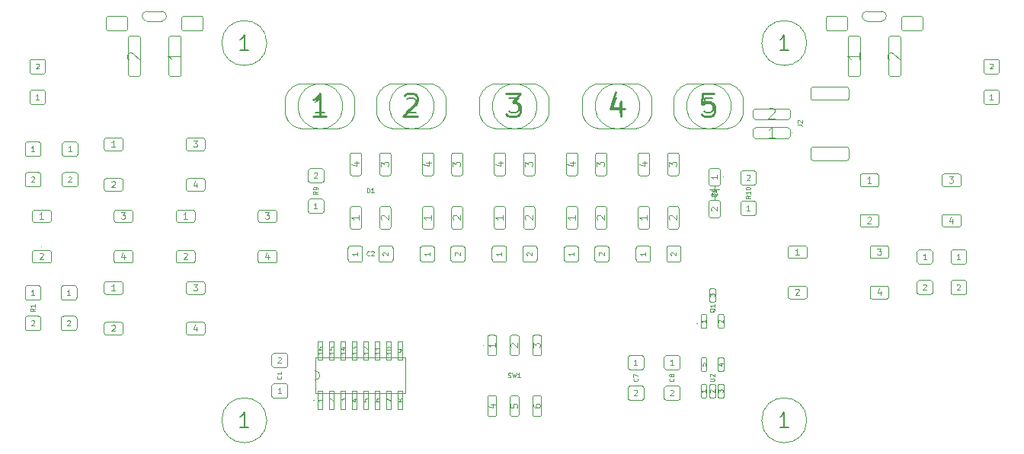
<source format=gbr>
%TF.GenerationSoftware,KiCad,Pcbnew,9.0.0*%
%TF.CreationDate,2025-06-19T18:08:36+01:00*%
%TF.ProjectId,solderbit-gamepad,736f6c64-6572-4626-9974-2d67616d6570,v0.7*%
%TF.SameCoordinates,Original*%
%TF.FileFunction,AssemblyDrawing,Top*%
%FSLAX46Y46*%
G04 Gerber Fmt 4.6, Leading zero omitted, Abs format (unit mm)*
G04 Created by KiCad (PCBNEW 9.0.0) date 2025-06-19 18:08:36*
%MOMM*%
%LPD*%
G01*
G04 APERTURE LIST*
%ADD10C,0.075000*%
%ADD11C,0.100000*%
%ADD12C,0.070833*%
%ADD13C,0.100000*%
%TD*%
%ADD14C,0.041667*%
%ADD15C,0.058333*%
%ADD16C,0.116667*%
%ADD17C,0.050000*%
%ADD18C,0.048611*%
%ADD19C,0.054167*%
%ADD20C,0.044450*%
%ADD21C,0.138889*%
%ADD22C,0.062500*%
%ADD23C,0.215278*%
G04 APERTURE END LIST*
D10*
X126539747Y-70112338D02*
X126515938Y-70159957D01*
X126515938Y-70159957D02*
X126468319Y-70207576D01*
X126468319Y-70207576D02*
X126396890Y-70279004D01*
X126396890Y-70279004D02*
X126373080Y-70326623D01*
X126373080Y-70326623D02*
X126373080Y-70374242D01*
X126492128Y-70350433D02*
X126468319Y-70398052D01*
X126468319Y-70398052D02*
X126420699Y-70445671D01*
X126420699Y-70445671D02*
X126325461Y-70469480D01*
X126325461Y-70469480D02*
X126158795Y-70469480D01*
X126158795Y-70469480D02*
X126063557Y-70445671D01*
X126063557Y-70445671D02*
X126015938Y-70398052D01*
X126015938Y-70398052D02*
X125992128Y-70350433D01*
X125992128Y-70350433D02*
X125992128Y-70255195D01*
X125992128Y-70255195D02*
X126015938Y-70207576D01*
X126015938Y-70207576D02*
X126063557Y-70159957D01*
X126063557Y-70159957D02*
X126158795Y-70136147D01*
X126158795Y-70136147D02*
X126325461Y-70136147D01*
X126325461Y-70136147D02*
X126420699Y-70159957D01*
X126420699Y-70159957D02*
X126468319Y-70207576D01*
X126468319Y-70207576D02*
X126492128Y-70255195D01*
X126492128Y-70255195D02*
X126492128Y-70350433D01*
X126492128Y-69659956D02*
X126492128Y-69945670D01*
X126492128Y-69802813D02*
X125992128Y-69802813D01*
X125992128Y-69802813D02*
X126063557Y-69850432D01*
X126063557Y-69850432D02*
X126111176Y-69898051D01*
X126111176Y-69898051D02*
X126134985Y-69945670D01*
X117944509Y-77898052D02*
X117968319Y-77921861D01*
X117968319Y-77921861D02*
X117992128Y-77993290D01*
X117992128Y-77993290D02*
X117992128Y-78040909D01*
X117992128Y-78040909D02*
X117968319Y-78112337D01*
X117968319Y-78112337D02*
X117920699Y-78159956D01*
X117920699Y-78159956D02*
X117873080Y-78183766D01*
X117873080Y-78183766D02*
X117777842Y-78207575D01*
X117777842Y-78207575D02*
X117706414Y-78207575D01*
X117706414Y-78207575D02*
X117611176Y-78183766D01*
X117611176Y-78183766D02*
X117563557Y-78159956D01*
X117563557Y-78159956D02*
X117515938Y-78112337D01*
X117515938Y-78112337D02*
X117492128Y-78040909D01*
X117492128Y-78040909D02*
X117492128Y-77993290D01*
X117492128Y-77993290D02*
X117515938Y-77921861D01*
X117515938Y-77921861D02*
X117539747Y-77898052D01*
X117492128Y-77731385D02*
X117492128Y-77398052D01*
X117492128Y-77398052D02*
X117992128Y-77612337D01*
X82427409Y-57083333D02*
X82189314Y-57249999D01*
X82427409Y-57369047D02*
X81927409Y-57369047D01*
X81927409Y-57369047D02*
X81927409Y-57178571D01*
X81927409Y-57178571D02*
X81951219Y-57130952D01*
X81951219Y-57130952D02*
X81975028Y-57107142D01*
X81975028Y-57107142D02*
X82022647Y-57083333D01*
X82022647Y-57083333D02*
X82094076Y-57083333D01*
X82094076Y-57083333D02*
X82141695Y-57107142D01*
X82141695Y-57107142D02*
X82165504Y-57130952D01*
X82165504Y-57130952D02*
X82189314Y-57178571D01*
X82189314Y-57178571D02*
X82189314Y-57369047D01*
X82427409Y-56845237D02*
X82427409Y-56749999D01*
X82427409Y-56749999D02*
X82403600Y-56702380D01*
X82403600Y-56702380D02*
X82379790Y-56678571D01*
X82379790Y-56678571D02*
X82308361Y-56630952D01*
X82308361Y-56630952D02*
X82213123Y-56607142D01*
X82213123Y-56607142D02*
X82022647Y-56607142D01*
X82022647Y-56607142D02*
X81975028Y-56630952D01*
X81975028Y-56630952D02*
X81951219Y-56654761D01*
X81951219Y-56654761D02*
X81927409Y-56702380D01*
X81927409Y-56702380D02*
X81927409Y-56797618D01*
X81927409Y-56797618D02*
X81951219Y-56845237D01*
X81951219Y-56845237D02*
X81975028Y-56869047D01*
X81975028Y-56869047D02*
X82022647Y-56892856D01*
X82022647Y-56892856D02*
X82141695Y-56892856D01*
X82141695Y-56892856D02*
X82189314Y-56869047D01*
X82189314Y-56869047D02*
X82213123Y-56845237D01*
X82213123Y-56845237D02*
X82236933Y-56797618D01*
X82236933Y-56797618D02*
X82236933Y-56702380D01*
X82236933Y-56702380D02*
X82213123Y-56654761D01*
X82213123Y-56654761D02*
X82189314Y-56630952D01*
X82189314Y-56630952D02*
X82141695Y-56607142D01*
X126727409Y-57604328D02*
X126227409Y-57604328D01*
X126227409Y-57604328D02*
X126227409Y-57485280D01*
X126227409Y-57485280D02*
X126251219Y-57413852D01*
X126251219Y-57413852D02*
X126298838Y-57366233D01*
X126298838Y-57366233D02*
X126346457Y-57342423D01*
X126346457Y-57342423D02*
X126441695Y-57318614D01*
X126441695Y-57318614D02*
X126513123Y-57318614D01*
X126513123Y-57318614D02*
X126608361Y-57342423D01*
X126608361Y-57342423D02*
X126655980Y-57366233D01*
X126655980Y-57366233D02*
X126703600Y-57413852D01*
X126703600Y-57413852D02*
X126727409Y-57485280D01*
X126727409Y-57485280D02*
X126727409Y-57604328D01*
X126227409Y-56890042D02*
X126227409Y-56985280D01*
X126227409Y-56985280D02*
X126251219Y-57032899D01*
X126251219Y-57032899D02*
X126275028Y-57056709D01*
X126275028Y-57056709D02*
X126346457Y-57104328D01*
X126346457Y-57104328D02*
X126441695Y-57128137D01*
X126441695Y-57128137D02*
X126632171Y-57128137D01*
X126632171Y-57128137D02*
X126679790Y-57104328D01*
X126679790Y-57104328D02*
X126703600Y-57080518D01*
X126703600Y-57080518D02*
X126727409Y-57032899D01*
X126727409Y-57032899D02*
X126727409Y-56937661D01*
X126727409Y-56937661D02*
X126703600Y-56890042D01*
X126703600Y-56890042D02*
X126679790Y-56866233D01*
X126679790Y-56866233D02*
X126632171Y-56842423D01*
X126632171Y-56842423D02*
X126513123Y-56842423D01*
X126513123Y-56842423D02*
X126465504Y-56866233D01*
X126465504Y-56866233D02*
X126441695Y-56890042D01*
X126441695Y-56890042D02*
X126417885Y-56937661D01*
X126417885Y-56937661D02*
X126417885Y-57032899D01*
X126417885Y-57032899D02*
X126441695Y-57080518D01*
X126441695Y-57080518D02*
X126465504Y-57104328D01*
X126465504Y-57104328D02*
X126513123Y-57128137D01*
X78344509Y-77648052D02*
X78368319Y-77671861D01*
X78368319Y-77671861D02*
X78392128Y-77743290D01*
X78392128Y-77743290D02*
X78392128Y-77790909D01*
X78392128Y-77790909D02*
X78368319Y-77862337D01*
X78368319Y-77862337D02*
X78320699Y-77909956D01*
X78320699Y-77909956D02*
X78273080Y-77933766D01*
X78273080Y-77933766D02*
X78177842Y-77957575D01*
X78177842Y-77957575D02*
X78106414Y-77957575D01*
X78106414Y-77957575D02*
X78011176Y-77933766D01*
X78011176Y-77933766D02*
X77963557Y-77909956D01*
X77963557Y-77909956D02*
X77915938Y-77862337D01*
X77915938Y-77862337D02*
X77892128Y-77790909D01*
X77892128Y-77790909D02*
X77892128Y-77743290D01*
X77892128Y-77743290D02*
X77915938Y-77671861D01*
X77915938Y-77671861D02*
X77939747Y-77648052D01*
X78392128Y-77171861D02*
X78392128Y-77457575D01*
X78392128Y-77314718D02*
X77892128Y-77314718D01*
X77892128Y-77314718D02*
X77963557Y-77362337D01*
X77963557Y-77362337D02*
X78011176Y-77409956D01*
X78011176Y-77409956D02*
X78034985Y-77457575D01*
X87895671Y-57227409D02*
X87895671Y-56727409D01*
X87895671Y-56727409D02*
X88014719Y-56727409D01*
X88014719Y-56727409D02*
X88086147Y-56751219D01*
X88086147Y-56751219D02*
X88133766Y-56798838D01*
X88133766Y-56798838D02*
X88157576Y-56846457D01*
X88157576Y-56846457D02*
X88181385Y-56941695D01*
X88181385Y-56941695D02*
X88181385Y-57013123D01*
X88181385Y-57013123D02*
X88157576Y-57108361D01*
X88157576Y-57108361D02*
X88133766Y-57155980D01*
X88133766Y-57155980D02*
X88086147Y-57203600D01*
X88086147Y-57203600D02*
X88014719Y-57227409D01*
X88014719Y-57227409D02*
X87895671Y-57227409D01*
X88657576Y-57227409D02*
X88371862Y-57227409D01*
X88514719Y-57227409D02*
X88514719Y-56727409D01*
X88514719Y-56727409D02*
X88467100Y-56798838D01*
X88467100Y-56798838D02*
X88419481Y-56846457D01*
X88419481Y-56846457D02*
X88371862Y-56870266D01*
X135727409Y-49666666D02*
X136084552Y-49666666D01*
X136084552Y-49666666D02*
X136155980Y-49690475D01*
X136155980Y-49690475D02*
X136203600Y-49738094D01*
X136203600Y-49738094D02*
X136227409Y-49809523D01*
X136227409Y-49809523D02*
X136227409Y-49857142D01*
X135775028Y-49452380D02*
X135751219Y-49428571D01*
X135751219Y-49428571D02*
X135727409Y-49380952D01*
X135727409Y-49380952D02*
X135727409Y-49261904D01*
X135727409Y-49261904D02*
X135751219Y-49214285D01*
X135751219Y-49214285D02*
X135775028Y-49190476D01*
X135775028Y-49190476D02*
X135822647Y-49166666D01*
X135822647Y-49166666D02*
X135870266Y-49166666D01*
X135870266Y-49166666D02*
X135941695Y-49190476D01*
X135941695Y-49190476D02*
X136227409Y-49476190D01*
X136227409Y-49476190D02*
X136227409Y-49166666D01*
X88181385Y-64194509D02*
X88157576Y-64218319D01*
X88157576Y-64218319D02*
X88086147Y-64242128D01*
X88086147Y-64242128D02*
X88038528Y-64242128D01*
X88038528Y-64242128D02*
X87967100Y-64218319D01*
X87967100Y-64218319D02*
X87919481Y-64170699D01*
X87919481Y-64170699D02*
X87895671Y-64123080D01*
X87895671Y-64123080D02*
X87871862Y-64027842D01*
X87871862Y-64027842D02*
X87871862Y-63956414D01*
X87871862Y-63956414D02*
X87895671Y-63861176D01*
X87895671Y-63861176D02*
X87919481Y-63813557D01*
X87919481Y-63813557D02*
X87967100Y-63765938D01*
X87967100Y-63765938D02*
X88038528Y-63742128D01*
X88038528Y-63742128D02*
X88086147Y-63742128D01*
X88086147Y-63742128D02*
X88157576Y-63765938D01*
X88157576Y-63765938D02*
X88181385Y-63789747D01*
X88371862Y-63789747D02*
X88395671Y-63765938D01*
X88395671Y-63765938D02*
X88443290Y-63742128D01*
X88443290Y-63742128D02*
X88562338Y-63742128D01*
X88562338Y-63742128D02*
X88609957Y-63765938D01*
X88609957Y-63765938D02*
X88633766Y-63789747D01*
X88633766Y-63789747D02*
X88657576Y-63837366D01*
X88657576Y-63837366D02*
X88657576Y-63884985D01*
X88657576Y-63884985D02*
X88633766Y-63956414D01*
X88633766Y-63956414D02*
X88348052Y-64242128D01*
X88348052Y-64242128D02*
X88657576Y-64242128D01*
X125992128Y-78195671D02*
X126396890Y-78195671D01*
X126396890Y-78195671D02*
X126444509Y-78171861D01*
X126444509Y-78171861D02*
X126468319Y-78148052D01*
X126468319Y-78148052D02*
X126492128Y-78100433D01*
X126492128Y-78100433D02*
X126492128Y-78005195D01*
X126492128Y-78005195D02*
X126468319Y-77957576D01*
X126468319Y-77957576D02*
X126444509Y-77933766D01*
X126444509Y-77933766D02*
X126396890Y-77909957D01*
X126396890Y-77909957D02*
X125992128Y-77909957D01*
X126039747Y-77695670D02*
X126015938Y-77671861D01*
X126015938Y-77671861D02*
X125992128Y-77624242D01*
X125992128Y-77624242D02*
X125992128Y-77505194D01*
X125992128Y-77505194D02*
X126015938Y-77457575D01*
X126015938Y-77457575D02*
X126039747Y-77433766D01*
X126039747Y-77433766D02*
X126087366Y-77409956D01*
X126087366Y-77409956D02*
X126134985Y-77409956D01*
X126134985Y-77409956D02*
X126206414Y-77433766D01*
X126206414Y-77433766D02*
X126492128Y-77719480D01*
X126492128Y-77719480D02*
X126492128Y-77409956D01*
X130477409Y-57556709D02*
X130239314Y-57723375D01*
X130477409Y-57842423D02*
X129977409Y-57842423D01*
X129977409Y-57842423D02*
X129977409Y-57651947D01*
X129977409Y-57651947D02*
X130001219Y-57604328D01*
X130001219Y-57604328D02*
X130025028Y-57580518D01*
X130025028Y-57580518D02*
X130072647Y-57556709D01*
X130072647Y-57556709D02*
X130144076Y-57556709D01*
X130144076Y-57556709D02*
X130191695Y-57580518D01*
X130191695Y-57580518D02*
X130215504Y-57604328D01*
X130215504Y-57604328D02*
X130239314Y-57651947D01*
X130239314Y-57651947D02*
X130239314Y-57842423D01*
X130477409Y-57080518D02*
X130477409Y-57366232D01*
X130477409Y-57223375D02*
X129977409Y-57223375D01*
X129977409Y-57223375D02*
X130048838Y-57270994D01*
X130048838Y-57270994D02*
X130096457Y-57318613D01*
X130096457Y-57318613D02*
X130120266Y-57366232D01*
X129977409Y-56770995D02*
X129977409Y-56723376D01*
X129977409Y-56723376D02*
X130001219Y-56675757D01*
X130001219Y-56675757D02*
X130025028Y-56651947D01*
X130025028Y-56651947D02*
X130072647Y-56628138D01*
X130072647Y-56628138D02*
X130167885Y-56604328D01*
X130167885Y-56604328D02*
X130286933Y-56604328D01*
X130286933Y-56604328D02*
X130382171Y-56628138D01*
X130382171Y-56628138D02*
X130429790Y-56651947D01*
X130429790Y-56651947D02*
X130453600Y-56675757D01*
X130453600Y-56675757D02*
X130477409Y-56723376D01*
X130477409Y-56723376D02*
X130477409Y-56770995D01*
X130477409Y-56770995D02*
X130453600Y-56818614D01*
X130453600Y-56818614D02*
X130429790Y-56842423D01*
X130429790Y-56842423D02*
X130382171Y-56866233D01*
X130382171Y-56866233D02*
X130286933Y-56890042D01*
X130286933Y-56890042D02*
X130167885Y-56890042D01*
X130167885Y-56890042D02*
X130072647Y-56866233D01*
X130072647Y-56866233D02*
X130025028Y-56842423D01*
X130025028Y-56842423D02*
X130001219Y-56818614D01*
X130001219Y-56818614D02*
X129977409Y-56770995D01*
X121944509Y-77898052D02*
X121968319Y-77921861D01*
X121968319Y-77921861D02*
X121992128Y-77993290D01*
X121992128Y-77993290D02*
X121992128Y-78040909D01*
X121992128Y-78040909D02*
X121968319Y-78112337D01*
X121968319Y-78112337D02*
X121920699Y-78159956D01*
X121920699Y-78159956D02*
X121873080Y-78183766D01*
X121873080Y-78183766D02*
X121777842Y-78207575D01*
X121777842Y-78207575D02*
X121706414Y-78207575D01*
X121706414Y-78207575D02*
X121611176Y-78183766D01*
X121611176Y-78183766D02*
X121563557Y-78159956D01*
X121563557Y-78159956D02*
X121515938Y-78112337D01*
X121515938Y-78112337D02*
X121492128Y-78040909D01*
X121492128Y-78040909D02*
X121492128Y-77993290D01*
X121492128Y-77993290D02*
X121515938Y-77921861D01*
X121515938Y-77921861D02*
X121539747Y-77898052D01*
X121706414Y-77612337D02*
X121682604Y-77659956D01*
X121682604Y-77659956D02*
X121658795Y-77683766D01*
X121658795Y-77683766D02*
X121611176Y-77707575D01*
X121611176Y-77707575D02*
X121587366Y-77707575D01*
X121587366Y-77707575D02*
X121539747Y-77683766D01*
X121539747Y-77683766D02*
X121515938Y-77659956D01*
X121515938Y-77659956D02*
X121492128Y-77612337D01*
X121492128Y-77612337D02*
X121492128Y-77517099D01*
X121492128Y-77517099D02*
X121515938Y-77469480D01*
X121515938Y-77469480D02*
X121539747Y-77445671D01*
X121539747Y-77445671D02*
X121587366Y-77421861D01*
X121587366Y-77421861D02*
X121611176Y-77421861D01*
X121611176Y-77421861D02*
X121658795Y-77445671D01*
X121658795Y-77445671D02*
X121682604Y-77469480D01*
X121682604Y-77469480D02*
X121706414Y-77517099D01*
X121706414Y-77517099D02*
X121706414Y-77612337D01*
X121706414Y-77612337D02*
X121730223Y-77659956D01*
X121730223Y-77659956D02*
X121754033Y-77683766D01*
X121754033Y-77683766D02*
X121801652Y-77707575D01*
X121801652Y-77707575D02*
X121896890Y-77707575D01*
X121896890Y-77707575D02*
X121944509Y-77683766D01*
X121944509Y-77683766D02*
X121968319Y-77659956D01*
X121968319Y-77659956D02*
X121992128Y-77612337D01*
X121992128Y-77612337D02*
X121992128Y-77517099D01*
X121992128Y-77517099D02*
X121968319Y-77469480D01*
X121968319Y-77469480D02*
X121944509Y-77445671D01*
X121944509Y-77445671D02*
X121896890Y-77421861D01*
X121896890Y-77421861D02*
X121801652Y-77421861D01*
X121801652Y-77421861D02*
X121754033Y-77445671D01*
X121754033Y-77445671D02*
X121730223Y-77469480D01*
X121730223Y-77469480D02*
X121706414Y-77517099D01*
X50977409Y-70133333D02*
X50739314Y-70299999D01*
X50977409Y-70419047D02*
X50477409Y-70419047D01*
X50477409Y-70419047D02*
X50477409Y-70228571D01*
X50477409Y-70228571D02*
X50501219Y-70180952D01*
X50501219Y-70180952D02*
X50525028Y-70157142D01*
X50525028Y-70157142D02*
X50572647Y-70133333D01*
X50572647Y-70133333D02*
X50644076Y-70133333D01*
X50644076Y-70133333D02*
X50691695Y-70157142D01*
X50691695Y-70157142D02*
X50715504Y-70180952D01*
X50715504Y-70180952D02*
X50739314Y-70228571D01*
X50739314Y-70228571D02*
X50739314Y-70419047D01*
X50977409Y-69657142D02*
X50977409Y-69942856D01*
X50977409Y-69799999D02*
X50477409Y-69799999D01*
X50477409Y-69799999D02*
X50548838Y-69847618D01*
X50548838Y-69847618D02*
X50596457Y-69895237D01*
X50596457Y-69895237D02*
X50620266Y-69942856D01*
X103598053Y-77768319D02*
X103669481Y-77792128D01*
X103669481Y-77792128D02*
X103788529Y-77792128D01*
X103788529Y-77792128D02*
X103836148Y-77768319D01*
X103836148Y-77768319D02*
X103859957Y-77744509D01*
X103859957Y-77744509D02*
X103883767Y-77696890D01*
X103883767Y-77696890D02*
X103883767Y-77649271D01*
X103883767Y-77649271D02*
X103859957Y-77601652D01*
X103859957Y-77601652D02*
X103836148Y-77577842D01*
X103836148Y-77577842D02*
X103788529Y-77554033D01*
X103788529Y-77554033D02*
X103693291Y-77530223D01*
X103693291Y-77530223D02*
X103645672Y-77506414D01*
X103645672Y-77506414D02*
X103621862Y-77482604D01*
X103621862Y-77482604D02*
X103598053Y-77434985D01*
X103598053Y-77434985D02*
X103598053Y-77387366D01*
X103598053Y-77387366D02*
X103621862Y-77339747D01*
X103621862Y-77339747D02*
X103645672Y-77315938D01*
X103645672Y-77315938D02*
X103693291Y-77292128D01*
X103693291Y-77292128D02*
X103812338Y-77292128D01*
X103812338Y-77292128D02*
X103883767Y-77315938D01*
X104050433Y-77292128D02*
X104169481Y-77792128D01*
X104169481Y-77792128D02*
X104264719Y-77434985D01*
X104264719Y-77434985D02*
X104359957Y-77792128D01*
X104359957Y-77792128D02*
X104479005Y-77292128D01*
X104931386Y-77792128D02*
X104645672Y-77792128D01*
X104788529Y-77792128D02*
X104788529Y-77292128D01*
X104788529Y-77292128D02*
X104740910Y-77363557D01*
X104740910Y-77363557D02*
X104693291Y-77411176D01*
X104693291Y-77411176D02*
X104645672Y-77434985D01*
X124602219Y-71784719D02*
G75*
G02*
X124527219Y-71784719I-37500J0D01*
G01*
X124527219Y-71784719D02*
G75*
G02*
X124602219Y-71784719I37500J0D01*
G01*
D11*
X126100000Y-57480281D02*
X126500000Y-56880281D01*
X126500000Y-56535281D02*
X126500000Y-56880281D01*
X126500000Y-56880281D02*
X125950000Y-56880281D01*
X126500000Y-56880281D02*
X126900000Y-57480281D01*
X126500000Y-56880281D02*
X127050000Y-56880281D01*
X126500000Y-57485281D02*
X126500000Y-57935281D01*
X126900000Y-57485281D02*
X126100000Y-57485281D01*
D10*
X127537500Y-55485281D02*
G75*
G02*
X127462500Y-55485281I-37500J0D01*
G01*
X127462500Y-55485281D02*
G75*
G02*
X127537500Y-55485281I37500J0D01*
G01*
X51732219Y-63214719D02*
G75*
G02*
X51657219Y-63214719I-37500J0D01*
G01*
X51657219Y-63214719D02*
G75*
G02*
X51732219Y-63214719I37500J0D01*
G01*
D11*
X82142400Y-75558119D02*
X82142400Y-77259919D01*
X82142400Y-77259919D02*
X82142400Y-77869519D01*
X82142400Y-77869519D02*
X82142400Y-79571319D01*
X82142400Y-79571319D02*
X92150000Y-79571319D01*
X82447200Y-75558119D02*
X82955200Y-75558119D01*
X82955200Y-79571319D02*
X82447200Y-79571319D01*
X83717200Y-75558119D02*
X84225200Y-75558119D01*
X84225200Y-79571319D02*
X83717200Y-79571319D01*
X84987200Y-75558119D02*
X85495200Y-75558119D01*
X85495200Y-79571319D02*
X84987200Y-79571319D01*
X86257200Y-75558119D02*
X86765200Y-75558119D01*
X86765200Y-79571319D02*
X86257200Y-79571319D01*
X87527200Y-75558119D02*
X88035200Y-75558119D01*
X88035200Y-79571319D02*
X87527200Y-79571319D01*
X88797200Y-75558119D02*
X89305200Y-75558119D01*
X89305200Y-79571319D02*
X88797200Y-79571319D01*
X90067200Y-75558119D02*
X90575200Y-75558119D01*
X90575200Y-79571319D02*
X90067200Y-79571319D01*
X91337200Y-75558119D02*
X91845200Y-75558119D01*
X91845200Y-79571319D02*
X91337200Y-79571319D01*
X92150000Y-75558119D02*
X82142400Y-75558119D01*
X92150000Y-79571319D02*
X92150000Y-75558119D01*
X82142400Y-77057119D02*
G75*
G02*
X82142400Y-78072319I0J-507600D01*
G01*
D10*
X82052419Y-80360233D02*
G75*
G02*
X81977419Y-80360233I-37500J0D01*
G01*
X81977419Y-80360233D02*
G75*
G02*
X82052419Y-80360233I37500J0D01*
G01*
X135187500Y-50525000D02*
G75*
G02*
X135112500Y-50525000I-37500J0D01*
G01*
X135112500Y-50525000D02*
G75*
G02*
X135187500Y-50525000I37500J0D01*
G01*
X100852219Y-74214719D02*
G75*
G02*
X100777219Y-74214719I-37500J0D01*
G01*
X100777219Y-74214719D02*
G75*
G02*
X100852219Y-74214719I37500J0D01*
G01*
D12*
X119029262Y-59732142D02*
X119029262Y-60217857D01*
X119029262Y-59975000D02*
X118179262Y-59975000D01*
X118179262Y-59975000D02*
X118300690Y-60055952D01*
X118300690Y-60055952D02*
X118381643Y-60136904D01*
X118381643Y-60136904D02*
X118422119Y-60217857D01*
D11*
D13*
D11*
X118264719Y-61250000D02*
X118169048Y-61230970D01*
X118087942Y-61176777D01*
X118033749Y-61095671D01*
X118014719Y-61000000D01*
X118014719Y-58950000D01*
X118033749Y-58854329D01*
X118087942Y-58773223D01*
X118169048Y-58719030D01*
X118264719Y-58700000D01*
X119014719Y-58700000D01*
X119110390Y-58719030D01*
X119191496Y-58773223D01*
X119245689Y-58854329D01*
X119264719Y-58950000D01*
X119264719Y-61000000D01*
X119245689Y-61095671D01*
X119191496Y-61176777D01*
X119110390Y-61230970D01*
X119014719Y-61250000D01*
X118264719Y-61250000D01*
D12*
X121510214Y-60217857D02*
X121469738Y-60177381D01*
X121469738Y-60177381D02*
X121429262Y-60096428D01*
X121429262Y-60096428D02*
X121429262Y-59894047D01*
X121429262Y-59894047D02*
X121469738Y-59813095D01*
X121469738Y-59813095D02*
X121510214Y-59772619D01*
X121510214Y-59772619D02*
X121591166Y-59732142D01*
X121591166Y-59732142D02*
X121672119Y-59732142D01*
X121672119Y-59732142D02*
X121793547Y-59772619D01*
X121793547Y-59772619D02*
X122279262Y-60258333D01*
X122279262Y-60258333D02*
X122279262Y-59732142D01*
D11*
D13*
D11*
X121514719Y-61250000D02*
X121419048Y-61230970D01*
X121337942Y-61176777D01*
X121283749Y-61095671D01*
X121264719Y-61000000D01*
X121264719Y-58950000D01*
X121283749Y-58854329D01*
X121337942Y-58773223D01*
X121419048Y-58719030D01*
X121514719Y-58700000D01*
X122264719Y-58700000D01*
X122360390Y-58719030D01*
X122441496Y-58773223D01*
X122495689Y-58854329D01*
X122514719Y-58950000D01*
X122514719Y-61000000D01*
X122495689Y-61095671D01*
X122441496Y-61176777D01*
X122360390Y-61230970D01*
X122264719Y-61250000D01*
X121514719Y-61250000D01*
D12*
X121429262Y-54308333D02*
X121429262Y-53782142D01*
X121429262Y-53782142D02*
X121753071Y-54065476D01*
X121753071Y-54065476D02*
X121753071Y-53944047D01*
X121753071Y-53944047D02*
X121793547Y-53863095D01*
X121793547Y-53863095D02*
X121834024Y-53822619D01*
X121834024Y-53822619D02*
X121914976Y-53782142D01*
X121914976Y-53782142D02*
X122117357Y-53782142D01*
X122117357Y-53782142D02*
X122198309Y-53822619D01*
X122198309Y-53822619D02*
X122238786Y-53863095D01*
X122238786Y-53863095D02*
X122279262Y-53944047D01*
X122279262Y-53944047D02*
X122279262Y-54186904D01*
X122279262Y-54186904D02*
X122238786Y-54267857D01*
X122238786Y-54267857D02*
X122198309Y-54308333D01*
D11*
D13*
D11*
X121514719Y-55300000D02*
X121419048Y-55280970D01*
X121337942Y-55226777D01*
X121283749Y-55145671D01*
X121264719Y-55050000D01*
X121264719Y-53000000D01*
X121283749Y-52904329D01*
X121337942Y-52823223D01*
X121419048Y-52769030D01*
X121514719Y-52750000D01*
X122264719Y-52750000D01*
X122360390Y-52769030D01*
X122441496Y-52823223D01*
X122495689Y-52904329D01*
X122514719Y-53000000D01*
X122514719Y-55050000D01*
X122495689Y-55145671D01*
X122441496Y-55226777D01*
X122360390Y-55280970D01*
X122264719Y-55300000D01*
X121514719Y-55300000D01*
D12*
X118462595Y-53863095D02*
X119029262Y-53863095D01*
X118138786Y-54065476D02*
X118745928Y-54267857D01*
X118745928Y-54267857D02*
X118745928Y-53741666D01*
D11*
D13*
D11*
X118264719Y-55300000D02*
X118169048Y-55280970D01*
X118087942Y-55226777D01*
X118033749Y-55145671D01*
X118014719Y-55050000D01*
X118014719Y-53000000D01*
X118033749Y-52904329D01*
X118087942Y-52823223D01*
X118169048Y-52769030D01*
X118264719Y-52750000D01*
X119014719Y-52750000D01*
X119110390Y-52769030D01*
X119191496Y-52823223D01*
X119245689Y-52904329D01*
X119264719Y-53000000D01*
X119264719Y-55050000D01*
X119245689Y-55145671D01*
X119191496Y-55226777D01*
X119110390Y-55280970D01*
X119014719Y-55300000D01*
X118264719Y-55300000D01*
D14*
X125543861Y-71376861D02*
X125543861Y-71662575D01*
X125543861Y-71519718D02*
X125043861Y-71519718D01*
X125043861Y-71519718D02*
X125115290Y-71567337D01*
X125115290Y-71567337D02*
X125162909Y-71614956D01*
X125162909Y-71614956D02*
X125186718Y-71662575D01*
D11*
D13*
D11*
X125152219Y-72269719D02*
X125090033Y-72257349D01*
X125037314Y-72222124D01*
X125002089Y-72169405D01*
X124989719Y-72107219D01*
X124989719Y-70932219D01*
X125002089Y-70870033D01*
X125037314Y-70817314D01*
X125090033Y-70782089D01*
X125152219Y-70769719D01*
X125477219Y-70769719D01*
X125539405Y-70782089D01*
X125592124Y-70817314D01*
X125627349Y-70870033D01*
X125639719Y-70932219D01*
X125639719Y-72107219D01*
X125627349Y-72169405D01*
X125592124Y-72222124D01*
X125539405Y-72257349D01*
X125477219Y-72269719D01*
X125152219Y-72269719D01*
D14*
X126978980Y-71662575D02*
X126955171Y-71638766D01*
X126955171Y-71638766D02*
X126931361Y-71591147D01*
X126931361Y-71591147D02*
X126931361Y-71472099D01*
X126931361Y-71472099D02*
X126955171Y-71424480D01*
X126955171Y-71424480D02*
X126978980Y-71400671D01*
X126978980Y-71400671D02*
X127026599Y-71376861D01*
X127026599Y-71376861D02*
X127074218Y-71376861D01*
X127074218Y-71376861D02*
X127145647Y-71400671D01*
X127145647Y-71400671D02*
X127431361Y-71686385D01*
X127431361Y-71686385D02*
X127431361Y-71376861D01*
D11*
D13*
D11*
X127039719Y-72269719D02*
X126977533Y-72257349D01*
X126924814Y-72222124D01*
X126889589Y-72169405D01*
X126877219Y-72107219D01*
X126877219Y-70932219D01*
X126889589Y-70870033D01*
X126924814Y-70817314D01*
X126977533Y-70782089D01*
X127039719Y-70769719D01*
X127364719Y-70769719D01*
X127426905Y-70782089D01*
X127479624Y-70817314D01*
X127514849Y-70870033D01*
X127527219Y-70932219D01*
X127527219Y-72107219D01*
X127514849Y-72169405D01*
X127479624Y-72222124D01*
X127426905Y-72257349D01*
X127364719Y-72269719D01*
X127039719Y-72269719D01*
D14*
X125993861Y-68776385D02*
X125993861Y-68466861D01*
X125993861Y-68466861D02*
X126184337Y-68633528D01*
X126184337Y-68633528D02*
X126184337Y-68562099D01*
X126184337Y-68562099D02*
X126208147Y-68514480D01*
X126208147Y-68514480D02*
X126231956Y-68490671D01*
X126231956Y-68490671D02*
X126279575Y-68466861D01*
X126279575Y-68466861D02*
X126398623Y-68466861D01*
X126398623Y-68466861D02*
X126446242Y-68490671D01*
X126446242Y-68490671D02*
X126470052Y-68514480D01*
X126470052Y-68514480D02*
X126493861Y-68562099D01*
X126493861Y-68562099D02*
X126493861Y-68704956D01*
X126493861Y-68704956D02*
X126470052Y-68752575D01*
X126470052Y-68752575D02*
X126446242Y-68776385D01*
D11*
D13*
D11*
X126102219Y-69359719D02*
X126040033Y-69347349D01*
X125987314Y-69312124D01*
X125952089Y-69259405D01*
X125939719Y-69197219D01*
X125939719Y-68022219D01*
X125952089Y-67960033D01*
X125987314Y-67907314D01*
X126040033Y-67872089D01*
X126102219Y-67859719D01*
X126427219Y-67859719D01*
X126489405Y-67872089D01*
X126542124Y-67907314D01*
X126577349Y-67960033D01*
X126589719Y-68022219D01*
X126589719Y-69197219D01*
X126577349Y-69259405D01*
X126542124Y-69312124D01*
X126489405Y-69347349D01*
X126427219Y-69359719D01*
X126102219Y-69359719D01*
D15*
X135914719Y-64135518D02*
X135514719Y-64135518D01*
X135714719Y-64135518D02*
X135714719Y-63435518D01*
X135714719Y-63435518D02*
X135648052Y-63535518D01*
X135648052Y-63535518D02*
X135581386Y-63602185D01*
X135581386Y-63602185D02*
X135514719Y-63635518D01*
D11*
D13*
D11*
X134664719Y-63364719D02*
X134683749Y-63269048D01*
X134737942Y-63187942D01*
X134819048Y-63133749D01*
X134914719Y-63114719D01*
X136514719Y-63114719D01*
X136610390Y-63133749D01*
X136691496Y-63187942D01*
X136745689Y-63269048D01*
X136764719Y-63364719D01*
X136764719Y-64264719D01*
X136745689Y-64360390D01*
X136691496Y-64441496D01*
X136610390Y-64495689D01*
X136514719Y-64514719D01*
X134914719Y-64514719D01*
X134819048Y-64495689D01*
X134737942Y-64441496D01*
X134683749Y-64360390D01*
X134664719Y-64264719D01*
X134664719Y-63364719D01*
D15*
X135514719Y-68002185D02*
X135548052Y-67968851D01*
X135548052Y-67968851D02*
X135614719Y-67935518D01*
X135614719Y-67935518D02*
X135781386Y-67935518D01*
X135781386Y-67935518D02*
X135848052Y-67968851D01*
X135848052Y-67968851D02*
X135881386Y-68002185D01*
X135881386Y-68002185D02*
X135914719Y-68068851D01*
X135914719Y-68068851D02*
X135914719Y-68135518D01*
X135914719Y-68135518D02*
X135881386Y-68235518D01*
X135881386Y-68235518D02*
X135481386Y-68635518D01*
X135481386Y-68635518D02*
X135914719Y-68635518D01*
D11*
D13*
D11*
X134664719Y-67864719D02*
X134683749Y-67769048D01*
X134737942Y-67687942D01*
X134819048Y-67633749D01*
X134914719Y-67614719D01*
X136514719Y-67614719D01*
X136610390Y-67633749D01*
X136691496Y-67687942D01*
X136745689Y-67769048D01*
X136764719Y-67864719D01*
X136764719Y-68764719D01*
X136745689Y-68860390D01*
X136691496Y-68941496D01*
X136610390Y-68995689D01*
X136514719Y-69014719D01*
X134914719Y-69014719D01*
X134819048Y-68995689D01*
X134737942Y-68941496D01*
X134683749Y-68860390D01*
X134664719Y-68764719D01*
X134664719Y-67864719D01*
D15*
X144581386Y-63435518D02*
X145014719Y-63435518D01*
X145014719Y-63435518D02*
X144781386Y-63702185D01*
X144781386Y-63702185D02*
X144881386Y-63702185D01*
X144881386Y-63702185D02*
X144948052Y-63735518D01*
X144948052Y-63735518D02*
X144981386Y-63768851D01*
X144981386Y-63768851D02*
X145014719Y-63835518D01*
X145014719Y-63835518D02*
X145014719Y-64002185D01*
X145014719Y-64002185D02*
X144981386Y-64068851D01*
X144981386Y-64068851D02*
X144948052Y-64102185D01*
X144948052Y-64102185D02*
X144881386Y-64135518D01*
X144881386Y-64135518D02*
X144681386Y-64135518D01*
X144681386Y-64135518D02*
X144614719Y-64102185D01*
X144614719Y-64102185D02*
X144581386Y-64068851D01*
D11*
D13*
D11*
X143764719Y-63364719D02*
X143783749Y-63269048D01*
X143837942Y-63187942D01*
X143919048Y-63133749D01*
X144014719Y-63114719D01*
X145614719Y-63114719D01*
X145710390Y-63133749D01*
X145791496Y-63187942D01*
X145845689Y-63269048D01*
X145864719Y-63364719D01*
X145864719Y-64264719D01*
X145845689Y-64360390D01*
X145791496Y-64441496D01*
X145710390Y-64495689D01*
X145614719Y-64514719D01*
X144014719Y-64514719D01*
X143919048Y-64495689D01*
X143837942Y-64441496D01*
X143783749Y-64360390D01*
X143764719Y-64264719D01*
X143764719Y-63364719D01*
D15*
X144948052Y-68168851D02*
X144948052Y-68635518D01*
X144781386Y-67902185D02*
X144614719Y-68402185D01*
X144614719Y-68402185D02*
X145048052Y-68402185D01*
D11*
D13*
D11*
X143764719Y-67864719D02*
X143783749Y-67769048D01*
X143837942Y-67687942D01*
X143919048Y-67633749D01*
X144014719Y-67614719D01*
X145614719Y-67614719D01*
X145710390Y-67633749D01*
X145791496Y-67687942D01*
X145845689Y-67769048D01*
X145864719Y-67864719D01*
X145864719Y-68764719D01*
X145845689Y-68860390D01*
X145791496Y-68941496D01*
X145710390Y-68995689D01*
X145614719Y-69014719D01*
X144014719Y-69014719D01*
X143919048Y-68995689D01*
X143837942Y-68941496D01*
X143783749Y-68860390D01*
X143764719Y-68764719D01*
X143764719Y-67864719D01*
D13*
D11*
X141264719Y-38914719D02*
X141245689Y-39010390D01*
X141191496Y-39091496D01*
X141110390Y-39145689D01*
X141014719Y-39164719D01*
X139114719Y-39164719D01*
X139019048Y-39145689D01*
X138937942Y-39091496D01*
X138883749Y-39010390D01*
X138864719Y-38914719D01*
X138864719Y-37814719D01*
X138883749Y-37719048D01*
X138937942Y-37637942D01*
X139019048Y-37583749D01*
X139114719Y-37564719D01*
X141014719Y-37564719D01*
X141110390Y-37583749D01*
X141191496Y-37637942D01*
X141245689Y-37719048D01*
X141264719Y-37814719D01*
X141264719Y-38914719D01*
X143464719Y-38114719D02*
X145064719Y-38114719D01*
X145064719Y-37014719D02*
G75*
G02*
X145064719Y-38114719I0J-550000D01*
G01*
X145064719Y-37014719D02*
X143464719Y-37014719D01*
X143464719Y-37014719D02*
G75*
G03*
X143464719Y-38114719I0J-550000D01*
G01*
D13*
D11*
X149664719Y-38914719D02*
X149645689Y-39010390D01*
X149591496Y-39091496D01*
X149510390Y-39145689D01*
X149414719Y-39164719D01*
X147514719Y-39164719D01*
X147419048Y-39145689D01*
X147337942Y-39091496D01*
X147283749Y-39010390D01*
X147264719Y-38914719D01*
X147264719Y-37814719D01*
X147283749Y-37719048D01*
X147337942Y-37637942D01*
X147419048Y-37583749D01*
X147514719Y-37564719D01*
X149414719Y-37564719D01*
X149510390Y-37583749D01*
X149591496Y-37637942D01*
X149645689Y-37719048D01*
X149664719Y-37814719D01*
X149664719Y-38914719D01*
D16*
X142656318Y-41614718D02*
X142656318Y-42414718D01*
X142656318Y-42014718D02*
X141256318Y-42014718D01*
X141256318Y-42014718D02*
X141456318Y-42148051D01*
X141456318Y-42148051D02*
X141589652Y-42281385D01*
X141589652Y-42281385D02*
X141656318Y-42414718D01*
D11*
D13*
D11*
X141564719Y-44264719D02*
X141469048Y-44245689D01*
X141387942Y-44191496D01*
X141333749Y-44110390D01*
X141314719Y-44014719D01*
X141314719Y-40014719D01*
X141333749Y-39919048D01*
X141387942Y-39837942D01*
X141469048Y-39783749D01*
X141564719Y-39764719D01*
X142464719Y-39764719D01*
X142560390Y-39783749D01*
X142641496Y-39837942D01*
X142695689Y-39919048D01*
X142714719Y-40014719D01*
X142714719Y-44014719D01*
X142695689Y-44110390D01*
X142641496Y-44191496D01*
X142560390Y-44245689D01*
X142464719Y-44264719D01*
X141564719Y-44264719D01*
D16*
X145889652Y-42414718D02*
X145822985Y-42348051D01*
X145822985Y-42348051D02*
X145756318Y-42214718D01*
X145756318Y-42214718D02*
X145756318Y-41881385D01*
X145756318Y-41881385D02*
X145822985Y-41748051D01*
X145822985Y-41748051D02*
X145889652Y-41681385D01*
X145889652Y-41681385D02*
X146022985Y-41614718D01*
X146022985Y-41614718D02*
X146156318Y-41614718D01*
X146156318Y-41614718D02*
X146356318Y-41681385D01*
X146356318Y-41681385D02*
X147156318Y-42481385D01*
X147156318Y-42481385D02*
X147156318Y-41614718D01*
D11*
D13*
D11*
X146064719Y-44264719D02*
X145969048Y-44245689D01*
X145887942Y-44191496D01*
X145833749Y-44110390D01*
X145814719Y-44014719D01*
X145814719Y-40014719D01*
X145833749Y-39919048D01*
X145887942Y-39837942D01*
X145969048Y-39783749D01*
X146064719Y-39764719D01*
X146964719Y-39764719D01*
X147060390Y-39783749D01*
X147141496Y-39837942D01*
X147195689Y-39919048D01*
X147214719Y-40014719D01*
X147214719Y-44014719D01*
X147195689Y-44110390D01*
X147141496Y-44191496D01*
X147060390Y-44245689D01*
X146964719Y-44264719D01*
X146064719Y-44264719D01*
D17*
X117936147Y-76389690D02*
X117593290Y-76389690D01*
X117764719Y-76389690D02*
X117764719Y-75789690D01*
X117764719Y-75789690D02*
X117707576Y-75875404D01*
X117707576Y-75875404D02*
X117650433Y-75932547D01*
X117650433Y-75932547D02*
X117593290Y-75961119D01*
D11*
D13*
D11*
X118362833Y-75314719D02*
X118431950Y-75322738D01*
X118533440Y-75367550D01*
X118611888Y-75445998D01*
X118656700Y-75547488D01*
X118664719Y-75616605D01*
X118664719Y-76612833D01*
X118656700Y-76681950D01*
X118611888Y-76783440D01*
X118533440Y-76861888D01*
X118431950Y-76906700D01*
X118362833Y-76914719D01*
X117166605Y-76914719D01*
X117097488Y-76906700D01*
X116995998Y-76861888D01*
X116917550Y-76783440D01*
X116872738Y-76681950D01*
X116864719Y-76612833D01*
X116864719Y-75616605D01*
X116872738Y-75547488D01*
X116917550Y-75445998D01*
X116995998Y-75367550D01*
X117097488Y-75322738D01*
X117166605Y-75314719D01*
X118362833Y-75314719D01*
D17*
X117593290Y-79246833D02*
X117621862Y-79218261D01*
X117621862Y-79218261D02*
X117679005Y-79189690D01*
X117679005Y-79189690D02*
X117821862Y-79189690D01*
X117821862Y-79189690D02*
X117879005Y-79218261D01*
X117879005Y-79218261D02*
X117907576Y-79246833D01*
X117907576Y-79246833D02*
X117936147Y-79303976D01*
X117936147Y-79303976D02*
X117936147Y-79361119D01*
X117936147Y-79361119D02*
X117907576Y-79446833D01*
X117907576Y-79446833D02*
X117564719Y-79789690D01*
X117564719Y-79789690D02*
X117936147Y-79789690D01*
D11*
D13*
D11*
X118362833Y-78714719D02*
X118431950Y-78722738D01*
X118533440Y-78767550D01*
X118611888Y-78845998D01*
X118656700Y-78947488D01*
X118664719Y-79016605D01*
X118664719Y-80012833D01*
X118656700Y-80081950D01*
X118611888Y-80183440D01*
X118533440Y-80261888D01*
X118431950Y-80306700D01*
X118362833Y-80314719D01*
X117166605Y-80314719D01*
X117097488Y-80306700D01*
X116995998Y-80261888D01*
X116917550Y-80183440D01*
X116872738Y-80081950D01*
X116864719Y-80012833D01*
X116864719Y-79016605D01*
X116872738Y-78947488D01*
X116917550Y-78845998D01*
X116995998Y-78767550D01*
X117097488Y-78722738D01*
X117166605Y-78714719D01*
X118362833Y-78714719D01*
D18*
X50916667Y-52617333D02*
X50583334Y-52617333D01*
X50750000Y-52617333D02*
X50750000Y-52034000D01*
X50750000Y-52034000D02*
X50694445Y-52117334D01*
X50694445Y-52117334D02*
X50638889Y-52172889D01*
X50638889Y-52172889D02*
X50583334Y-52200667D01*
D11*
D13*
D11*
X51317307Y-51550000D02*
X51387753Y-51558173D01*
X51491196Y-51603847D01*
X51571153Y-51683804D01*
X51616827Y-51787247D01*
X51624999Y-51857694D01*
X51625000Y-52842307D01*
X51616827Y-52912753D01*
X51571153Y-53016196D01*
X51491196Y-53096153D01*
X51387753Y-53141827D01*
X51317306Y-53149999D01*
X50182693Y-53150000D01*
X50112247Y-53141827D01*
X50008804Y-53096153D01*
X49928847Y-53016196D01*
X49883173Y-52912753D01*
X49875001Y-52842306D01*
X49875000Y-51857693D01*
X49883173Y-51787247D01*
X49928847Y-51683804D01*
X50008804Y-51603847D01*
X50112247Y-51558173D01*
X50182694Y-51550001D01*
X51317307Y-51550000D01*
D18*
X50583334Y-55489556D02*
X50611111Y-55461778D01*
X50611111Y-55461778D02*
X50666667Y-55434000D01*
X50666667Y-55434000D02*
X50805556Y-55434000D01*
X50805556Y-55434000D02*
X50861111Y-55461778D01*
X50861111Y-55461778D02*
X50888889Y-55489556D01*
X50888889Y-55489556D02*
X50916667Y-55545111D01*
X50916667Y-55545111D02*
X50916667Y-55600667D01*
X50916667Y-55600667D02*
X50888889Y-55684000D01*
X50888889Y-55684000D02*
X50555556Y-56017333D01*
X50555556Y-56017333D02*
X50916667Y-56017333D01*
D11*
D13*
D11*
X51317307Y-54950000D02*
X51387753Y-54958173D01*
X51491196Y-55003847D01*
X51571153Y-55083804D01*
X51616827Y-55187247D01*
X51624999Y-55257694D01*
X51625000Y-56242307D01*
X51616827Y-56312753D01*
X51571153Y-56416196D01*
X51491196Y-56496153D01*
X51387753Y-56541827D01*
X51317306Y-56549999D01*
X50182693Y-56550000D01*
X50112247Y-56541827D01*
X50008804Y-56496153D01*
X49928847Y-56416196D01*
X49883173Y-56312753D01*
X49875001Y-56242306D01*
X49875000Y-55257693D01*
X49883173Y-55187247D01*
X49928847Y-55083804D01*
X50008804Y-55003847D01*
X50112247Y-54958173D01*
X50182694Y-54950001D01*
X51317307Y-54950000D01*
D18*
X51431386Y-46832052D02*
X51098053Y-46832052D01*
X51264719Y-46832052D02*
X51264719Y-46248719D01*
X51264719Y-46248719D02*
X51209164Y-46332053D01*
X51209164Y-46332053D02*
X51153608Y-46387608D01*
X51153608Y-46387608D02*
X51098053Y-46415386D01*
D11*
D13*
D11*
X50697412Y-47364719D02*
X50626966Y-47356546D01*
X50523523Y-47310872D01*
X50443566Y-47230915D01*
X50397892Y-47127472D01*
X50389720Y-47057025D01*
X50389719Y-46072412D01*
X50397892Y-46001966D01*
X50443566Y-45898523D01*
X50523523Y-45818566D01*
X50626966Y-45772892D01*
X50697413Y-45764720D01*
X51832026Y-45764719D01*
X51902472Y-45772892D01*
X52005915Y-45818566D01*
X52085872Y-45898523D01*
X52131546Y-46001966D01*
X52139718Y-46072413D01*
X52139719Y-47057026D01*
X52131546Y-47127472D01*
X52085872Y-47230915D01*
X52005915Y-47310872D01*
X51902472Y-47356546D01*
X51832025Y-47364718D01*
X50697412Y-47364719D01*
D18*
X51098053Y-42904275D02*
X51125830Y-42876497D01*
X51125830Y-42876497D02*
X51181386Y-42848719D01*
X51181386Y-42848719D02*
X51320275Y-42848719D01*
X51320275Y-42848719D02*
X51375830Y-42876497D01*
X51375830Y-42876497D02*
X51403608Y-42904275D01*
X51403608Y-42904275D02*
X51431386Y-42959830D01*
X51431386Y-42959830D02*
X51431386Y-43015386D01*
X51431386Y-43015386D02*
X51403608Y-43098719D01*
X51403608Y-43098719D02*
X51070275Y-43432052D01*
X51070275Y-43432052D02*
X51431386Y-43432052D01*
D11*
D13*
D11*
X50697412Y-43964719D02*
X50626966Y-43956546D01*
X50523523Y-43910872D01*
X50443566Y-43830915D01*
X50397892Y-43727472D01*
X50389720Y-43657025D01*
X50389719Y-42672412D01*
X50397892Y-42601966D01*
X50443566Y-42498523D01*
X50523523Y-42418566D01*
X50626966Y-42372892D01*
X50697413Y-42364720D01*
X51832026Y-42364719D01*
X51902472Y-42372892D01*
X52005915Y-42418566D01*
X52085872Y-42498523D01*
X52131546Y-42601966D01*
X52139718Y-42672413D01*
X52139719Y-43657026D01*
X52131546Y-43727472D01*
X52085872Y-43830915D01*
X52005915Y-43910872D01*
X51902472Y-43956546D01*
X51832025Y-43964718D01*
X50697412Y-43964719D01*
D17*
X110839690Y-63843290D02*
X110839690Y-64186147D01*
X110839690Y-64014718D02*
X110239690Y-64014718D01*
X110239690Y-64014718D02*
X110325404Y-64071861D01*
X110325404Y-64071861D02*
X110382547Y-64129004D01*
X110382547Y-64129004D02*
X110411119Y-64186147D01*
D11*
D13*
D11*
X109764719Y-63416605D02*
X109772738Y-63347488D01*
X109817550Y-63245998D01*
X109895998Y-63167550D01*
X109997488Y-63122738D01*
X110066605Y-63114719D01*
X111062833Y-63114719D01*
X111131950Y-63122738D01*
X111233440Y-63167550D01*
X111311888Y-63245998D01*
X111356700Y-63347488D01*
X111364719Y-63416605D01*
X111364719Y-64612833D01*
X111356700Y-64681950D01*
X111311888Y-64783440D01*
X111233440Y-64861888D01*
X111131950Y-64906700D01*
X111062833Y-64914719D01*
X110066605Y-64914719D01*
X109997488Y-64906700D01*
X109895998Y-64861888D01*
X109817550Y-64783440D01*
X109772738Y-64681950D01*
X109764719Y-64612833D01*
X109764719Y-63416605D01*
D17*
X113696833Y-64186147D02*
X113668261Y-64157575D01*
X113668261Y-64157575D02*
X113639690Y-64100433D01*
X113639690Y-64100433D02*
X113639690Y-63957575D01*
X113639690Y-63957575D02*
X113668261Y-63900433D01*
X113668261Y-63900433D02*
X113696833Y-63871861D01*
X113696833Y-63871861D02*
X113753976Y-63843290D01*
X113753976Y-63843290D02*
X113811119Y-63843290D01*
X113811119Y-63843290D02*
X113896833Y-63871861D01*
X113896833Y-63871861D02*
X114239690Y-64214718D01*
X114239690Y-64214718D02*
X114239690Y-63843290D01*
D11*
D13*
D11*
X113164719Y-63416605D02*
X113172738Y-63347488D01*
X113217550Y-63245998D01*
X113295998Y-63167550D01*
X113397488Y-63122738D01*
X113466605Y-63114719D01*
X114462833Y-63114719D01*
X114531950Y-63122738D01*
X114633440Y-63167550D01*
X114711888Y-63245998D01*
X114756700Y-63347488D01*
X114764719Y-63416605D01*
X114764719Y-64612833D01*
X114756700Y-64681950D01*
X114711888Y-64783440D01*
X114633440Y-64861888D01*
X114531950Y-64906700D01*
X114462833Y-64914719D01*
X113466605Y-64914719D01*
X113397488Y-64906700D01*
X113295998Y-64861888D01*
X113217550Y-64783440D01*
X113172738Y-64681950D01*
X113164719Y-64612833D01*
X113164719Y-63416605D01*
D18*
X82366667Y-58967333D02*
X82033334Y-58967333D01*
X82200000Y-58967333D02*
X82200000Y-58384000D01*
X82200000Y-58384000D02*
X82144445Y-58467334D01*
X82144445Y-58467334D02*
X82088889Y-58522889D01*
X82088889Y-58522889D02*
X82033334Y-58550667D01*
D11*
D13*
D11*
X81632693Y-59500000D02*
X81562247Y-59491827D01*
X81458804Y-59446153D01*
X81378847Y-59366196D01*
X81333173Y-59262753D01*
X81325001Y-59192306D01*
X81325000Y-58207693D01*
X81333173Y-58137247D01*
X81378847Y-58033804D01*
X81458804Y-57953847D01*
X81562247Y-57908173D01*
X81632694Y-57900001D01*
X82767307Y-57900000D01*
X82837753Y-57908173D01*
X82941196Y-57953847D01*
X83021153Y-58033804D01*
X83066827Y-58137247D01*
X83074999Y-58207694D01*
X83075000Y-59192307D01*
X83066827Y-59262753D01*
X83021153Y-59366196D01*
X82941196Y-59446153D01*
X82837753Y-59491827D01*
X82767306Y-59499999D01*
X81632693Y-59500000D01*
D18*
X82033334Y-55039556D02*
X82061111Y-55011778D01*
X82061111Y-55011778D02*
X82116667Y-54984000D01*
X82116667Y-54984000D02*
X82255556Y-54984000D01*
X82255556Y-54984000D02*
X82311111Y-55011778D01*
X82311111Y-55011778D02*
X82338889Y-55039556D01*
X82338889Y-55039556D02*
X82366667Y-55095111D01*
X82366667Y-55095111D02*
X82366667Y-55150667D01*
X82366667Y-55150667D02*
X82338889Y-55234000D01*
X82338889Y-55234000D02*
X82005556Y-55567333D01*
X82005556Y-55567333D02*
X82366667Y-55567333D01*
D11*
D13*
D11*
X81632693Y-56100000D02*
X81562247Y-56091827D01*
X81458804Y-56046153D01*
X81378847Y-55966196D01*
X81333173Y-55862753D01*
X81325001Y-55792306D01*
X81325000Y-54807693D01*
X81333173Y-54737247D01*
X81378847Y-54633804D01*
X81458804Y-54553847D01*
X81562247Y-54508173D01*
X81632694Y-54500001D01*
X82767307Y-54500000D01*
X82837753Y-54508173D01*
X82941196Y-54553847D01*
X83021153Y-54633804D01*
X83066827Y-54737247D01*
X83074999Y-54807694D01*
X83075000Y-55792307D01*
X83066827Y-55862753D01*
X83021153Y-55966196D01*
X82941196Y-56046153D01*
X82837753Y-56091827D01*
X82767306Y-56099999D01*
X81632693Y-56100000D01*
D19*
X126797885Y-55274566D02*
X126797885Y-55645995D01*
X126797885Y-55460281D02*
X126147885Y-55460281D01*
X126147885Y-55460281D02*
X126240742Y-55522185D01*
X126240742Y-55522185D02*
X126302647Y-55584090D01*
X126302647Y-55584090D02*
X126333599Y-55645995D01*
D11*
D13*
D11*
X126900000Y-54485281D02*
X126995671Y-54504311D01*
X127076777Y-54558504D01*
X127130970Y-54639610D01*
X127150000Y-54735281D01*
X127150000Y-56185281D01*
X127130970Y-56280952D01*
X127076777Y-56362058D01*
X126995671Y-56416251D01*
X126900000Y-56435281D01*
X126100000Y-56435281D01*
X126004329Y-56416251D01*
X125923223Y-56362058D01*
X125869030Y-56280952D01*
X125850000Y-56185281D01*
X125850000Y-54735281D01*
X125869030Y-54639610D01*
X125923223Y-54558504D01*
X126004329Y-54504311D01*
X126100000Y-54485281D01*
X126900000Y-54485281D01*
D19*
X126209790Y-59195995D02*
X126178837Y-59165043D01*
X126178837Y-59165043D02*
X126147885Y-59103138D01*
X126147885Y-59103138D02*
X126147885Y-58948376D01*
X126147885Y-58948376D02*
X126178837Y-58886471D01*
X126178837Y-58886471D02*
X126209790Y-58855519D01*
X126209790Y-58855519D02*
X126271694Y-58824566D01*
X126271694Y-58824566D02*
X126333599Y-58824566D01*
X126333599Y-58824566D02*
X126426456Y-58855519D01*
X126426456Y-58855519D02*
X126797885Y-59226947D01*
X126797885Y-59226947D02*
X126797885Y-58824566D01*
D11*
D13*
D11*
X126900000Y-58035281D02*
X126995671Y-58054311D01*
X127076777Y-58108504D01*
X127130970Y-58189610D01*
X127150000Y-58285281D01*
X127150000Y-59735281D01*
X127130970Y-59830952D01*
X127076777Y-59912058D01*
X126995671Y-59966251D01*
X126900000Y-59985281D01*
X126100000Y-59985281D01*
X126004329Y-59966251D01*
X125923223Y-59912058D01*
X125869030Y-59830952D01*
X125850000Y-59735281D01*
X125850000Y-58285281D01*
X125869030Y-58189610D01*
X125923223Y-58108504D01*
X126004329Y-58054311D01*
X126100000Y-58035281D01*
X126900000Y-58035281D01*
D15*
X143914719Y-56135518D02*
X143514719Y-56135518D01*
X143714719Y-56135518D02*
X143714719Y-55435518D01*
X143714719Y-55435518D02*
X143648052Y-55535518D01*
X143648052Y-55535518D02*
X143581386Y-55602185D01*
X143581386Y-55602185D02*
X143514719Y-55635518D01*
D11*
D13*
D11*
X142664719Y-55364719D02*
X142683749Y-55269048D01*
X142737942Y-55187942D01*
X142819048Y-55133749D01*
X142914719Y-55114719D01*
X144514719Y-55114719D01*
X144610390Y-55133749D01*
X144691496Y-55187942D01*
X144745689Y-55269048D01*
X144764719Y-55364719D01*
X144764719Y-56264719D01*
X144745689Y-56360390D01*
X144691496Y-56441496D01*
X144610390Y-56495689D01*
X144514719Y-56514719D01*
X142914719Y-56514719D01*
X142819048Y-56495689D01*
X142737942Y-56441496D01*
X142683749Y-56360390D01*
X142664719Y-56264719D01*
X142664719Y-55364719D01*
D15*
X143514719Y-60002185D02*
X143548052Y-59968851D01*
X143548052Y-59968851D02*
X143614719Y-59935518D01*
X143614719Y-59935518D02*
X143781386Y-59935518D01*
X143781386Y-59935518D02*
X143848052Y-59968851D01*
X143848052Y-59968851D02*
X143881386Y-60002185D01*
X143881386Y-60002185D02*
X143914719Y-60068851D01*
X143914719Y-60068851D02*
X143914719Y-60135518D01*
X143914719Y-60135518D02*
X143881386Y-60235518D01*
X143881386Y-60235518D02*
X143481386Y-60635518D01*
X143481386Y-60635518D02*
X143914719Y-60635518D01*
D11*
D13*
D11*
X142664719Y-59864719D02*
X142683749Y-59769048D01*
X142737942Y-59687942D01*
X142819048Y-59633749D01*
X142914719Y-59614719D01*
X144514719Y-59614719D01*
X144610390Y-59633749D01*
X144691496Y-59687942D01*
X144745689Y-59769048D01*
X144764719Y-59864719D01*
X144764719Y-60764719D01*
X144745689Y-60860390D01*
X144691496Y-60941496D01*
X144610390Y-60995689D01*
X144514719Y-61014719D01*
X142914719Y-61014719D01*
X142819048Y-60995689D01*
X142737942Y-60941496D01*
X142683749Y-60860390D01*
X142664719Y-60764719D01*
X142664719Y-59864719D01*
D15*
X152581386Y-55435518D02*
X153014719Y-55435518D01*
X153014719Y-55435518D02*
X152781386Y-55702185D01*
X152781386Y-55702185D02*
X152881386Y-55702185D01*
X152881386Y-55702185D02*
X152948052Y-55735518D01*
X152948052Y-55735518D02*
X152981386Y-55768851D01*
X152981386Y-55768851D02*
X153014719Y-55835518D01*
X153014719Y-55835518D02*
X153014719Y-56002185D01*
X153014719Y-56002185D02*
X152981386Y-56068851D01*
X152981386Y-56068851D02*
X152948052Y-56102185D01*
X152948052Y-56102185D02*
X152881386Y-56135518D01*
X152881386Y-56135518D02*
X152681386Y-56135518D01*
X152681386Y-56135518D02*
X152614719Y-56102185D01*
X152614719Y-56102185D02*
X152581386Y-56068851D01*
D11*
D13*
D11*
X151764719Y-55364719D02*
X151783749Y-55269048D01*
X151837942Y-55187942D01*
X151919048Y-55133749D01*
X152014719Y-55114719D01*
X153614719Y-55114719D01*
X153710390Y-55133749D01*
X153791496Y-55187942D01*
X153845689Y-55269048D01*
X153864719Y-55364719D01*
X153864719Y-56264719D01*
X153845689Y-56360390D01*
X153791496Y-56441496D01*
X153710390Y-56495689D01*
X153614719Y-56514719D01*
X152014719Y-56514719D01*
X151919048Y-56495689D01*
X151837942Y-56441496D01*
X151783749Y-56360390D01*
X151764719Y-56264719D01*
X151764719Y-55364719D01*
D15*
X152948052Y-60168851D02*
X152948052Y-60635518D01*
X152781386Y-59902185D02*
X152614719Y-60402185D01*
X152614719Y-60402185D02*
X153048052Y-60402185D01*
D11*
D13*
D11*
X151764719Y-59864719D02*
X151783749Y-59769048D01*
X151837942Y-59687942D01*
X151919048Y-59633749D01*
X152014719Y-59614719D01*
X153614719Y-59614719D01*
X153710390Y-59633749D01*
X153791496Y-59687942D01*
X153845689Y-59769048D01*
X153864719Y-59864719D01*
X153864719Y-60764719D01*
X153845689Y-60860390D01*
X153791496Y-60941496D01*
X153710390Y-60995689D01*
X153614719Y-61014719D01*
X152014719Y-61014719D01*
X151919048Y-60995689D01*
X151837942Y-60941496D01*
X151783749Y-60860390D01*
X151764719Y-60764719D01*
X151764719Y-59864719D01*
D15*
X51914719Y-60135518D02*
X51514719Y-60135518D01*
X51714719Y-60135518D02*
X51714719Y-59435518D01*
X51714719Y-59435518D02*
X51648052Y-59535518D01*
X51648052Y-59535518D02*
X51581386Y-59602185D01*
X51581386Y-59602185D02*
X51514719Y-59635518D01*
D11*
D13*
D11*
X50664719Y-59364719D02*
X50683749Y-59269048D01*
X50737942Y-59187942D01*
X50819048Y-59133749D01*
X50914719Y-59114719D01*
X52514719Y-59114719D01*
X52610390Y-59133749D01*
X52691496Y-59187942D01*
X52745689Y-59269048D01*
X52764719Y-59364719D01*
X52764719Y-60264719D01*
X52745689Y-60360390D01*
X52691496Y-60441496D01*
X52610390Y-60495689D01*
X52514719Y-60514719D01*
X50914719Y-60514719D01*
X50819048Y-60495689D01*
X50737942Y-60441496D01*
X50683749Y-60360390D01*
X50664719Y-60264719D01*
X50664719Y-59364719D01*
D15*
X51514719Y-64002185D02*
X51548052Y-63968851D01*
X51548052Y-63968851D02*
X51614719Y-63935518D01*
X51614719Y-63935518D02*
X51781386Y-63935518D01*
X51781386Y-63935518D02*
X51848052Y-63968851D01*
X51848052Y-63968851D02*
X51881386Y-64002185D01*
X51881386Y-64002185D02*
X51914719Y-64068851D01*
X51914719Y-64068851D02*
X51914719Y-64135518D01*
X51914719Y-64135518D02*
X51881386Y-64235518D01*
X51881386Y-64235518D02*
X51481386Y-64635518D01*
X51481386Y-64635518D02*
X51914719Y-64635518D01*
D11*
D13*
D11*
X50664719Y-63864719D02*
X50683749Y-63769048D01*
X50737942Y-63687942D01*
X50819048Y-63633749D01*
X50914719Y-63614719D01*
X52514719Y-63614719D01*
X52610390Y-63633749D01*
X52691496Y-63687942D01*
X52745689Y-63769048D01*
X52764719Y-63864719D01*
X52764719Y-64764719D01*
X52745689Y-64860390D01*
X52691496Y-64941496D01*
X52610390Y-64995689D01*
X52514719Y-65014719D01*
X50914719Y-65014719D01*
X50819048Y-64995689D01*
X50737942Y-64941496D01*
X50683749Y-64860390D01*
X50664719Y-64764719D01*
X50664719Y-63864719D01*
D15*
X60581386Y-59435518D02*
X61014719Y-59435518D01*
X61014719Y-59435518D02*
X60781386Y-59702185D01*
X60781386Y-59702185D02*
X60881386Y-59702185D01*
X60881386Y-59702185D02*
X60948052Y-59735518D01*
X60948052Y-59735518D02*
X60981386Y-59768851D01*
X60981386Y-59768851D02*
X61014719Y-59835518D01*
X61014719Y-59835518D02*
X61014719Y-60002185D01*
X61014719Y-60002185D02*
X60981386Y-60068851D01*
X60981386Y-60068851D02*
X60948052Y-60102185D01*
X60948052Y-60102185D02*
X60881386Y-60135518D01*
X60881386Y-60135518D02*
X60681386Y-60135518D01*
X60681386Y-60135518D02*
X60614719Y-60102185D01*
X60614719Y-60102185D02*
X60581386Y-60068851D01*
D11*
D13*
D11*
X59764719Y-59364719D02*
X59783749Y-59269048D01*
X59837942Y-59187942D01*
X59919048Y-59133749D01*
X60014719Y-59114719D01*
X61614719Y-59114719D01*
X61710390Y-59133749D01*
X61791496Y-59187942D01*
X61845689Y-59269048D01*
X61864719Y-59364719D01*
X61864719Y-60264719D01*
X61845689Y-60360390D01*
X61791496Y-60441496D01*
X61710390Y-60495689D01*
X61614719Y-60514719D01*
X60014719Y-60514719D01*
X59919048Y-60495689D01*
X59837942Y-60441496D01*
X59783749Y-60360390D01*
X59764719Y-60264719D01*
X59764719Y-59364719D01*
D15*
X60948052Y-64168851D02*
X60948052Y-64635518D01*
X60781386Y-63902185D02*
X60614719Y-64402185D01*
X60614719Y-64402185D02*
X61048052Y-64402185D01*
D11*
D13*
D11*
X59764719Y-63864719D02*
X59783749Y-63769048D01*
X59837942Y-63687942D01*
X59919048Y-63633749D01*
X60014719Y-63614719D01*
X61614719Y-63614719D01*
X61710390Y-63633749D01*
X61791496Y-63687942D01*
X61845689Y-63769048D01*
X61864719Y-63864719D01*
X61864719Y-64764719D01*
X61845689Y-64860390D01*
X61791496Y-64941496D01*
X61710390Y-64995689D01*
X61614719Y-65014719D01*
X60014719Y-65014719D01*
X59919048Y-64995689D01*
X59837942Y-64941496D01*
X59783749Y-64860390D01*
X59764719Y-64764719D01*
X59764719Y-63864719D01*
D13*
D11*
X61264719Y-38914719D02*
X61245689Y-39010390D01*
X61191496Y-39091496D01*
X61110390Y-39145689D01*
X61014719Y-39164719D01*
X59114719Y-39164719D01*
X59019048Y-39145689D01*
X58937942Y-39091496D01*
X58883749Y-39010390D01*
X58864719Y-38914719D01*
X58864719Y-37814719D01*
X58883749Y-37719048D01*
X58937942Y-37637942D01*
X59019048Y-37583749D01*
X59114719Y-37564719D01*
X61014719Y-37564719D01*
X61110390Y-37583749D01*
X61191496Y-37637942D01*
X61245689Y-37719048D01*
X61264719Y-37814719D01*
X61264719Y-38914719D01*
X63464719Y-38114719D02*
X65064719Y-38114719D01*
X65064719Y-37014719D02*
G75*
G02*
X65064719Y-38114719I0J-550000D01*
G01*
X65064719Y-37014719D02*
X63464719Y-37014719D01*
X63464719Y-37014719D02*
G75*
G03*
X63464719Y-38114719I0J-550000D01*
G01*
D13*
D11*
X69664719Y-38914719D02*
X69645689Y-39010390D01*
X69591496Y-39091496D01*
X69510390Y-39145689D01*
X69414719Y-39164719D01*
X67514719Y-39164719D01*
X67419048Y-39145689D01*
X67337942Y-39091496D01*
X67283749Y-39010390D01*
X67264719Y-38914719D01*
X67264719Y-37814719D01*
X67283749Y-37719048D01*
X67337942Y-37637942D01*
X67419048Y-37583749D01*
X67514719Y-37564719D01*
X69414719Y-37564719D01*
X69510390Y-37583749D01*
X69591496Y-37637942D01*
X69645689Y-37719048D01*
X69664719Y-37814719D01*
X69664719Y-38914719D01*
D16*
X67156318Y-41614718D02*
X67156318Y-42414718D01*
X67156318Y-42014718D02*
X65756318Y-42014718D01*
X65756318Y-42014718D02*
X65956318Y-42148051D01*
X65956318Y-42148051D02*
X66089652Y-42281385D01*
X66089652Y-42281385D02*
X66156318Y-42414718D01*
D11*
D13*
D11*
X66064719Y-44264719D02*
X65969048Y-44245689D01*
X65887942Y-44191496D01*
X65833749Y-44110390D01*
X65814719Y-44014719D01*
X65814719Y-40014719D01*
X65833749Y-39919048D01*
X65887942Y-39837942D01*
X65969048Y-39783749D01*
X66064719Y-39764719D01*
X66964719Y-39764719D01*
X67060390Y-39783749D01*
X67141496Y-39837942D01*
X67195689Y-39919048D01*
X67214719Y-40014719D01*
X67214719Y-44014719D01*
X67195689Y-44110390D01*
X67141496Y-44191496D01*
X67060390Y-44245689D01*
X66964719Y-44264719D01*
X66064719Y-44264719D01*
D16*
X61389652Y-42414718D02*
X61322985Y-42348051D01*
X61322985Y-42348051D02*
X61256318Y-42214718D01*
X61256318Y-42214718D02*
X61256318Y-41881385D01*
X61256318Y-41881385D02*
X61322985Y-41748051D01*
X61322985Y-41748051D02*
X61389652Y-41681385D01*
X61389652Y-41681385D02*
X61522985Y-41614718D01*
X61522985Y-41614718D02*
X61656318Y-41614718D01*
X61656318Y-41614718D02*
X61856318Y-41681385D01*
X61856318Y-41681385D02*
X62656318Y-42481385D01*
X62656318Y-42481385D02*
X62656318Y-41614718D01*
D11*
D13*
D11*
X61564719Y-44264719D02*
X61469048Y-44245689D01*
X61387942Y-44191496D01*
X61333749Y-44110390D01*
X61314719Y-44014719D01*
X61314719Y-40014719D01*
X61333749Y-39919048D01*
X61387942Y-39837942D01*
X61469048Y-39783749D01*
X61564719Y-39764719D01*
X62464719Y-39764719D01*
X62560390Y-39783749D01*
X62641496Y-39837942D01*
X62695689Y-39919048D01*
X62714719Y-40014719D01*
X62714719Y-44014719D01*
X62695689Y-44110390D01*
X62641496Y-44191496D01*
X62560390Y-44245689D01*
X62464719Y-44264719D01*
X61564719Y-44264719D01*
D17*
X78336147Y-79539690D02*
X77993290Y-79539690D01*
X78164719Y-79539690D02*
X78164719Y-78939690D01*
X78164719Y-78939690D02*
X78107576Y-79025404D01*
X78107576Y-79025404D02*
X78050433Y-79082547D01*
X78050433Y-79082547D02*
X77993290Y-79111119D01*
D11*
D13*
D11*
X77566605Y-80064719D02*
X77497488Y-80056700D01*
X77395998Y-80011888D01*
X77317550Y-79933440D01*
X77272738Y-79831950D01*
X77264719Y-79762833D01*
X77264719Y-78766605D01*
X77272738Y-78697488D01*
X77317550Y-78595998D01*
X77395998Y-78517550D01*
X77497488Y-78472738D01*
X77566605Y-78464719D01*
X78762833Y-78464719D01*
X78831950Y-78472738D01*
X78933440Y-78517550D01*
X79011888Y-78595998D01*
X79056700Y-78697488D01*
X79064719Y-78766605D01*
X79064719Y-79762833D01*
X79056700Y-79831950D01*
X79011888Y-79933440D01*
X78933440Y-80011888D01*
X78831950Y-80056700D01*
X78762833Y-80064719D01*
X77566605Y-80064719D01*
D17*
X77993290Y-75596833D02*
X78021862Y-75568261D01*
X78021862Y-75568261D02*
X78079005Y-75539690D01*
X78079005Y-75539690D02*
X78221862Y-75539690D01*
X78221862Y-75539690D02*
X78279005Y-75568261D01*
X78279005Y-75568261D02*
X78307576Y-75596833D01*
X78307576Y-75596833D02*
X78336147Y-75653976D01*
X78336147Y-75653976D02*
X78336147Y-75711119D01*
X78336147Y-75711119D02*
X78307576Y-75796833D01*
X78307576Y-75796833D02*
X77964719Y-76139690D01*
X77964719Y-76139690D02*
X78336147Y-76139690D01*
D11*
D13*
D11*
X77566605Y-76664719D02*
X77497488Y-76656700D01*
X77395998Y-76611888D01*
X77317550Y-76533440D01*
X77272738Y-76431950D01*
X77264719Y-76362833D01*
X77264719Y-75366605D01*
X77272738Y-75297488D01*
X77317550Y-75195998D01*
X77395998Y-75117550D01*
X77497488Y-75072738D01*
X77566605Y-75064719D01*
X78762833Y-75064719D01*
X78831950Y-75072738D01*
X78933440Y-75117550D01*
X79011888Y-75195998D01*
X79056700Y-75297488D01*
X79064719Y-75366605D01*
X79064719Y-76362833D01*
X79056700Y-76431950D01*
X79011888Y-76533440D01*
X78933440Y-76611888D01*
X78831950Y-76656700D01*
X78762833Y-76664719D01*
X77566605Y-76664719D01*
D12*
X87029262Y-59732142D02*
X87029262Y-60217857D01*
X87029262Y-59975000D02*
X86179262Y-59975000D01*
X86179262Y-59975000D02*
X86300690Y-60055952D01*
X86300690Y-60055952D02*
X86381643Y-60136904D01*
X86381643Y-60136904D02*
X86422119Y-60217857D01*
D11*
D13*
D11*
X86264719Y-61250000D02*
X86169048Y-61230970D01*
X86087942Y-61176777D01*
X86033749Y-61095671D01*
X86014719Y-61000000D01*
X86014719Y-58950000D01*
X86033749Y-58854329D01*
X86087942Y-58773223D01*
X86169048Y-58719030D01*
X86264719Y-58700000D01*
X87014719Y-58700000D01*
X87110390Y-58719030D01*
X87191496Y-58773223D01*
X87245689Y-58854329D01*
X87264719Y-58950000D01*
X87264719Y-61000000D01*
X87245689Y-61095671D01*
X87191496Y-61176777D01*
X87110390Y-61230970D01*
X87014719Y-61250000D01*
X86264719Y-61250000D01*
D12*
X89510214Y-60217857D02*
X89469738Y-60177381D01*
X89469738Y-60177381D02*
X89429262Y-60096428D01*
X89429262Y-60096428D02*
X89429262Y-59894047D01*
X89429262Y-59894047D02*
X89469738Y-59813095D01*
X89469738Y-59813095D02*
X89510214Y-59772619D01*
X89510214Y-59772619D02*
X89591166Y-59732142D01*
X89591166Y-59732142D02*
X89672119Y-59732142D01*
X89672119Y-59732142D02*
X89793547Y-59772619D01*
X89793547Y-59772619D02*
X90279262Y-60258333D01*
X90279262Y-60258333D02*
X90279262Y-59732142D01*
D11*
D13*
D11*
X89514719Y-61250000D02*
X89419048Y-61230970D01*
X89337942Y-61176777D01*
X89283749Y-61095671D01*
X89264719Y-61000000D01*
X89264719Y-58950000D01*
X89283749Y-58854329D01*
X89337942Y-58773223D01*
X89419048Y-58719030D01*
X89514719Y-58700000D01*
X90264719Y-58700000D01*
X90360390Y-58719030D01*
X90441496Y-58773223D01*
X90495689Y-58854329D01*
X90514719Y-58950000D01*
X90514719Y-61000000D01*
X90495689Y-61095671D01*
X90441496Y-61176777D01*
X90360390Y-61230970D01*
X90264719Y-61250000D01*
X89514719Y-61250000D01*
D12*
X89429262Y-54308333D02*
X89429262Y-53782142D01*
X89429262Y-53782142D02*
X89753071Y-54065476D01*
X89753071Y-54065476D02*
X89753071Y-53944047D01*
X89753071Y-53944047D02*
X89793547Y-53863095D01*
X89793547Y-53863095D02*
X89834024Y-53822619D01*
X89834024Y-53822619D02*
X89914976Y-53782142D01*
X89914976Y-53782142D02*
X90117357Y-53782142D01*
X90117357Y-53782142D02*
X90198309Y-53822619D01*
X90198309Y-53822619D02*
X90238786Y-53863095D01*
X90238786Y-53863095D02*
X90279262Y-53944047D01*
X90279262Y-53944047D02*
X90279262Y-54186904D01*
X90279262Y-54186904D02*
X90238786Y-54267857D01*
X90238786Y-54267857D02*
X90198309Y-54308333D01*
D11*
D13*
D11*
X89514719Y-55300000D02*
X89419048Y-55280970D01*
X89337942Y-55226777D01*
X89283749Y-55145671D01*
X89264719Y-55050000D01*
X89264719Y-53000000D01*
X89283749Y-52904329D01*
X89337942Y-52823223D01*
X89419048Y-52769030D01*
X89514719Y-52750000D01*
X90264719Y-52750000D01*
X90360390Y-52769030D01*
X90441496Y-52823223D01*
X90495689Y-52904329D01*
X90514719Y-53000000D01*
X90514719Y-55050000D01*
X90495689Y-55145671D01*
X90441496Y-55226777D01*
X90360390Y-55280970D01*
X90264719Y-55300000D01*
X89514719Y-55300000D01*
D12*
X86462595Y-53863095D02*
X87029262Y-53863095D01*
X86138786Y-54065476D02*
X86745928Y-54267857D01*
X86745928Y-54267857D02*
X86745928Y-53741666D01*
D11*
D13*
D11*
X86264719Y-55300000D02*
X86169048Y-55280970D01*
X86087942Y-55226777D01*
X86033749Y-55145671D01*
X86014719Y-55050000D01*
X86014719Y-53000000D01*
X86033749Y-52904329D01*
X86087942Y-52823223D01*
X86169048Y-52769030D01*
X86264719Y-52750000D01*
X87014719Y-52750000D01*
X87110390Y-52769030D01*
X87191496Y-52823223D01*
X87245689Y-52904329D01*
X87264719Y-53000000D01*
X87264719Y-55050000D01*
X87245689Y-55145671D01*
X87191496Y-55226777D01*
X87110390Y-55280970D01*
X87014719Y-55300000D01*
X86264719Y-55300000D01*
D17*
X102839690Y-63843290D02*
X102839690Y-64186147D01*
X102839690Y-64014718D02*
X102239690Y-64014718D01*
X102239690Y-64014718D02*
X102325404Y-64071861D01*
X102325404Y-64071861D02*
X102382547Y-64129004D01*
X102382547Y-64129004D02*
X102411119Y-64186147D01*
D11*
D13*
D11*
X101764719Y-63416605D02*
X101772738Y-63347488D01*
X101817550Y-63245998D01*
X101895998Y-63167550D01*
X101997488Y-63122738D01*
X102066605Y-63114719D01*
X103062833Y-63114719D01*
X103131950Y-63122738D01*
X103233440Y-63167550D01*
X103311888Y-63245998D01*
X103356700Y-63347488D01*
X103364719Y-63416605D01*
X103364719Y-64612833D01*
X103356700Y-64681950D01*
X103311888Y-64783440D01*
X103233440Y-64861888D01*
X103131950Y-64906700D01*
X103062833Y-64914719D01*
X102066605Y-64914719D01*
X101997488Y-64906700D01*
X101895998Y-64861888D01*
X101817550Y-64783440D01*
X101772738Y-64681950D01*
X101764719Y-64612833D01*
X101764719Y-63416605D01*
D17*
X105696833Y-64186147D02*
X105668261Y-64157575D01*
X105668261Y-64157575D02*
X105639690Y-64100433D01*
X105639690Y-64100433D02*
X105639690Y-63957575D01*
X105639690Y-63957575D02*
X105668261Y-63900433D01*
X105668261Y-63900433D02*
X105696833Y-63871861D01*
X105696833Y-63871861D02*
X105753976Y-63843290D01*
X105753976Y-63843290D02*
X105811119Y-63843290D01*
X105811119Y-63843290D02*
X105896833Y-63871861D01*
X105896833Y-63871861D02*
X106239690Y-64214718D01*
X106239690Y-64214718D02*
X106239690Y-63843290D01*
D11*
D13*
D11*
X105164719Y-63416605D02*
X105172738Y-63347488D01*
X105217550Y-63245998D01*
X105295998Y-63167550D01*
X105397488Y-63122738D01*
X105466605Y-63114719D01*
X106462833Y-63114719D01*
X106531950Y-63122738D01*
X106633440Y-63167550D01*
X106711888Y-63245998D01*
X106756700Y-63347488D01*
X106764719Y-63416605D01*
X106764719Y-64612833D01*
X106756700Y-64681950D01*
X106711888Y-64783440D01*
X106633440Y-64861888D01*
X106531950Y-64906700D01*
X106462833Y-64914719D01*
X105466605Y-64914719D01*
X105397488Y-64906700D01*
X105295998Y-64861888D01*
X105217550Y-64783440D01*
X105172738Y-64681950D01*
X105164719Y-64612833D01*
X105164719Y-63416605D01*
D20*
X82945649Y-80157269D02*
X82945649Y-80462069D01*
X82945649Y-80309669D02*
X82412249Y-80309669D01*
X82412249Y-80309669D02*
X82488449Y-80360469D01*
X82488449Y-80360469D02*
X82539249Y-80411269D01*
X82539249Y-80411269D02*
X82564649Y-80462069D01*
D11*
X82434500Y-79304619D02*
X82434500Y-81314719D01*
X82967900Y-81314719D01*
X82967900Y-79304619D01*
X82434500Y-79304619D01*
D20*
X83733049Y-80462069D02*
X83707649Y-80436669D01*
X83707649Y-80436669D02*
X83682249Y-80385869D01*
X83682249Y-80385869D02*
X83682249Y-80258869D01*
X83682249Y-80258869D02*
X83707649Y-80208069D01*
X83707649Y-80208069D02*
X83733049Y-80182669D01*
X83733049Y-80182669D02*
X83783849Y-80157269D01*
X83783849Y-80157269D02*
X83834649Y-80157269D01*
X83834649Y-80157269D02*
X83910849Y-80182669D01*
X83910849Y-80182669D02*
X84215649Y-80487469D01*
X84215649Y-80487469D02*
X84215649Y-80157269D01*
D11*
X83704500Y-79304619D02*
X83704500Y-81314719D01*
X84237900Y-81314719D01*
X84237900Y-79304619D01*
X83704500Y-79304619D01*
D20*
X84952249Y-80487469D02*
X84952249Y-80157269D01*
X84952249Y-80157269D02*
X85155449Y-80335069D01*
X85155449Y-80335069D02*
X85155449Y-80258869D01*
X85155449Y-80258869D02*
X85180849Y-80208069D01*
X85180849Y-80208069D02*
X85206249Y-80182669D01*
X85206249Y-80182669D02*
X85257049Y-80157269D01*
X85257049Y-80157269D02*
X85384049Y-80157269D01*
X85384049Y-80157269D02*
X85434849Y-80182669D01*
X85434849Y-80182669D02*
X85460249Y-80208069D01*
X85460249Y-80208069D02*
X85485649Y-80258869D01*
X85485649Y-80258869D02*
X85485649Y-80411269D01*
X85485649Y-80411269D02*
X85460249Y-80462069D01*
X85460249Y-80462069D02*
X85434849Y-80487469D01*
D11*
X84974500Y-79304619D02*
X84974500Y-81314719D01*
X85507900Y-81314719D01*
X85507900Y-79304619D01*
X84974500Y-79304619D01*
D20*
X86400049Y-80208069D02*
X86755649Y-80208069D01*
X86196849Y-80335069D02*
X86577849Y-80462069D01*
X86577849Y-80462069D02*
X86577849Y-80131869D01*
D11*
X86244500Y-79304619D02*
X86244500Y-81314719D01*
X86777900Y-81314719D01*
X86777900Y-79304619D01*
X86244500Y-79304619D01*
D20*
X87492249Y-80182669D02*
X87492249Y-80436669D01*
X87492249Y-80436669D02*
X87746249Y-80462069D01*
X87746249Y-80462069D02*
X87720849Y-80436669D01*
X87720849Y-80436669D02*
X87695449Y-80385869D01*
X87695449Y-80385869D02*
X87695449Y-80258869D01*
X87695449Y-80258869D02*
X87720849Y-80208069D01*
X87720849Y-80208069D02*
X87746249Y-80182669D01*
X87746249Y-80182669D02*
X87797049Y-80157269D01*
X87797049Y-80157269D02*
X87924049Y-80157269D01*
X87924049Y-80157269D02*
X87974849Y-80182669D01*
X87974849Y-80182669D02*
X88000249Y-80208069D01*
X88000249Y-80208069D02*
X88025649Y-80258869D01*
X88025649Y-80258869D02*
X88025649Y-80385869D01*
X88025649Y-80385869D02*
X88000249Y-80436669D01*
X88000249Y-80436669D02*
X87974849Y-80462069D01*
D11*
X87514500Y-79304619D02*
X87514500Y-81314719D01*
X88047900Y-81314719D01*
X88047900Y-79304619D01*
X87514500Y-79304619D01*
D20*
X88762249Y-80208069D02*
X88762249Y-80309669D01*
X88762249Y-80309669D02*
X88787649Y-80360469D01*
X88787649Y-80360469D02*
X88813049Y-80385869D01*
X88813049Y-80385869D02*
X88889249Y-80436669D01*
X88889249Y-80436669D02*
X88990849Y-80462069D01*
X88990849Y-80462069D02*
X89194049Y-80462069D01*
X89194049Y-80462069D02*
X89244849Y-80436669D01*
X89244849Y-80436669D02*
X89270249Y-80411269D01*
X89270249Y-80411269D02*
X89295649Y-80360469D01*
X89295649Y-80360469D02*
X89295649Y-80258869D01*
X89295649Y-80258869D02*
X89270249Y-80208069D01*
X89270249Y-80208069D02*
X89244849Y-80182669D01*
X89244849Y-80182669D02*
X89194049Y-80157269D01*
X89194049Y-80157269D02*
X89067049Y-80157269D01*
X89067049Y-80157269D02*
X89016249Y-80182669D01*
X89016249Y-80182669D02*
X88990849Y-80208069D01*
X88990849Y-80208069D02*
X88965449Y-80258869D01*
X88965449Y-80258869D02*
X88965449Y-80360469D01*
X88965449Y-80360469D02*
X88990849Y-80411269D01*
X88990849Y-80411269D02*
X89016249Y-80436669D01*
X89016249Y-80436669D02*
X89067049Y-80462069D01*
D11*
X88784500Y-79304619D02*
X88784500Y-81314719D01*
X89317900Y-81314719D01*
X89317900Y-79304619D01*
X88784500Y-79304619D01*
D20*
X90032249Y-80487469D02*
X90032249Y-80131869D01*
X90032249Y-80131869D02*
X90565649Y-80360469D01*
D11*
X90054500Y-79304619D02*
X90054500Y-81314719D01*
X90587900Y-81314719D01*
X90587900Y-79304619D01*
X90054500Y-79304619D01*
D20*
X91530849Y-80360469D02*
X91505449Y-80411269D01*
X91505449Y-80411269D02*
X91480049Y-80436669D01*
X91480049Y-80436669D02*
X91429249Y-80462069D01*
X91429249Y-80462069D02*
X91403849Y-80462069D01*
X91403849Y-80462069D02*
X91353049Y-80436669D01*
X91353049Y-80436669D02*
X91327649Y-80411269D01*
X91327649Y-80411269D02*
X91302249Y-80360469D01*
X91302249Y-80360469D02*
X91302249Y-80258869D01*
X91302249Y-80258869D02*
X91327649Y-80208069D01*
X91327649Y-80208069D02*
X91353049Y-80182669D01*
X91353049Y-80182669D02*
X91403849Y-80157269D01*
X91403849Y-80157269D02*
X91429249Y-80157269D01*
X91429249Y-80157269D02*
X91480049Y-80182669D01*
X91480049Y-80182669D02*
X91505449Y-80208069D01*
X91505449Y-80208069D02*
X91530849Y-80258869D01*
X91530849Y-80258869D02*
X91530849Y-80360469D01*
X91530849Y-80360469D02*
X91556249Y-80411269D01*
X91556249Y-80411269D02*
X91581649Y-80436669D01*
X91581649Y-80436669D02*
X91632449Y-80462069D01*
X91632449Y-80462069D02*
X91734049Y-80462069D01*
X91734049Y-80462069D02*
X91784849Y-80436669D01*
X91784849Y-80436669D02*
X91810249Y-80411269D01*
X91810249Y-80411269D02*
X91835649Y-80360469D01*
X91835649Y-80360469D02*
X91835649Y-80258869D01*
X91835649Y-80258869D02*
X91810249Y-80208069D01*
X91810249Y-80208069D02*
X91784849Y-80182669D01*
X91784849Y-80182669D02*
X91734049Y-80157269D01*
X91734049Y-80157269D02*
X91632449Y-80157269D01*
X91632449Y-80157269D02*
X91581649Y-80182669D01*
X91581649Y-80182669D02*
X91556249Y-80208069D01*
X91556249Y-80208069D02*
X91530849Y-80258869D01*
D11*
X91324500Y-79304619D02*
X91324500Y-81314719D01*
X91857900Y-81314719D01*
X91857900Y-79304619D01*
X91324500Y-79304619D01*
D20*
X91835649Y-74921369D02*
X91835649Y-74819769D01*
X91835649Y-74819769D02*
X91810249Y-74768969D01*
X91810249Y-74768969D02*
X91784849Y-74743569D01*
X91784849Y-74743569D02*
X91708649Y-74692769D01*
X91708649Y-74692769D02*
X91607049Y-74667369D01*
X91607049Y-74667369D02*
X91403849Y-74667369D01*
X91403849Y-74667369D02*
X91353049Y-74692769D01*
X91353049Y-74692769D02*
X91327649Y-74718169D01*
X91327649Y-74718169D02*
X91302249Y-74768969D01*
X91302249Y-74768969D02*
X91302249Y-74870569D01*
X91302249Y-74870569D02*
X91327649Y-74921369D01*
X91327649Y-74921369D02*
X91353049Y-74946769D01*
X91353049Y-74946769D02*
X91403849Y-74972169D01*
X91403849Y-74972169D02*
X91530849Y-74972169D01*
X91530849Y-74972169D02*
X91581649Y-74946769D01*
X91581649Y-74946769D02*
X91607049Y-74921369D01*
X91607049Y-74921369D02*
X91632449Y-74870569D01*
X91632449Y-74870569D02*
X91632449Y-74768969D01*
X91632449Y-74768969D02*
X91607049Y-74718169D01*
X91607049Y-74718169D02*
X91581649Y-74692769D01*
X91581649Y-74692769D02*
X91530849Y-74667369D01*
D11*
X91324500Y-73814719D02*
X91324500Y-75824819D01*
X91857900Y-75824819D01*
X91857900Y-73814719D01*
X91324500Y-73814719D01*
D20*
X90565649Y-74921369D02*
X90565649Y-75226169D01*
X90565649Y-75073769D02*
X90032249Y-75073769D01*
X90032249Y-75073769D02*
X90108449Y-75124569D01*
X90108449Y-75124569D02*
X90159249Y-75175369D01*
X90159249Y-75175369D02*
X90184649Y-75226169D01*
X90032249Y-74591169D02*
X90032249Y-74540369D01*
X90032249Y-74540369D02*
X90057649Y-74489569D01*
X90057649Y-74489569D02*
X90083049Y-74464169D01*
X90083049Y-74464169D02*
X90133849Y-74438769D01*
X90133849Y-74438769D02*
X90235449Y-74413369D01*
X90235449Y-74413369D02*
X90362449Y-74413369D01*
X90362449Y-74413369D02*
X90464049Y-74438769D01*
X90464049Y-74438769D02*
X90514849Y-74464169D01*
X90514849Y-74464169D02*
X90540249Y-74489569D01*
X90540249Y-74489569D02*
X90565649Y-74540369D01*
X90565649Y-74540369D02*
X90565649Y-74591169D01*
X90565649Y-74591169D02*
X90540249Y-74641969D01*
X90540249Y-74641969D02*
X90514849Y-74667369D01*
X90514849Y-74667369D02*
X90464049Y-74692769D01*
X90464049Y-74692769D02*
X90362449Y-74718169D01*
X90362449Y-74718169D02*
X90235449Y-74718169D01*
X90235449Y-74718169D02*
X90133849Y-74692769D01*
X90133849Y-74692769D02*
X90083049Y-74667369D01*
X90083049Y-74667369D02*
X90057649Y-74641969D01*
X90057649Y-74641969D02*
X90032249Y-74591169D01*
D11*
X90054500Y-73814719D02*
X90054500Y-75824819D01*
X90587900Y-75824819D01*
X90587900Y-73814719D01*
X90054500Y-73814719D01*
D20*
X89295649Y-74921369D02*
X89295649Y-75226169D01*
X89295649Y-75073769D02*
X88762249Y-75073769D01*
X88762249Y-75073769D02*
X88838449Y-75124569D01*
X88838449Y-75124569D02*
X88889249Y-75175369D01*
X88889249Y-75175369D02*
X88914649Y-75226169D01*
X89295649Y-74413369D02*
X89295649Y-74718169D01*
X89295649Y-74565769D02*
X88762249Y-74565769D01*
X88762249Y-74565769D02*
X88838449Y-74616569D01*
X88838449Y-74616569D02*
X88889249Y-74667369D01*
X88889249Y-74667369D02*
X88914649Y-74718169D01*
D11*
X88784500Y-73814719D02*
X88784500Y-75824819D01*
X89317900Y-75824819D01*
X89317900Y-73814719D01*
X88784500Y-73814719D01*
D20*
X88025649Y-74921369D02*
X88025649Y-75226169D01*
X88025649Y-75073769D02*
X87492249Y-75073769D01*
X87492249Y-75073769D02*
X87568449Y-75124569D01*
X87568449Y-75124569D02*
X87619249Y-75175369D01*
X87619249Y-75175369D02*
X87644649Y-75226169D01*
X87543049Y-74718169D02*
X87517649Y-74692769D01*
X87517649Y-74692769D02*
X87492249Y-74641969D01*
X87492249Y-74641969D02*
X87492249Y-74514969D01*
X87492249Y-74514969D02*
X87517649Y-74464169D01*
X87517649Y-74464169D02*
X87543049Y-74438769D01*
X87543049Y-74438769D02*
X87593849Y-74413369D01*
X87593849Y-74413369D02*
X87644649Y-74413369D01*
X87644649Y-74413369D02*
X87720849Y-74438769D01*
X87720849Y-74438769D02*
X88025649Y-74743569D01*
X88025649Y-74743569D02*
X88025649Y-74413369D01*
D11*
X87514500Y-73814719D02*
X87514500Y-75824819D01*
X88047900Y-75824819D01*
X88047900Y-73814719D01*
X87514500Y-73814719D01*
D20*
X86755649Y-74921369D02*
X86755649Y-75226169D01*
X86755649Y-75073769D02*
X86222249Y-75073769D01*
X86222249Y-75073769D02*
X86298449Y-75124569D01*
X86298449Y-75124569D02*
X86349249Y-75175369D01*
X86349249Y-75175369D02*
X86374649Y-75226169D01*
X86222249Y-74743569D02*
X86222249Y-74413369D01*
X86222249Y-74413369D02*
X86425449Y-74591169D01*
X86425449Y-74591169D02*
X86425449Y-74514969D01*
X86425449Y-74514969D02*
X86450849Y-74464169D01*
X86450849Y-74464169D02*
X86476249Y-74438769D01*
X86476249Y-74438769D02*
X86527049Y-74413369D01*
X86527049Y-74413369D02*
X86654049Y-74413369D01*
X86654049Y-74413369D02*
X86704849Y-74438769D01*
X86704849Y-74438769D02*
X86730249Y-74464169D01*
X86730249Y-74464169D02*
X86755649Y-74514969D01*
X86755649Y-74514969D02*
X86755649Y-74667369D01*
X86755649Y-74667369D02*
X86730249Y-74718169D01*
X86730249Y-74718169D02*
X86704849Y-74743569D01*
D11*
X86244500Y-73814719D02*
X86244500Y-75824819D01*
X86777900Y-75824819D01*
X86777900Y-73814719D01*
X86244500Y-73814719D01*
D20*
X85485649Y-74921369D02*
X85485649Y-75226169D01*
X85485649Y-75073769D02*
X84952249Y-75073769D01*
X84952249Y-75073769D02*
X85028449Y-75124569D01*
X85028449Y-75124569D02*
X85079249Y-75175369D01*
X85079249Y-75175369D02*
X85104649Y-75226169D01*
X85130049Y-74464169D02*
X85485649Y-74464169D01*
X84926849Y-74591169D02*
X85307849Y-74718169D01*
X85307849Y-74718169D02*
X85307849Y-74387969D01*
D11*
X84974500Y-73814719D02*
X84974500Y-75824819D01*
X85507900Y-75824819D01*
X85507900Y-73814719D01*
X84974500Y-73814719D01*
D20*
X84215649Y-74921369D02*
X84215649Y-75226169D01*
X84215649Y-75073769D02*
X83682249Y-75073769D01*
X83682249Y-75073769D02*
X83758449Y-75124569D01*
X83758449Y-75124569D02*
X83809249Y-75175369D01*
X83809249Y-75175369D02*
X83834649Y-75226169D01*
X83682249Y-74438769D02*
X83682249Y-74692769D01*
X83682249Y-74692769D02*
X83936249Y-74718169D01*
X83936249Y-74718169D02*
X83910849Y-74692769D01*
X83910849Y-74692769D02*
X83885449Y-74641969D01*
X83885449Y-74641969D02*
X83885449Y-74514969D01*
X83885449Y-74514969D02*
X83910849Y-74464169D01*
X83910849Y-74464169D02*
X83936249Y-74438769D01*
X83936249Y-74438769D02*
X83987049Y-74413369D01*
X83987049Y-74413369D02*
X84114049Y-74413369D01*
X84114049Y-74413369D02*
X84164849Y-74438769D01*
X84164849Y-74438769D02*
X84190249Y-74464169D01*
X84190249Y-74464169D02*
X84215649Y-74514969D01*
X84215649Y-74514969D02*
X84215649Y-74641969D01*
X84215649Y-74641969D02*
X84190249Y-74692769D01*
X84190249Y-74692769D02*
X84164849Y-74718169D01*
D11*
X83704500Y-73814719D02*
X83704500Y-75824819D01*
X84237900Y-75824819D01*
X84237900Y-73814719D01*
X83704500Y-73814719D01*
D20*
X82945649Y-74921369D02*
X82945649Y-75226169D01*
X82945649Y-75073769D02*
X82412249Y-75073769D01*
X82412249Y-75073769D02*
X82488449Y-75124569D01*
X82488449Y-75124569D02*
X82539249Y-75175369D01*
X82539249Y-75175369D02*
X82564649Y-75226169D01*
X82412249Y-74464169D02*
X82412249Y-74565769D01*
X82412249Y-74565769D02*
X82437649Y-74616569D01*
X82437649Y-74616569D02*
X82463049Y-74641969D01*
X82463049Y-74641969D02*
X82539249Y-74692769D01*
X82539249Y-74692769D02*
X82640849Y-74718169D01*
X82640849Y-74718169D02*
X82844049Y-74718169D01*
X82844049Y-74718169D02*
X82894849Y-74692769D01*
X82894849Y-74692769D02*
X82920249Y-74667369D01*
X82920249Y-74667369D02*
X82945649Y-74616569D01*
X82945649Y-74616569D02*
X82945649Y-74514969D01*
X82945649Y-74514969D02*
X82920249Y-74464169D01*
X82920249Y-74464169D02*
X82894849Y-74438769D01*
X82894849Y-74438769D02*
X82844049Y-74413369D01*
X82844049Y-74413369D02*
X82717049Y-74413369D01*
X82717049Y-74413369D02*
X82666249Y-74438769D01*
X82666249Y-74438769D02*
X82640849Y-74464169D01*
X82640849Y-74464169D02*
X82615449Y-74514969D01*
X82615449Y-74514969D02*
X82615449Y-74616569D01*
X82615449Y-74616569D02*
X82640849Y-74667369D01*
X82640849Y-74667369D02*
X82666249Y-74692769D01*
X82666249Y-74692769D02*
X82717049Y-74718169D01*
D11*
X82434500Y-73814719D02*
X82434500Y-75824819D01*
X82967900Y-75824819D01*
X82967900Y-73814719D01*
X82434500Y-73814719D01*
D15*
X59914719Y-52135518D02*
X59514719Y-52135518D01*
X59714719Y-52135518D02*
X59714719Y-51435518D01*
X59714719Y-51435518D02*
X59648052Y-51535518D01*
X59648052Y-51535518D02*
X59581386Y-51602185D01*
X59581386Y-51602185D02*
X59514719Y-51635518D01*
D11*
D13*
D11*
X58664719Y-51364719D02*
X58683749Y-51269048D01*
X58737942Y-51187942D01*
X58819048Y-51133749D01*
X58914719Y-51114719D01*
X60514719Y-51114719D01*
X60610390Y-51133749D01*
X60691496Y-51187942D01*
X60745689Y-51269048D01*
X60764719Y-51364719D01*
X60764719Y-52264719D01*
X60745689Y-52360390D01*
X60691496Y-52441496D01*
X60610390Y-52495689D01*
X60514719Y-52514719D01*
X58914719Y-52514719D01*
X58819048Y-52495689D01*
X58737942Y-52441496D01*
X58683749Y-52360390D01*
X58664719Y-52264719D01*
X58664719Y-51364719D01*
D15*
X59514719Y-56002185D02*
X59548052Y-55968851D01*
X59548052Y-55968851D02*
X59614719Y-55935518D01*
X59614719Y-55935518D02*
X59781386Y-55935518D01*
X59781386Y-55935518D02*
X59848052Y-55968851D01*
X59848052Y-55968851D02*
X59881386Y-56002185D01*
X59881386Y-56002185D02*
X59914719Y-56068851D01*
X59914719Y-56068851D02*
X59914719Y-56135518D01*
X59914719Y-56135518D02*
X59881386Y-56235518D01*
X59881386Y-56235518D02*
X59481386Y-56635518D01*
X59481386Y-56635518D02*
X59914719Y-56635518D01*
D11*
D13*
D11*
X58664719Y-55864719D02*
X58683749Y-55769048D01*
X58737942Y-55687942D01*
X58819048Y-55633749D01*
X58914719Y-55614719D01*
X60514719Y-55614719D01*
X60610390Y-55633749D01*
X60691496Y-55687942D01*
X60745689Y-55769048D01*
X60764719Y-55864719D01*
X60764719Y-56764719D01*
X60745689Y-56860390D01*
X60691496Y-56941496D01*
X60610390Y-56995689D01*
X60514719Y-57014719D01*
X58914719Y-57014719D01*
X58819048Y-56995689D01*
X58737942Y-56941496D01*
X58683749Y-56860390D01*
X58664719Y-56764719D01*
X58664719Y-55864719D01*
D15*
X68581386Y-51435518D02*
X69014719Y-51435518D01*
X69014719Y-51435518D02*
X68781386Y-51702185D01*
X68781386Y-51702185D02*
X68881386Y-51702185D01*
X68881386Y-51702185D02*
X68948052Y-51735518D01*
X68948052Y-51735518D02*
X68981386Y-51768851D01*
X68981386Y-51768851D02*
X69014719Y-51835518D01*
X69014719Y-51835518D02*
X69014719Y-52002185D01*
X69014719Y-52002185D02*
X68981386Y-52068851D01*
X68981386Y-52068851D02*
X68948052Y-52102185D01*
X68948052Y-52102185D02*
X68881386Y-52135518D01*
X68881386Y-52135518D02*
X68681386Y-52135518D01*
X68681386Y-52135518D02*
X68614719Y-52102185D01*
X68614719Y-52102185D02*
X68581386Y-52068851D01*
D11*
D13*
D11*
X67764719Y-51364719D02*
X67783749Y-51269048D01*
X67837942Y-51187942D01*
X67919048Y-51133749D01*
X68014719Y-51114719D01*
X69614719Y-51114719D01*
X69710390Y-51133749D01*
X69791496Y-51187942D01*
X69845689Y-51269048D01*
X69864719Y-51364719D01*
X69864719Y-52264719D01*
X69845689Y-52360390D01*
X69791496Y-52441496D01*
X69710390Y-52495689D01*
X69614719Y-52514719D01*
X68014719Y-52514719D01*
X67919048Y-52495689D01*
X67837942Y-52441496D01*
X67783749Y-52360390D01*
X67764719Y-52264719D01*
X67764719Y-51364719D01*
D15*
X68948052Y-56168851D02*
X68948052Y-56635518D01*
X68781386Y-55902185D02*
X68614719Y-56402185D01*
X68614719Y-56402185D02*
X69048052Y-56402185D01*
D11*
D13*
D11*
X67764719Y-55864719D02*
X67783749Y-55769048D01*
X67837942Y-55687942D01*
X67919048Y-55633749D01*
X68014719Y-55614719D01*
X69614719Y-55614719D01*
X69710390Y-55633749D01*
X69791496Y-55687942D01*
X69845689Y-55769048D01*
X69864719Y-55864719D01*
X69864719Y-56764719D01*
X69845689Y-56860390D01*
X69791496Y-56941496D01*
X69710390Y-56995689D01*
X69614719Y-57014719D01*
X68014719Y-57014719D01*
X67919048Y-56995689D01*
X67837942Y-56941496D01*
X67783749Y-56860390D01*
X67764719Y-56764719D01*
X67764719Y-55864719D01*
D18*
X150041667Y-64617333D02*
X149708334Y-64617333D01*
X149875000Y-64617333D02*
X149875000Y-64034000D01*
X149875000Y-64034000D02*
X149819445Y-64117334D01*
X149819445Y-64117334D02*
X149763889Y-64172889D01*
X149763889Y-64172889D02*
X149708334Y-64200667D01*
D11*
D13*
D11*
X150442307Y-63550000D02*
X150512753Y-63558173D01*
X150616196Y-63603847D01*
X150696153Y-63683804D01*
X150741827Y-63787247D01*
X150749999Y-63857694D01*
X150750000Y-64842307D01*
X150741827Y-64912753D01*
X150696153Y-65016196D01*
X150616196Y-65096153D01*
X150512753Y-65141827D01*
X150442306Y-65149999D01*
X149307693Y-65150000D01*
X149237247Y-65141827D01*
X149133804Y-65096153D01*
X149053847Y-65016196D01*
X149008173Y-64912753D01*
X149000001Y-64842306D01*
X149000000Y-63857693D01*
X149008173Y-63787247D01*
X149053847Y-63683804D01*
X149133804Y-63603847D01*
X149237247Y-63558173D01*
X149307694Y-63550001D01*
X150442307Y-63550000D01*
D18*
X149708334Y-67489556D02*
X149736111Y-67461778D01*
X149736111Y-67461778D02*
X149791667Y-67434000D01*
X149791667Y-67434000D02*
X149930556Y-67434000D01*
X149930556Y-67434000D02*
X149986111Y-67461778D01*
X149986111Y-67461778D02*
X150013889Y-67489556D01*
X150013889Y-67489556D02*
X150041667Y-67545111D01*
X150041667Y-67545111D02*
X150041667Y-67600667D01*
X150041667Y-67600667D02*
X150013889Y-67684000D01*
X150013889Y-67684000D02*
X149680556Y-68017333D01*
X149680556Y-68017333D02*
X150041667Y-68017333D01*
D11*
D13*
D11*
X150442307Y-66950000D02*
X150512753Y-66958173D01*
X150616196Y-67003847D01*
X150696153Y-67083804D01*
X150741827Y-67187247D01*
X150749999Y-67257694D01*
X150750000Y-68242307D01*
X150741827Y-68312753D01*
X150696153Y-68416196D01*
X150616196Y-68496153D01*
X150512753Y-68541827D01*
X150442306Y-68549999D01*
X149307693Y-68550000D01*
X149237247Y-68541827D01*
X149133804Y-68496153D01*
X149053847Y-68416196D01*
X149008173Y-68312753D01*
X149000001Y-68242306D01*
X149000000Y-67257693D01*
X149008173Y-67187247D01*
X149053847Y-67083804D01*
X149133804Y-67003847D01*
X149237247Y-66958173D01*
X149307694Y-66950001D01*
X150442307Y-66950000D01*
D12*
X111029262Y-59732142D02*
X111029262Y-60217857D01*
X111029262Y-59975000D02*
X110179262Y-59975000D01*
X110179262Y-59975000D02*
X110300690Y-60055952D01*
X110300690Y-60055952D02*
X110381643Y-60136904D01*
X110381643Y-60136904D02*
X110422119Y-60217857D01*
D11*
D13*
D11*
X110264719Y-61250000D02*
X110169048Y-61230970D01*
X110087942Y-61176777D01*
X110033749Y-61095671D01*
X110014719Y-61000000D01*
X110014719Y-58950000D01*
X110033749Y-58854329D01*
X110087942Y-58773223D01*
X110169048Y-58719030D01*
X110264719Y-58700000D01*
X111014719Y-58700000D01*
X111110390Y-58719030D01*
X111191496Y-58773223D01*
X111245689Y-58854329D01*
X111264719Y-58950000D01*
X111264719Y-61000000D01*
X111245689Y-61095671D01*
X111191496Y-61176777D01*
X111110390Y-61230970D01*
X111014719Y-61250000D01*
X110264719Y-61250000D01*
D12*
X113510214Y-60217857D02*
X113469738Y-60177381D01*
X113469738Y-60177381D02*
X113429262Y-60096428D01*
X113429262Y-60096428D02*
X113429262Y-59894047D01*
X113429262Y-59894047D02*
X113469738Y-59813095D01*
X113469738Y-59813095D02*
X113510214Y-59772619D01*
X113510214Y-59772619D02*
X113591166Y-59732142D01*
X113591166Y-59732142D02*
X113672119Y-59732142D01*
X113672119Y-59732142D02*
X113793547Y-59772619D01*
X113793547Y-59772619D02*
X114279262Y-60258333D01*
X114279262Y-60258333D02*
X114279262Y-59732142D01*
D11*
D13*
D11*
X113514719Y-61250000D02*
X113419048Y-61230970D01*
X113337942Y-61176777D01*
X113283749Y-61095671D01*
X113264719Y-61000000D01*
X113264719Y-58950000D01*
X113283749Y-58854329D01*
X113337942Y-58773223D01*
X113419048Y-58719030D01*
X113514719Y-58700000D01*
X114264719Y-58700000D01*
X114360390Y-58719030D01*
X114441496Y-58773223D01*
X114495689Y-58854329D01*
X114514719Y-58950000D01*
X114514719Y-61000000D01*
X114495689Y-61095671D01*
X114441496Y-61176777D01*
X114360390Y-61230970D01*
X114264719Y-61250000D01*
X113514719Y-61250000D01*
D12*
X113429262Y-54308333D02*
X113429262Y-53782142D01*
X113429262Y-53782142D02*
X113753071Y-54065476D01*
X113753071Y-54065476D02*
X113753071Y-53944047D01*
X113753071Y-53944047D02*
X113793547Y-53863095D01*
X113793547Y-53863095D02*
X113834024Y-53822619D01*
X113834024Y-53822619D02*
X113914976Y-53782142D01*
X113914976Y-53782142D02*
X114117357Y-53782142D01*
X114117357Y-53782142D02*
X114198309Y-53822619D01*
X114198309Y-53822619D02*
X114238786Y-53863095D01*
X114238786Y-53863095D02*
X114279262Y-53944047D01*
X114279262Y-53944047D02*
X114279262Y-54186904D01*
X114279262Y-54186904D02*
X114238786Y-54267857D01*
X114238786Y-54267857D02*
X114198309Y-54308333D01*
D11*
D13*
D11*
X113514719Y-55300000D02*
X113419048Y-55280970D01*
X113337942Y-55226777D01*
X113283749Y-55145671D01*
X113264719Y-55050000D01*
X113264719Y-53000000D01*
X113283749Y-52904329D01*
X113337942Y-52823223D01*
X113419048Y-52769030D01*
X113514719Y-52750000D01*
X114264719Y-52750000D01*
X114360390Y-52769030D01*
X114441496Y-52823223D01*
X114495689Y-52904329D01*
X114514719Y-53000000D01*
X114514719Y-55050000D01*
X114495689Y-55145671D01*
X114441496Y-55226777D01*
X114360390Y-55280970D01*
X114264719Y-55300000D01*
X113514719Y-55300000D01*
D12*
X110462595Y-53863095D02*
X111029262Y-53863095D01*
X110138786Y-54065476D02*
X110745928Y-54267857D01*
X110745928Y-54267857D02*
X110745928Y-53741666D01*
D11*
D13*
D11*
X110264719Y-55300000D02*
X110169048Y-55280970D01*
X110087942Y-55226777D01*
X110033749Y-55145671D01*
X110014719Y-55050000D01*
X110014719Y-53000000D01*
X110033749Y-52904329D01*
X110087942Y-52823223D01*
X110169048Y-52769030D01*
X110264719Y-52750000D01*
X111014719Y-52750000D01*
X111110390Y-52769030D01*
X111191496Y-52823223D01*
X111245689Y-52904329D01*
X111264719Y-53000000D01*
X111264719Y-55050000D01*
X111245689Y-55145671D01*
X111191496Y-55226777D01*
X111110390Y-55280970D01*
X111014719Y-55300000D01*
X110264719Y-55300000D01*
D13*
D11*
X137450001Y-53600000D02*
X137354330Y-53580970D01*
X137273224Y-53526776D01*
X137219030Y-53445670D01*
X137200001Y-53349998D01*
X137200000Y-52350001D01*
X137219030Y-52254330D01*
X137273224Y-52173224D01*
X137354330Y-52119030D01*
X137450002Y-52100001D01*
X141149999Y-52100000D01*
X141245670Y-52119030D01*
X141326776Y-52173224D01*
X141380970Y-52254330D01*
X141399999Y-52350002D01*
X141400000Y-53349999D01*
X141380970Y-53445670D01*
X141326776Y-53526776D01*
X141245670Y-53580970D01*
X141149998Y-53599999D01*
X137450001Y-53600000D01*
D13*
D11*
X137450001Y-46900000D02*
X137354330Y-46880970D01*
X137273224Y-46826776D01*
X137219030Y-46745670D01*
X137200001Y-46649998D01*
X137200000Y-45650001D01*
X137219030Y-45554330D01*
X137273224Y-45473224D01*
X137354330Y-45419030D01*
X137450002Y-45400001D01*
X141149999Y-45400000D01*
X141245670Y-45419030D01*
X141326776Y-45473224D01*
X141380970Y-45554330D01*
X141399999Y-45650002D01*
X141400000Y-46649999D01*
X141380970Y-46745670D01*
X141326776Y-46826776D01*
X141245670Y-46880970D01*
X141149998Y-46899999D01*
X137450001Y-46900000D01*
X133192857Y-51099942D02*
X132507143Y-51099942D01*
X132850000Y-51099942D02*
X132850000Y-49899942D01*
X132850000Y-49899942D02*
X132735714Y-50071371D01*
X132735714Y-50071371D02*
X132621429Y-50185657D01*
X132621429Y-50185657D02*
X132507143Y-50242800D01*
D13*
D11*
X131100000Y-51150000D02*
X131031315Y-51142031D01*
X130930459Y-51097499D01*
X130852501Y-51019541D01*
X130807969Y-50918685D01*
X130800000Y-50850000D01*
X130800000Y-50250000D01*
X130807969Y-50181315D01*
X130852501Y-50080459D01*
X130930459Y-50002501D01*
X131031315Y-49957969D01*
X131100000Y-49950000D01*
X134600000Y-49950000D01*
X134668685Y-49957969D01*
X134769541Y-50002501D01*
X134847499Y-50080459D01*
X134892031Y-50181315D01*
X134900000Y-50250000D01*
X134900000Y-50850000D01*
X134892031Y-50918685D01*
X134847499Y-51019541D01*
X134769541Y-51097499D01*
X134668685Y-51142031D01*
X134600000Y-51150000D01*
X131100000Y-51150000D01*
X132507143Y-47914228D02*
X132564286Y-47857085D01*
X132564286Y-47857085D02*
X132678572Y-47799942D01*
X132678572Y-47799942D02*
X132964286Y-47799942D01*
X132964286Y-47799942D02*
X133078572Y-47857085D01*
X133078572Y-47857085D02*
X133135714Y-47914228D01*
X133135714Y-47914228D02*
X133192857Y-48028514D01*
X133192857Y-48028514D02*
X133192857Y-48142800D01*
X133192857Y-48142800D02*
X133135714Y-48314228D01*
X133135714Y-48314228D02*
X132450000Y-48999942D01*
X132450000Y-48999942D02*
X133192857Y-48999942D01*
D13*
D11*
X131100000Y-49050000D02*
X131031315Y-49042031D01*
X130930459Y-48997499D01*
X130852501Y-48919541D01*
X130807969Y-48818685D01*
X130800000Y-48750000D01*
X130800000Y-48150000D01*
X130807969Y-48081315D01*
X130852501Y-47980459D01*
X130930459Y-47902501D01*
X131031315Y-47857969D01*
X131100000Y-47850000D01*
X134600000Y-47850000D01*
X134668685Y-47857969D01*
X134769541Y-47902501D01*
X134847499Y-47980459D01*
X134892031Y-48081315D01*
X134900000Y-48150000D01*
X134900000Y-48750000D01*
X134892031Y-48818685D01*
X134847499Y-48919541D01*
X134769541Y-48997499D01*
X134668685Y-49042031D01*
X134600000Y-49050000D01*
X131100000Y-49050000D01*
D18*
X153791667Y-64617333D02*
X153458334Y-64617333D01*
X153625000Y-64617333D02*
X153625000Y-64034000D01*
X153625000Y-64034000D02*
X153569445Y-64117334D01*
X153569445Y-64117334D02*
X153513889Y-64172889D01*
X153513889Y-64172889D02*
X153458334Y-64200667D01*
D11*
D13*
D11*
X154192307Y-63550000D02*
X154262753Y-63558173D01*
X154366196Y-63603847D01*
X154446153Y-63683804D01*
X154491827Y-63787247D01*
X154499999Y-63857694D01*
X154500000Y-64842307D01*
X154491827Y-64912753D01*
X154446153Y-65016196D01*
X154366196Y-65096153D01*
X154262753Y-65141827D01*
X154192306Y-65149999D01*
X153057693Y-65150000D01*
X152987247Y-65141827D01*
X152883804Y-65096153D01*
X152803847Y-65016196D01*
X152758173Y-64912753D01*
X152750001Y-64842306D01*
X152750000Y-63857693D01*
X152758173Y-63787247D01*
X152803847Y-63683804D01*
X152883804Y-63603847D01*
X152987247Y-63558173D01*
X153057694Y-63550001D01*
X154192307Y-63550000D01*
D18*
X153458334Y-67489556D02*
X153486111Y-67461778D01*
X153486111Y-67461778D02*
X153541667Y-67434000D01*
X153541667Y-67434000D02*
X153680556Y-67434000D01*
X153680556Y-67434000D02*
X153736111Y-67461778D01*
X153736111Y-67461778D02*
X153763889Y-67489556D01*
X153763889Y-67489556D02*
X153791667Y-67545111D01*
X153791667Y-67545111D02*
X153791667Y-67600667D01*
X153791667Y-67600667D02*
X153763889Y-67684000D01*
X153763889Y-67684000D02*
X153430556Y-68017333D01*
X153430556Y-68017333D02*
X153791667Y-68017333D01*
D11*
D13*
D11*
X154192307Y-66950000D02*
X154262753Y-66958173D01*
X154366196Y-67003847D01*
X154446153Y-67083804D01*
X154491827Y-67187247D01*
X154499999Y-67257694D01*
X154500000Y-68242307D01*
X154491827Y-68312753D01*
X154446153Y-68416196D01*
X154366196Y-68496153D01*
X154262753Y-68541827D01*
X154192306Y-68549999D01*
X153057693Y-68550000D01*
X152987247Y-68541827D01*
X152883804Y-68496153D01*
X152803847Y-68416196D01*
X152758173Y-68312753D01*
X152750001Y-68242306D01*
X152750000Y-67257693D01*
X152758173Y-67187247D01*
X152803847Y-67083804D01*
X152883804Y-67003847D01*
X152987247Y-66958173D01*
X153057694Y-66950001D01*
X154192307Y-66950000D01*
D21*
X134740909Y-41328528D02*
X133788529Y-41328528D01*
X134264719Y-41328528D02*
X134264719Y-39661862D01*
X134264719Y-39661862D02*
X134105989Y-39899957D01*
X134105989Y-39899957D02*
X133947259Y-40058687D01*
X133947259Y-40058687D02*
X133788529Y-40138052D01*
D11*
X136764719Y-40564719D02*
G75*
G02*
X131764719Y-40564719I-2500000J0D01*
G01*
X131764719Y-40564719D02*
G75*
G02*
X136764719Y-40564719I2500000J0D01*
G01*
D18*
X54916667Y-68617333D02*
X54583334Y-68617333D01*
X54750000Y-68617333D02*
X54750000Y-68034000D01*
X54750000Y-68034000D02*
X54694445Y-68117334D01*
X54694445Y-68117334D02*
X54638889Y-68172889D01*
X54638889Y-68172889D02*
X54583334Y-68200667D01*
D11*
D13*
D11*
X55317307Y-67550000D02*
X55387753Y-67558173D01*
X55491196Y-67603847D01*
X55571153Y-67683804D01*
X55616827Y-67787247D01*
X55624999Y-67857694D01*
X55625000Y-68842307D01*
X55616827Y-68912753D01*
X55571153Y-69016196D01*
X55491196Y-69096153D01*
X55387753Y-69141827D01*
X55317306Y-69149999D01*
X54182693Y-69150000D01*
X54112247Y-69141827D01*
X54008804Y-69096153D01*
X53928847Y-69016196D01*
X53883173Y-68912753D01*
X53875001Y-68842306D01*
X53875000Y-67857693D01*
X53883173Y-67787247D01*
X53928847Y-67683804D01*
X54008804Y-67603847D01*
X54112247Y-67558173D01*
X54182694Y-67550001D01*
X55317307Y-67550000D01*
D18*
X54583334Y-71489556D02*
X54611111Y-71461778D01*
X54611111Y-71461778D02*
X54666667Y-71434000D01*
X54666667Y-71434000D02*
X54805556Y-71434000D01*
X54805556Y-71434000D02*
X54861111Y-71461778D01*
X54861111Y-71461778D02*
X54888889Y-71489556D01*
X54888889Y-71489556D02*
X54916667Y-71545111D01*
X54916667Y-71545111D02*
X54916667Y-71600667D01*
X54916667Y-71600667D02*
X54888889Y-71684000D01*
X54888889Y-71684000D02*
X54555556Y-72017333D01*
X54555556Y-72017333D02*
X54916667Y-72017333D01*
D11*
D13*
D11*
X55317307Y-70950000D02*
X55387753Y-70958173D01*
X55491196Y-71003847D01*
X55571153Y-71083804D01*
X55616827Y-71187247D01*
X55624999Y-71257694D01*
X55625000Y-72242307D01*
X55616827Y-72312753D01*
X55571153Y-72416196D01*
X55491196Y-72496153D01*
X55387753Y-72541827D01*
X55317306Y-72549999D01*
X54182693Y-72550000D01*
X54112247Y-72541827D01*
X54008804Y-72496153D01*
X53928847Y-72416196D01*
X53883173Y-72312753D01*
X53875001Y-72242306D01*
X53875000Y-71257693D01*
X53883173Y-71187247D01*
X53928847Y-71083804D01*
X54008804Y-71003847D01*
X54112247Y-70958173D01*
X54182694Y-70950001D01*
X55317307Y-70950000D01*
D17*
X86839690Y-63843290D02*
X86839690Y-64186147D01*
X86839690Y-64014718D02*
X86239690Y-64014718D01*
X86239690Y-64014718D02*
X86325404Y-64071861D01*
X86325404Y-64071861D02*
X86382547Y-64129004D01*
X86382547Y-64129004D02*
X86411119Y-64186147D01*
D11*
D13*
D11*
X85764719Y-63416605D02*
X85772738Y-63347488D01*
X85817550Y-63245998D01*
X85895998Y-63167550D01*
X85997488Y-63122738D01*
X86066605Y-63114719D01*
X87062833Y-63114719D01*
X87131950Y-63122738D01*
X87233440Y-63167550D01*
X87311888Y-63245998D01*
X87356700Y-63347488D01*
X87364719Y-63416605D01*
X87364719Y-64612833D01*
X87356700Y-64681950D01*
X87311888Y-64783440D01*
X87233440Y-64861888D01*
X87131950Y-64906700D01*
X87062833Y-64914719D01*
X86066605Y-64914719D01*
X85997488Y-64906700D01*
X85895998Y-64861888D01*
X85817550Y-64783440D01*
X85772738Y-64681950D01*
X85764719Y-64612833D01*
X85764719Y-63416605D01*
D17*
X89696833Y-64186147D02*
X89668261Y-64157575D01*
X89668261Y-64157575D02*
X89639690Y-64100433D01*
X89639690Y-64100433D02*
X89639690Y-63957575D01*
X89639690Y-63957575D02*
X89668261Y-63900433D01*
X89668261Y-63900433D02*
X89696833Y-63871861D01*
X89696833Y-63871861D02*
X89753976Y-63843290D01*
X89753976Y-63843290D02*
X89811119Y-63843290D01*
X89811119Y-63843290D02*
X89896833Y-63871861D01*
X89896833Y-63871861D02*
X90239690Y-64214718D01*
X90239690Y-64214718D02*
X90239690Y-63843290D01*
D11*
D13*
D11*
X89164719Y-63416605D02*
X89172738Y-63347488D01*
X89217550Y-63245998D01*
X89295998Y-63167550D01*
X89397488Y-63122738D01*
X89466605Y-63114719D01*
X90462833Y-63114719D01*
X90531950Y-63122738D01*
X90633440Y-63167550D01*
X90711888Y-63245998D01*
X90756700Y-63347488D01*
X90764719Y-63416605D01*
X90764719Y-64612833D01*
X90756700Y-64681950D01*
X90711888Y-64783440D01*
X90633440Y-64861888D01*
X90531950Y-64906700D01*
X90462833Y-64914719D01*
X89466605Y-64914719D01*
X89397488Y-64906700D01*
X89295998Y-64861888D01*
X89217550Y-64783440D01*
X89172738Y-64681950D01*
X89164719Y-64612833D01*
X89164719Y-63416605D01*
D14*
X125543861Y-79151861D02*
X125543861Y-79437575D01*
X125543861Y-79294718D02*
X125043861Y-79294718D01*
X125043861Y-79294718D02*
X125115290Y-79342337D01*
X125115290Y-79342337D02*
X125162909Y-79389956D01*
X125162909Y-79389956D02*
X125186718Y-79437575D01*
D11*
D13*
D11*
X125152219Y-80044719D02*
X125090033Y-80032349D01*
X125037314Y-79997124D01*
X125002089Y-79944405D01*
X124989719Y-79882219D01*
X124989719Y-78707219D01*
X125002089Y-78645033D01*
X125037314Y-78592314D01*
X125090033Y-78557089D01*
X125152219Y-78544719D01*
X125477219Y-78544719D01*
X125539405Y-78557089D01*
X125592124Y-78592314D01*
X125627349Y-78645033D01*
X125639719Y-78707219D01*
X125639719Y-79882219D01*
X125627349Y-79944405D01*
X125592124Y-79997124D01*
X125539405Y-80032349D01*
X125477219Y-80044719D01*
X125152219Y-80044719D01*
D14*
X126041480Y-79437575D02*
X126017671Y-79413766D01*
X126017671Y-79413766D02*
X125993861Y-79366147D01*
X125993861Y-79366147D02*
X125993861Y-79247099D01*
X125993861Y-79247099D02*
X126017671Y-79199480D01*
X126017671Y-79199480D02*
X126041480Y-79175671D01*
X126041480Y-79175671D02*
X126089099Y-79151861D01*
X126089099Y-79151861D02*
X126136718Y-79151861D01*
X126136718Y-79151861D02*
X126208147Y-79175671D01*
X126208147Y-79175671D02*
X126493861Y-79461385D01*
X126493861Y-79461385D02*
X126493861Y-79151861D01*
D11*
D13*
D11*
X126102219Y-80044719D02*
X126040033Y-80032349D01*
X125987314Y-79997124D01*
X125952089Y-79944405D01*
X125939719Y-79882219D01*
X125939719Y-78707219D01*
X125952089Y-78645033D01*
X125987314Y-78592314D01*
X126040033Y-78557089D01*
X126102219Y-78544719D01*
X126427219Y-78544719D01*
X126489405Y-78557089D01*
X126542124Y-78592314D01*
X126577349Y-78645033D01*
X126589719Y-78707219D01*
X126589719Y-79882219D01*
X126577349Y-79944405D01*
X126542124Y-79997124D01*
X126489405Y-80032349D01*
X126427219Y-80044719D01*
X126102219Y-80044719D01*
D14*
X126943861Y-79461385D02*
X126943861Y-79151861D01*
X126943861Y-79151861D02*
X127134337Y-79318528D01*
X127134337Y-79318528D02*
X127134337Y-79247099D01*
X127134337Y-79247099D02*
X127158147Y-79199480D01*
X127158147Y-79199480D02*
X127181956Y-79175671D01*
X127181956Y-79175671D02*
X127229575Y-79151861D01*
X127229575Y-79151861D02*
X127348623Y-79151861D01*
X127348623Y-79151861D02*
X127396242Y-79175671D01*
X127396242Y-79175671D02*
X127420052Y-79199480D01*
X127420052Y-79199480D02*
X127443861Y-79247099D01*
X127443861Y-79247099D02*
X127443861Y-79389956D01*
X127443861Y-79389956D02*
X127420052Y-79437575D01*
X127420052Y-79437575D02*
X127396242Y-79461385D01*
D11*
D13*
D11*
X127052219Y-80044719D02*
X126990033Y-80032349D01*
X126937314Y-79997124D01*
X126902089Y-79944405D01*
X126889719Y-79882219D01*
X126889719Y-78707219D01*
X126902089Y-78645033D01*
X126937314Y-78592314D01*
X126990033Y-78557089D01*
X127052219Y-78544719D01*
X127377219Y-78544719D01*
X127439405Y-78557089D01*
X127492124Y-78592314D01*
X127527349Y-78645033D01*
X127539719Y-78707219D01*
X127539719Y-79882219D01*
X127527349Y-79944405D01*
X127492124Y-79997124D01*
X127439405Y-80032349D01*
X127377219Y-80044719D01*
X127052219Y-80044719D01*
D14*
X127110528Y-76244480D02*
X127443861Y-76244480D01*
X126920052Y-76363528D02*
X127277194Y-76482575D01*
X127277194Y-76482575D02*
X127277194Y-76173052D01*
D11*
D13*
D11*
X127052219Y-77089719D02*
X126990033Y-77077349D01*
X126937314Y-77042124D01*
X126902089Y-76989405D01*
X126889719Y-76927219D01*
X126889719Y-75752219D01*
X126902089Y-75690033D01*
X126937314Y-75637314D01*
X126990033Y-75602089D01*
X127052219Y-75589719D01*
X127377219Y-75589719D01*
X127439405Y-75602089D01*
X127492124Y-75637314D01*
X127527349Y-75690033D01*
X127539719Y-75752219D01*
X127539719Y-76927219D01*
X127527349Y-76989405D01*
X127492124Y-77042124D01*
X127439405Y-77077349D01*
X127377219Y-77089719D01*
X127052219Y-77089719D01*
D14*
X125043861Y-76215671D02*
X125043861Y-76453766D01*
X125043861Y-76453766D02*
X125281956Y-76477575D01*
X125281956Y-76477575D02*
X125258147Y-76453766D01*
X125258147Y-76453766D02*
X125234337Y-76406147D01*
X125234337Y-76406147D02*
X125234337Y-76287099D01*
X125234337Y-76287099D02*
X125258147Y-76239480D01*
X125258147Y-76239480D02*
X125281956Y-76215671D01*
X125281956Y-76215671D02*
X125329575Y-76191861D01*
X125329575Y-76191861D02*
X125448623Y-76191861D01*
X125448623Y-76191861D02*
X125496242Y-76215671D01*
X125496242Y-76215671D02*
X125520052Y-76239480D01*
X125520052Y-76239480D02*
X125543861Y-76287099D01*
X125543861Y-76287099D02*
X125543861Y-76406147D01*
X125543861Y-76406147D02*
X125520052Y-76453766D01*
X125520052Y-76453766D02*
X125496242Y-76477575D01*
D11*
D13*
D11*
X125152219Y-77084719D02*
X125090033Y-77072349D01*
X125037314Y-77037124D01*
X125002089Y-76984405D01*
X124989719Y-76922219D01*
X124989719Y-75747219D01*
X125002089Y-75685033D01*
X125037314Y-75632314D01*
X125090033Y-75597089D01*
X125152219Y-75584719D01*
X125477219Y-75584719D01*
X125539405Y-75597089D01*
X125592124Y-75632314D01*
X125627349Y-75685033D01*
X125639719Y-75747219D01*
X125639719Y-76922219D01*
X125627349Y-76984405D01*
X125592124Y-77037124D01*
X125539405Y-77072349D01*
X125477219Y-77084719D01*
X125152219Y-77084719D01*
D18*
X130416667Y-59202614D02*
X130083334Y-59202614D01*
X130250000Y-59202614D02*
X130250000Y-58619281D01*
X130250000Y-58619281D02*
X130194445Y-58702615D01*
X130194445Y-58702615D02*
X130138889Y-58758170D01*
X130138889Y-58758170D02*
X130083334Y-58785948D01*
D11*
D13*
D11*
X129682693Y-59735281D02*
X129612247Y-59727108D01*
X129508804Y-59681434D01*
X129428847Y-59601477D01*
X129383173Y-59498034D01*
X129375001Y-59427587D01*
X129375000Y-58442974D01*
X129383173Y-58372528D01*
X129428847Y-58269085D01*
X129508804Y-58189128D01*
X129612247Y-58143454D01*
X129682694Y-58135282D01*
X130817307Y-58135281D01*
X130887753Y-58143454D01*
X130991196Y-58189128D01*
X131071153Y-58269085D01*
X131116827Y-58372528D01*
X131124999Y-58442975D01*
X131125000Y-59427588D01*
X131116827Y-59498034D01*
X131071153Y-59601477D01*
X130991196Y-59681434D01*
X130887753Y-59727108D01*
X130817306Y-59735280D01*
X129682693Y-59735281D01*
D18*
X130083334Y-55274837D02*
X130111111Y-55247059D01*
X130111111Y-55247059D02*
X130166667Y-55219281D01*
X130166667Y-55219281D02*
X130305556Y-55219281D01*
X130305556Y-55219281D02*
X130361111Y-55247059D01*
X130361111Y-55247059D02*
X130388889Y-55274837D01*
X130388889Y-55274837D02*
X130416667Y-55330392D01*
X130416667Y-55330392D02*
X130416667Y-55385948D01*
X130416667Y-55385948D02*
X130388889Y-55469281D01*
X130388889Y-55469281D02*
X130055556Y-55802614D01*
X130055556Y-55802614D02*
X130416667Y-55802614D01*
D11*
D13*
D11*
X129682693Y-56335281D02*
X129612247Y-56327108D01*
X129508804Y-56281434D01*
X129428847Y-56201477D01*
X129383173Y-56098034D01*
X129375001Y-56027587D01*
X129375000Y-55042974D01*
X129383173Y-54972528D01*
X129428847Y-54869085D01*
X129508804Y-54789128D01*
X129612247Y-54743454D01*
X129682694Y-54735282D01*
X130817307Y-54735281D01*
X130887753Y-54743454D01*
X130991196Y-54789128D01*
X131071153Y-54869085D01*
X131116827Y-54972528D01*
X131124999Y-55042975D01*
X131125000Y-56027588D01*
X131116827Y-56098034D01*
X131071153Y-56201477D01*
X130991196Y-56281434D01*
X130887753Y-56327108D01*
X130817306Y-56335280D01*
X129682693Y-56335281D01*
D17*
X121936147Y-76389690D02*
X121593290Y-76389690D01*
X121764719Y-76389690D02*
X121764719Y-75789690D01*
X121764719Y-75789690D02*
X121707576Y-75875404D01*
X121707576Y-75875404D02*
X121650433Y-75932547D01*
X121650433Y-75932547D02*
X121593290Y-75961119D01*
D11*
D13*
D11*
X122362833Y-75314719D02*
X122431950Y-75322738D01*
X122533440Y-75367550D01*
X122611888Y-75445998D01*
X122656700Y-75547488D01*
X122664719Y-75616605D01*
X122664719Y-76612833D01*
X122656700Y-76681950D01*
X122611888Y-76783440D01*
X122533440Y-76861888D01*
X122431950Y-76906700D01*
X122362833Y-76914719D01*
X121166605Y-76914719D01*
X121097488Y-76906700D01*
X120995998Y-76861888D01*
X120917550Y-76783440D01*
X120872738Y-76681950D01*
X120864719Y-76612833D01*
X120864719Y-75616605D01*
X120872738Y-75547488D01*
X120917550Y-75445998D01*
X120995998Y-75367550D01*
X121097488Y-75322738D01*
X121166605Y-75314719D01*
X122362833Y-75314719D01*
D17*
X121593290Y-79246833D02*
X121621862Y-79218261D01*
X121621862Y-79218261D02*
X121679005Y-79189690D01*
X121679005Y-79189690D02*
X121821862Y-79189690D01*
X121821862Y-79189690D02*
X121879005Y-79218261D01*
X121879005Y-79218261D02*
X121907576Y-79246833D01*
X121907576Y-79246833D02*
X121936147Y-79303976D01*
X121936147Y-79303976D02*
X121936147Y-79361119D01*
X121936147Y-79361119D02*
X121907576Y-79446833D01*
X121907576Y-79446833D02*
X121564719Y-79789690D01*
X121564719Y-79789690D02*
X121936147Y-79789690D01*
D11*
D13*
D11*
X122362833Y-78714719D02*
X122431950Y-78722738D01*
X122533440Y-78767550D01*
X122611888Y-78845998D01*
X122656700Y-78947488D01*
X122664719Y-79016605D01*
X122664719Y-80012833D01*
X122656700Y-80081950D01*
X122611888Y-80183440D01*
X122533440Y-80261888D01*
X122431950Y-80306700D01*
X122362833Y-80314719D01*
X121166605Y-80314719D01*
X121097488Y-80306700D01*
X120995998Y-80261888D01*
X120917550Y-80183440D01*
X120872738Y-80081950D01*
X120864719Y-80012833D01*
X120864719Y-79016605D01*
X120872738Y-78947488D01*
X120917550Y-78845998D01*
X120995998Y-78767550D01*
X121097488Y-78722738D01*
X121166605Y-78714719D01*
X122362833Y-78714719D01*
D18*
X50916667Y-68617333D02*
X50583334Y-68617333D01*
X50750000Y-68617333D02*
X50750000Y-68034000D01*
X50750000Y-68034000D02*
X50694445Y-68117334D01*
X50694445Y-68117334D02*
X50638889Y-68172889D01*
X50638889Y-68172889D02*
X50583334Y-68200667D01*
D11*
D13*
D11*
X51317307Y-67550000D02*
X51387753Y-67558173D01*
X51491196Y-67603847D01*
X51571153Y-67683804D01*
X51616827Y-67787247D01*
X51624999Y-67857694D01*
X51625000Y-68842307D01*
X51616827Y-68912753D01*
X51571153Y-69016196D01*
X51491196Y-69096153D01*
X51387753Y-69141827D01*
X51317306Y-69149999D01*
X50182693Y-69150000D01*
X50112247Y-69141827D01*
X50008804Y-69096153D01*
X49928847Y-69016196D01*
X49883173Y-68912753D01*
X49875001Y-68842306D01*
X49875000Y-67857693D01*
X49883173Y-67787247D01*
X49928847Y-67683804D01*
X50008804Y-67603847D01*
X50112247Y-67558173D01*
X50182694Y-67550001D01*
X51317307Y-67550000D01*
D18*
X50583334Y-71489556D02*
X50611111Y-71461778D01*
X50611111Y-71461778D02*
X50666667Y-71434000D01*
X50666667Y-71434000D02*
X50805556Y-71434000D01*
X50805556Y-71434000D02*
X50861111Y-71461778D01*
X50861111Y-71461778D02*
X50888889Y-71489556D01*
X50888889Y-71489556D02*
X50916667Y-71545111D01*
X50916667Y-71545111D02*
X50916667Y-71600667D01*
X50916667Y-71600667D02*
X50888889Y-71684000D01*
X50888889Y-71684000D02*
X50555556Y-72017333D01*
X50555556Y-72017333D02*
X50916667Y-72017333D01*
D11*
D13*
D11*
X51317307Y-70950000D02*
X51387753Y-70958173D01*
X51491196Y-71003847D01*
X51571153Y-71083804D01*
X51616827Y-71187247D01*
X51624999Y-71257694D01*
X51625000Y-72242307D01*
X51616827Y-72312753D01*
X51571153Y-72416196D01*
X51491196Y-72496153D01*
X51387753Y-72541827D01*
X51317306Y-72549999D01*
X50182693Y-72550000D01*
X50112247Y-72541827D01*
X50008804Y-72496153D01*
X49928847Y-72416196D01*
X49883173Y-72312753D01*
X49875001Y-72242306D01*
X49875000Y-71257693D01*
X49883173Y-71187247D01*
X49928847Y-71083804D01*
X50008804Y-71003847D01*
X50112247Y-70958173D01*
X50182694Y-70950001D01*
X51317307Y-70950000D01*
D17*
X118839690Y-63843290D02*
X118839690Y-64186147D01*
X118839690Y-64014718D02*
X118239690Y-64014718D01*
X118239690Y-64014718D02*
X118325404Y-64071861D01*
X118325404Y-64071861D02*
X118382547Y-64129004D01*
X118382547Y-64129004D02*
X118411119Y-64186147D01*
D11*
D13*
D11*
X117764719Y-63416605D02*
X117772738Y-63347488D01*
X117817550Y-63245998D01*
X117895998Y-63167550D01*
X117997488Y-63122738D01*
X118066605Y-63114719D01*
X119062833Y-63114719D01*
X119131950Y-63122738D01*
X119233440Y-63167550D01*
X119311888Y-63245998D01*
X119356700Y-63347488D01*
X119364719Y-63416605D01*
X119364719Y-64612833D01*
X119356700Y-64681950D01*
X119311888Y-64783440D01*
X119233440Y-64861888D01*
X119131950Y-64906700D01*
X119062833Y-64914719D01*
X118066605Y-64914719D01*
X117997488Y-64906700D01*
X117895998Y-64861888D01*
X117817550Y-64783440D01*
X117772738Y-64681950D01*
X117764719Y-64612833D01*
X117764719Y-63416605D01*
D17*
X121696833Y-64186147D02*
X121668261Y-64157575D01*
X121668261Y-64157575D02*
X121639690Y-64100433D01*
X121639690Y-64100433D02*
X121639690Y-63957575D01*
X121639690Y-63957575D02*
X121668261Y-63900433D01*
X121668261Y-63900433D02*
X121696833Y-63871861D01*
X121696833Y-63871861D02*
X121753976Y-63843290D01*
X121753976Y-63843290D02*
X121811119Y-63843290D01*
X121811119Y-63843290D02*
X121896833Y-63871861D01*
X121896833Y-63871861D02*
X122239690Y-64214718D01*
X122239690Y-64214718D02*
X122239690Y-63843290D01*
D11*
D13*
D11*
X121164719Y-63416605D02*
X121172738Y-63347488D01*
X121217550Y-63245998D01*
X121295998Y-63167550D01*
X121397488Y-63122738D01*
X121466605Y-63114719D01*
X122462833Y-63114719D01*
X122531950Y-63122738D01*
X122633440Y-63167550D01*
X122711888Y-63245998D01*
X122756700Y-63347488D01*
X122764719Y-63416605D01*
X122764719Y-64612833D01*
X122756700Y-64681950D01*
X122711888Y-64783440D01*
X122633440Y-64861888D01*
X122531950Y-64906700D01*
X122462833Y-64914719D01*
X121466605Y-64914719D01*
X121397488Y-64906700D01*
X121295998Y-64861888D01*
X121217550Y-64783440D01*
X121172738Y-64681950D01*
X121164719Y-64612833D01*
X121164719Y-63416605D01*
D12*
X103029262Y-59732142D02*
X103029262Y-60217857D01*
X103029262Y-59975000D02*
X102179262Y-59975000D01*
X102179262Y-59975000D02*
X102300690Y-60055952D01*
X102300690Y-60055952D02*
X102381643Y-60136904D01*
X102381643Y-60136904D02*
X102422119Y-60217857D01*
D11*
D13*
D11*
X102264719Y-61250000D02*
X102169048Y-61230970D01*
X102087942Y-61176777D01*
X102033749Y-61095671D01*
X102014719Y-61000000D01*
X102014719Y-58950000D01*
X102033749Y-58854329D01*
X102087942Y-58773223D01*
X102169048Y-58719030D01*
X102264719Y-58700000D01*
X103014719Y-58700000D01*
X103110390Y-58719030D01*
X103191496Y-58773223D01*
X103245689Y-58854329D01*
X103264719Y-58950000D01*
X103264719Y-61000000D01*
X103245689Y-61095671D01*
X103191496Y-61176777D01*
X103110390Y-61230970D01*
X103014719Y-61250000D01*
X102264719Y-61250000D01*
D12*
X105510214Y-60217857D02*
X105469738Y-60177381D01*
X105469738Y-60177381D02*
X105429262Y-60096428D01*
X105429262Y-60096428D02*
X105429262Y-59894047D01*
X105429262Y-59894047D02*
X105469738Y-59813095D01*
X105469738Y-59813095D02*
X105510214Y-59772619D01*
X105510214Y-59772619D02*
X105591166Y-59732142D01*
X105591166Y-59732142D02*
X105672119Y-59732142D01*
X105672119Y-59732142D02*
X105793547Y-59772619D01*
X105793547Y-59772619D02*
X106279262Y-60258333D01*
X106279262Y-60258333D02*
X106279262Y-59732142D01*
D11*
D13*
D11*
X105514719Y-61250000D02*
X105419048Y-61230970D01*
X105337942Y-61176777D01*
X105283749Y-61095671D01*
X105264719Y-61000000D01*
X105264719Y-58950000D01*
X105283749Y-58854329D01*
X105337942Y-58773223D01*
X105419048Y-58719030D01*
X105514719Y-58700000D01*
X106264719Y-58700000D01*
X106360390Y-58719030D01*
X106441496Y-58773223D01*
X106495689Y-58854329D01*
X106514719Y-58950000D01*
X106514719Y-61000000D01*
X106495689Y-61095671D01*
X106441496Y-61176777D01*
X106360390Y-61230970D01*
X106264719Y-61250000D01*
X105514719Y-61250000D01*
D12*
X105429262Y-54308333D02*
X105429262Y-53782142D01*
X105429262Y-53782142D02*
X105753071Y-54065476D01*
X105753071Y-54065476D02*
X105753071Y-53944047D01*
X105753071Y-53944047D02*
X105793547Y-53863095D01*
X105793547Y-53863095D02*
X105834024Y-53822619D01*
X105834024Y-53822619D02*
X105914976Y-53782142D01*
X105914976Y-53782142D02*
X106117357Y-53782142D01*
X106117357Y-53782142D02*
X106198309Y-53822619D01*
X106198309Y-53822619D02*
X106238786Y-53863095D01*
X106238786Y-53863095D02*
X106279262Y-53944047D01*
X106279262Y-53944047D02*
X106279262Y-54186904D01*
X106279262Y-54186904D02*
X106238786Y-54267857D01*
X106238786Y-54267857D02*
X106198309Y-54308333D01*
D11*
D13*
D11*
X105514719Y-55300000D02*
X105419048Y-55280970D01*
X105337942Y-55226777D01*
X105283749Y-55145671D01*
X105264719Y-55050000D01*
X105264719Y-53000000D01*
X105283749Y-52904329D01*
X105337942Y-52823223D01*
X105419048Y-52769030D01*
X105514719Y-52750000D01*
X106264719Y-52750000D01*
X106360390Y-52769030D01*
X106441496Y-52823223D01*
X106495689Y-52904329D01*
X106514719Y-53000000D01*
X106514719Y-55050000D01*
X106495689Y-55145671D01*
X106441496Y-55226777D01*
X106360390Y-55280970D01*
X106264719Y-55300000D01*
X105514719Y-55300000D01*
D12*
X102462595Y-53863095D02*
X103029262Y-53863095D01*
X102138786Y-54065476D02*
X102745928Y-54267857D01*
X102745928Y-54267857D02*
X102745928Y-53741666D01*
D11*
D13*
D11*
X102264719Y-55300000D02*
X102169048Y-55280970D01*
X102087942Y-55226777D01*
X102033749Y-55145671D01*
X102014719Y-55050000D01*
X102014719Y-53000000D01*
X102033749Y-52904329D01*
X102087942Y-52823223D01*
X102169048Y-52769030D01*
X102264719Y-52750000D01*
X103014719Y-52750000D01*
X103110390Y-52769030D01*
X103191496Y-52823223D01*
X103245689Y-52904329D01*
X103264719Y-53000000D01*
X103264719Y-55050000D01*
X103245689Y-55145671D01*
X103191496Y-55226777D01*
X103110390Y-55280970D01*
X103014719Y-55300000D01*
X102264719Y-55300000D01*
D21*
X74740909Y-83328528D02*
X73788529Y-83328528D01*
X74264719Y-83328528D02*
X74264719Y-81661862D01*
X74264719Y-81661862D02*
X74105989Y-81899957D01*
X74105989Y-81899957D02*
X73947259Y-82058687D01*
X73947259Y-82058687D02*
X73788529Y-82138052D01*
D11*
X76764719Y-82564719D02*
G75*
G02*
X71764719Y-82564719I-2500000J0D01*
G01*
X71764719Y-82564719D02*
G75*
G02*
X76764719Y-82564719I2500000J0D01*
G01*
D15*
X59914719Y-68135518D02*
X59514719Y-68135518D01*
X59714719Y-68135518D02*
X59714719Y-67435518D01*
X59714719Y-67435518D02*
X59648052Y-67535518D01*
X59648052Y-67535518D02*
X59581386Y-67602185D01*
X59581386Y-67602185D02*
X59514719Y-67635518D01*
D11*
D13*
D11*
X58664719Y-67364719D02*
X58683749Y-67269048D01*
X58737942Y-67187942D01*
X58819048Y-67133749D01*
X58914719Y-67114719D01*
X60514719Y-67114719D01*
X60610390Y-67133749D01*
X60691496Y-67187942D01*
X60745689Y-67269048D01*
X60764719Y-67364719D01*
X60764719Y-68264719D01*
X60745689Y-68360390D01*
X60691496Y-68441496D01*
X60610390Y-68495689D01*
X60514719Y-68514719D01*
X58914719Y-68514719D01*
X58819048Y-68495689D01*
X58737942Y-68441496D01*
X58683749Y-68360390D01*
X58664719Y-68264719D01*
X58664719Y-67364719D01*
D15*
X59514719Y-72002185D02*
X59548052Y-71968851D01*
X59548052Y-71968851D02*
X59614719Y-71935518D01*
X59614719Y-71935518D02*
X59781386Y-71935518D01*
X59781386Y-71935518D02*
X59848052Y-71968851D01*
X59848052Y-71968851D02*
X59881386Y-72002185D01*
X59881386Y-72002185D02*
X59914719Y-72068851D01*
X59914719Y-72068851D02*
X59914719Y-72135518D01*
X59914719Y-72135518D02*
X59881386Y-72235518D01*
X59881386Y-72235518D02*
X59481386Y-72635518D01*
X59481386Y-72635518D02*
X59914719Y-72635518D01*
D11*
D13*
D11*
X58664719Y-71864719D02*
X58683749Y-71769048D01*
X58737942Y-71687942D01*
X58819048Y-71633749D01*
X58914719Y-71614719D01*
X60514719Y-71614719D01*
X60610390Y-71633749D01*
X60691496Y-71687942D01*
X60745689Y-71769048D01*
X60764719Y-71864719D01*
X60764719Y-72764719D01*
X60745689Y-72860390D01*
X60691496Y-72941496D01*
X60610390Y-72995689D01*
X60514719Y-73014719D01*
X58914719Y-73014719D01*
X58819048Y-72995689D01*
X58737942Y-72941496D01*
X58683749Y-72860390D01*
X58664719Y-72764719D01*
X58664719Y-71864719D01*
D15*
X68581386Y-67435518D02*
X69014719Y-67435518D01*
X69014719Y-67435518D02*
X68781386Y-67702185D01*
X68781386Y-67702185D02*
X68881386Y-67702185D01*
X68881386Y-67702185D02*
X68948052Y-67735518D01*
X68948052Y-67735518D02*
X68981386Y-67768851D01*
X68981386Y-67768851D02*
X69014719Y-67835518D01*
X69014719Y-67835518D02*
X69014719Y-68002185D01*
X69014719Y-68002185D02*
X68981386Y-68068851D01*
X68981386Y-68068851D02*
X68948052Y-68102185D01*
X68948052Y-68102185D02*
X68881386Y-68135518D01*
X68881386Y-68135518D02*
X68681386Y-68135518D01*
X68681386Y-68135518D02*
X68614719Y-68102185D01*
X68614719Y-68102185D02*
X68581386Y-68068851D01*
D11*
D13*
D11*
X67764719Y-67364719D02*
X67783749Y-67269048D01*
X67837942Y-67187942D01*
X67919048Y-67133749D01*
X68014719Y-67114719D01*
X69614719Y-67114719D01*
X69710390Y-67133749D01*
X69791496Y-67187942D01*
X69845689Y-67269048D01*
X69864719Y-67364719D01*
X69864719Y-68264719D01*
X69845689Y-68360390D01*
X69791496Y-68441496D01*
X69710390Y-68495689D01*
X69614719Y-68514719D01*
X68014719Y-68514719D01*
X67919048Y-68495689D01*
X67837942Y-68441496D01*
X67783749Y-68360390D01*
X67764719Y-68264719D01*
X67764719Y-67364719D01*
D15*
X68948052Y-72168851D02*
X68948052Y-72635518D01*
X68781386Y-71902185D02*
X68614719Y-72402185D01*
X68614719Y-72402185D02*
X69048052Y-72402185D01*
D11*
D13*
D11*
X67764719Y-71864719D02*
X67783749Y-71769048D01*
X67837942Y-71687942D01*
X67919048Y-71633749D01*
X68014719Y-71614719D01*
X69614719Y-71614719D01*
X69710390Y-71633749D01*
X69791496Y-71687942D01*
X69845689Y-71769048D01*
X69864719Y-71864719D01*
X69864719Y-72764719D01*
X69845689Y-72860390D01*
X69791496Y-72941496D01*
X69710390Y-72995689D01*
X69614719Y-73014719D01*
X68014719Y-73014719D01*
X67919048Y-72995689D01*
X67837942Y-72941496D01*
X67783749Y-72860390D01*
X67764719Y-72764719D01*
X67764719Y-71864719D01*
D21*
X134740909Y-83328528D02*
X133788529Y-83328528D01*
X134264719Y-83328528D02*
X134264719Y-81661862D01*
X134264719Y-81661862D02*
X134105989Y-81899957D01*
X134105989Y-81899957D02*
X133947259Y-82058687D01*
X133947259Y-82058687D02*
X133788529Y-82138052D01*
D11*
X136764719Y-82564719D02*
G75*
G02*
X131764719Y-82564719I-2500000J0D01*
G01*
X131764719Y-82564719D02*
G75*
G02*
X136764719Y-82564719I2500000J0D01*
G01*
D22*
X102108433Y-73975433D02*
X102108433Y-74404004D01*
X102108433Y-74189719D02*
X101358433Y-74189719D01*
X101358433Y-74189719D02*
X101465576Y-74261147D01*
X101465576Y-74261147D02*
X101537004Y-74332576D01*
X101537004Y-74332576D02*
X101572719Y-74404004D01*
D11*
D13*
D11*
X101264719Y-73314719D02*
X101283749Y-73219048D01*
X101337942Y-73137942D01*
X101419048Y-73083749D01*
X101514719Y-73064719D01*
X102014719Y-73064719D01*
X102110390Y-73083749D01*
X102191496Y-73137942D01*
X102245689Y-73219048D01*
X102264719Y-73314719D01*
X102264719Y-75064719D01*
X102245689Y-75160390D01*
X102191496Y-75241496D01*
X102110390Y-75295689D01*
X102014719Y-75314719D01*
X101514719Y-75314719D01*
X101419048Y-75295689D01*
X101337942Y-75241496D01*
X101283749Y-75160390D01*
X101264719Y-75064719D01*
X101264719Y-73314719D01*
D22*
X103929861Y-74404004D02*
X103894147Y-74368290D01*
X103894147Y-74368290D02*
X103858433Y-74296862D01*
X103858433Y-74296862D02*
X103858433Y-74118290D01*
X103858433Y-74118290D02*
X103894147Y-74046862D01*
X103894147Y-74046862D02*
X103929861Y-74011147D01*
X103929861Y-74011147D02*
X104001290Y-73975433D01*
X104001290Y-73975433D02*
X104072719Y-73975433D01*
X104072719Y-73975433D02*
X104179861Y-74011147D01*
X104179861Y-74011147D02*
X104608433Y-74439719D01*
X104608433Y-74439719D02*
X104608433Y-73975433D01*
D11*
D13*
D11*
X103764719Y-73314719D02*
X103783749Y-73219048D01*
X103837942Y-73137942D01*
X103919048Y-73083749D01*
X104014719Y-73064719D01*
X104514719Y-73064719D01*
X104610390Y-73083749D01*
X104691496Y-73137942D01*
X104745689Y-73219048D01*
X104764719Y-73314719D01*
X104764719Y-75064719D01*
X104745689Y-75160390D01*
X104691496Y-75241496D01*
X104610390Y-75295689D01*
X104514719Y-75314719D01*
X104014719Y-75314719D01*
X103919048Y-75295689D01*
X103837942Y-75241496D01*
X103783749Y-75160390D01*
X103764719Y-75064719D01*
X103764719Y-73314719D01*
D22*
X106358433Y-74439719D02*
X106358433Y-73975433D01*
X106358433Y-73975433D02*
X106644147Y-74225433D01*
X106644147Y-74225433D02*
X106644147Y-74118290D01*
X106644147Y-74118290D02*
X106679861Y-74046862D01*
X106679861Y-74046862D02*
X106715576Y-74011147D01*
X106715576Y-74011147D02*
X106787004Y-73975433D01*
X106787004Y-73975433D02*
X106965576Y-73975433D01*
X106965576Y-73975433D02*
X107037004Y-74011147D01*
X107037004Y-74011147D02*
X107072719Y-74046862D01*
X107072719Y-74046862D02*
X107108433Y-74118290D01*
X107108433Y-74118290D02*
X107108433Y-74332576D01*
X107108433Y-74332576D02*
X107072719Y-74404004D01*
X107072719Y-74404004D02*
X107037004Y-74439719D01*
D11*
D13*
D11*
X106264719Y-73314719D02*
X106283749Y-73219048D01*
X106337942Y-73137942D01*
X106419048Y-73083749D01*
X106514719Y-73064719D01*
X107014719Y-73064719D01*
X107110390Y-73083749D01*
X107191496Y-73137942D01*
X107245689Y-73219048D01*
X107264719Y-73314719D01*
X107264719Y-75064719D01*
X107245689Y-75160390D01*
X107191496Y-75241496D01*
X107110390Y-75295689D01*
X107014719Y-75314719D01*
X106514719Y-75314719D01*
X106419048Y-75295689D01*
X106337942Y-75241496D01*
X106283749Y-75160390D01*
X106264719Y-75064719D01*
X106264719Y-73314719D01*
D22*
X101608433Y-80796862D02*
X102108433Y-80796862D01*
X101322719Y-80975433D02*
X101858433Y-81154004D01*
X101858433Y-81154004D02*
X101858433Y-80689719D01*
D11*
D13*
D11*
X101264719Y-80064719D02*
X101283749Y-79969048D01*
X101337942Y-79887942D01*
X101419048Y-79833749D01*
X101514719Y-79814719D01*
X102014719Y-79814719D01*
X102110390Y-79833749D01*
X102191496Y-79887942D01*
X102245689Y-79969048D01*
X102264719Y-80064719D01*
X102264719Y-81814719D01*
X102245689Y-81910390D01*
X102191496Y-81991496D01*
X102110390Y-82045689D01*
X102014719Y-82064719D01*
X101514719Y-82064719D01*
X101419048Y-82045689D01*
X101337942Y-81991496D01*
X101283749Y-81910390D01*
X101264719Y-81814719D01*
X101264719Y-80064719D01*
D22*
X103858433Y-80761147D02*
X103858433Y-81118290D01*
X103858433Y-81118290D02*
X104215576Y-81154004D01*
X104215576Y-81154004D02*
X104179861Y-81118290D01*
X104179861Y-81118290D02*
X104144147Y-81046862D01*
X104144147Y-81046862D02*
X104144147Y-80868290D01*
X104144147Y-80868290D02*
X104179861Y-80796862D01*
X104179861Y-80796862D02*
X104215576Y-80761147D01*
X104215576Y-80761147D02*
X104287004Y-80725433D01*
X104287004Y-80725433D02*
X104465576Y-80725433D01*
X104465576Y-80725433D02*
X104537004Y-80761147D01*
X104537004Y-80761147D02*
X104572719Y-80796862D01*
X104572719Y-80796862D02*
X104608433Y-80868290D01*
X104608433Y-80868290D02*
X104608433Y-81046862D01*
X104608433Y-81046862D02*
X104572719Y-81118290D01*
X104572719Y-81118290D02*
X104537004Y-81154004D01*
D11*
D13*
D11*
X103764719Y-80064719D02*
X103783749Y-79969048D01*
X103837942Y-79887942D01*
X103919048Y-79833749D01*
X104014719Y-79814719D01*
X104514719Y-79814719D01*
X104610390Y-79833749D01*
X104691496Y-79887942D01*
X104745689Y-79969048D01*
X104764719Y-80064719D01*
X104764719Y-81814719D01*
X104745689Y-81910390D01*
X104691496Y-81991496D01*
X104610390Y-82045689D01*
X104514719Y-82064719D01*
X104014719Y-82064719D01*
X103919048Y-82045689D01*
X103837942Y-81991496D01*
X103783749Y-81910390D01*
X103764719Y-81814719D01*
X103764719Y-80064719D01*
D22*
X106358433Y-80796862D02*
X106358433Y-80939719D01*
X106358433Y-80939719D02*
X106394147Y-81011147D01*
X106394147Y-81011147D02*
X106429861Y-81046862D01*
X106429861Y-81046862D02*
X106537004Y-81118290D01*
X106537004Y-81118290D02*
X106679861Y-81154004D01*
X106679861Y-81154004D02*
X106965576Y-81154004D01*
X106965576Y-81154004D02*
X107037004Y-81118290D01*
X107037004Y-81118290D02*
X107072719Y-81082576D01*
X107072719Y-81082576D02*
X107108433Y-81011147D01*
X107108433Y-81011147D02*
X107108433Y-80868290D01*
X107108433Y-80868290D02*
X107072719Y-80796862D01*
X107072719Y-80796862D02*
X107037004Y-80761147D01*
X107037004Y-80761147D02*
X106965576Y-80725433D01*
X106965576Y-80725433D02*
X106787004Y-80725433D01*
X106787004Y-80725433D02*
X106715576Y-80761147D01*
X106715576Y-80761147D02*
X106679861Y-80796862D01*
X106679861Y-80796862D02*
X106644147Y-80868290D01*
X106644147Y-80868290D02*
X106644147Y-81011147D01*
X106644147Y-81011147D02*
X106679861Y-81082576D01*
X106679861Y-81082576D02*
X106715576Y-81118290D01*
X106715576Y-81118290D02*
X106787004Y-81154004D01*
D11*
D13*
D11*
X106264719Y-80064719D02*
X106283749Y-79969048D01*
X106337942Y-79887942D01*
X106419048Y-79833749D01*
X106514719Y-79814719D01*
X107014719Y-79814719D01*
X107110390Y-79833749D01*
X107191496Y-79887942D01*
X107245689Y-79969048D01*
X107264719Y-80064719D01*
X107264719Y-81814719D01*
X107245689Y-81910390D01*
X107191496Y-81991496D01*
X107110390Y-82045689D01*
X107014719Y-82064719D01*
X106514719Y-82064719D01*
X106419048Y-82045689D01*
X106337942Y-81991496D01*
X106283749Y-81910390D01*
X106264719Y-81814719D01*
X106264719Y-80064719D01*
D18*
X55041667Y-52617333D02*
X54708334Y-52617333D01*
X54875000Y-52617333D02*
X54875000Y-52034000D01*
X54875000Y-52034000D02*
X54819445Y-52117334D01*
X54819445Y-52117334D02*
X54763889Y-52172889D01*
X54763889Y-52172889D02*
X54708334Y-52200667D01*
D11*
D13*
D11*
X55442307Y-51550000D02*
X55512753Y-51558173D01*
X55616196Y-51603847D01*
X55696153Y-51683804D01*
X55741827Y-51787247D01*
X55749999Y-51857694D01*
X55750000Y-52842307D01*
X55741827Y-52912753D01*
X55696153Y-53016196D01*
X55616196Y-53096153D01*
X55512753Y-53141827D01*
X55442306Y-53149999D01*
X54307693Y-53150000D01*
X54237247Y-53141827D01*
X54133804Y-53096153D01*
X54053847Y-53016196D01*
X54008173Y-52912753D01*
X54000001Y-52842306D01*
X54000000Y-51857693D01*
X54008173Y-51787247D01*
X54053847Y-51683804D01*
X54133804Y-51603847D01*
X54237247Y-51558173D01*
X54307694Y-51550001D01*
X55442307Y-51550000D01*
D18*
X54708334Y-55489556D02*
X54736111Y-55461778D01*
X54736111Y-55461778D02*
X54791667Y-55434000D01*
X54791667Y-55434000D02*
X54930556Y-55434000D01*
X54930556Y-55434000D02*
X54986111Y-55461778D01*
X54986111Y-55461778D02*
X55013889Y-55489556D01*
X55013889Y-55489556D02*
X55041667Y-55545111D01*
X55041667Y-55545111D02*
X55041667Y-55600667D01*
X55041667Y-55600667D02*
X55013889Y-55684000D01*
X55013889Y-55684000D02*
X54680556Y-56017333D01*
X54680556Y-56017333D02*
X55041667Y-56017333D01*
D11*
D13*
D11*
X55442307Y-54950000D02*
X55512753Y-54958173D01*
X55616196Y-55003847D01*
X55696153Y-55083804D01*
X55741827Y-55187247D01*
X55749999Y-55257694D01*
X55750000Y-56242307D01*
X55741827Y-56312753D01*
X55696153Y-56416196D01*
X55616196Y-56496153D01*
X55512753Y-56541827D01*
X55442306Y-56549999D01*
X54307693Y-56550000D01*
X54237247Y-56541827D01*
X54133804Y-56496153D01*
X54053847Y-56416196D01*
X54008173Y-56312753D01*
X54000001Y-56242306D01*
X54000000Y-55257693D01*
X54008173Y-55187247D01*
X54053847Y-55083804D01*
X54133804Y-55003847D01*
X54237247Y-54958173D01*
X54307694Y-54950001D01*
X55442307Y-54950000D01*
D12*
X95029262Y-59732142D02*
X95029262Y-60217857D01*
X95029262Y-59975000D02*
X94179262Y-59975000D01*
X94179262Y-59975000D02*
X94300690Y-60055952D01*
X94300690Y-60055952D02*
X94381643Y-60136904D01*
X94381643Y-60136904D02*
X94422119Y-60217857D01*
D11*
D13*
D11*
X94264719Y-61250000D02*
X94169048Y-61230970D01*
X94087942Y-61176777D01*
X94033749Y-61095671D01*
X94014719Y-61000000D01*
X94014719Y-58950000D01*
X94033749Y-58854329D01*
X94087942Y-58773223D01*
X94169048Y-58719030D01*
X94264719Y-58700000D01*
X95014719Y-58700000D01*
X95110390Y-58719030D01*
X95191496Y-58773223D01*
X95245689Y-58854329D01*
X95264719Y-58950000D01*
X95264719Y-61000000D01*
X95245689Y-61095671D01*
X95191496Y-61176777D01*
X95110390Y-61230970D01*
X95014719Y-61250000D01*
X94264719Y-61250000D01*
D12*
X97510214Y-60217857D02*
X97469738Y-60177381D01*
X97469738Y-60177381D02*
X97429262Y-60096428D01*
X97429262Y-60096428D02*
X97429262Y-59894047D01*
X97429262Y-59894047D02*
X97469738Y-59813095D01*
X97469738Y-59813095D02*
X97510214Y-59772619D01*
X97510214Y-59772619D02*
X97591166Y-59732142D01*
X97591166Y-59732142D02*
X97672119Y-59732142D01*
X97672119Y-59732142D02*
X97793547Y-59772619D01*
X97793547Y-59772619D02*
X98279262Y-60258333D01*
X98279262Y-60258333D02*
X98279262Y-59732142D01*
D11*
D13*
D11*
X97514719Y-61250000D02*
X97419048Y-61230970D01*
X97337942Y-61176777D01*
X97283749Y-61095671D01*
X97264719Y-61000000D01*
X97264719Y-58950000D01*
X97283749Y-58854329D01*
X97337942Y-58773223D01*
X97419048Y-58719030D01*
X97514719Y-58700000D01*
X98264719Y-58700000D01*
X98360390Y-58719030D01*
X98441496Y-58773223D01*
X98495689Y-58854329D01*
X98514719Y-58950000D01*
X98514719Y-61000000D01*
X98495689Y-61095671D01*
X98441496Y-61176777D01*
X98360390Y-61230970D01*
X98264719Y-61250000D01*
X97514719Y-61250000D01*
D12*
X97429262Y-54308333D02*
X97429262Y-53782142D01*
X97429262Y-53782142D02*
X97753071Y-54065476D01*
X97753071Y-54065476D02*
X97753071Y-53944047D01*
X97753071Y-53944047D02*
X97793547Y-53863095D01*
X97793547Y-53863095D02*
X97834024Y-53822619D01*
X97834024Y-53822619D02*
X97914976Y-53782142D01*
X97914976Y-53782142D02*
X98117357Y-53782142D01*
X98117357Y-53782142D02*
X98198309Y-53822619D01*
X98198309Y-53822619D02*
X98238786Y-53863095D01*
X98238786Y-53863095D02*
X98279262Y-53944047D01*
X98279262Y-53944047D02*
X98279262Y-54186904D01*
X98279262Y-54186904D02*
X98238786Y-54267857D01*
X98238786Y-54267857D02*
X98198309Y-54308333D01*
D11*
D13*
D11*
X97514719Y-55300000D02*
X97419048Y-55280970D01*
X97337942Y-55226777D01*
X97283749Y-55145671D01*
X97264719Y-55050000D01*
X97264719Y-53000000D01*
X97283749Y-52904329D01*
X97337942Y-52823223D01*
X97419048Y-52769030D01*
X97514719Y-52750000D01*
X98264719Y-52750000D01*
X98360390Y-52769030D01*
X98441496Y-52823223D01*
X98495689Y-52904329D01*
X98514719Y-53000000D01*
X98514719Y-55050000D01*
X98495689Y-55145671D01*
X98441496Y-55226777D01*
X98360390Y-55280970D01*
X98264719Y-55300000D01*
X97514719Y-55300000D01*
D12*
X94462595Y-53863095D02*
X95029262Y-53863095D01*
X94138786Y-54065476D02*
X94745928Y-54267857D01*
X94745928Y-54267857D02*
X94745928Y-53741666D01*
D11*
D13*
D11*
X94264719Y-55300000D02*
X94169048Y-55280970D01*
X94087942Y-55226777D01*
X94033749Y-55145671D01*
X94014719Y-55050000D01*
X94014719Y-53000000D01*
X94033749Y-52904329D01*
X94087942Y-52823223D01*
X94169048Y-52769030D01*
X94264719Y-52750000D01*
X95014719Y-52750000D01*
X95110390Y-52769030D01*
X95191496Y-52823223D01*
X95245689Y-52904329D01*
X95264719Y-53000000D01*
X95264719Y-55050000D01*
X95245689Y-55145671D01*
X95191496Y-55226777D01*
X95110390Y-55280970D01*
X95014719Y-55300000D01*
X94264719Y-55300000D01*
D17*
X94839690Y-63843290D02*
X94839690Y-64186147D01*
X94839690Y-64014718D02*
X94239690Y-64014718D01*
X94239690Y-64014718D02*
X94325404Y-64071861D01*
X94325404Y-64071861D02*
X94382547Y-64129004D01*
X94382547Y-64129004D02*
X94411119Y-64186147D01*
D11*
D13*
D11*
X93764719Y-63416605D02*
X93772738Y-63347488D01*
X93817550Y-63245998D01*
X93895998Y-63167550D01*
X93997488Y-63122738D01*
X94066605Y-63114719D01*
X95062833Y-63114719D01*
X95131950Y-63122738D01*
X95233440Y-63167550D01*
X95311888Y-63245998D01*
X95356700Y-63347488D01*
X95364719Y-63416605D01*
X95364719Y-64612833D01*
X95356700Y-64681950D01*
X95311888Y-64783440D01*
X95233440Y-64861888D01*
X95131950Y-64906700D01*
X95062833Y-64914719D01*
X94066605Y-64914719D01*
X93997488Y-64906700D01*
X93895998Y-64861888D01*
X93817550Y-64783440D01*
X93772738Y-64681950D01*
X93764719Y-64612833D01*
X93764719Y-63416605D01*
D17*
X97696833Y-64186147D02*
X97668261Y-64157575D01*
X97668261Y-64157575D02*
X97639690Y-64100433D01*
X97639690Y-64100433D02*
X97639690Y-63957575D01*
X97639690Y-63957575D02*
X97668261Y-63900433D01*
X97668261Y-63900433D02*
X97696833Y-63871861D01*
X97696833Y-63871861D02*
X97753976Y-63843290D01*
X97753976Y-63843290D02*
X97811119Y-63843290D01*
X97811119Y-63843290D02*
X97896833Y-63871861D01*
X97896833Y-63871861D02*
X98239690Y-64214718D01*
X98239690Y-64214718D02*
X98239690Y-63843290D01*
D11*
D13*
D11*
X97164719Y-63416605D02*
X97172738Y-63347488D01*
X97217550Y-63245998D01*
X97295998Y-63167550D01*
X97397488Y-63122738D01*
X97466605Y-63114719D01*
X98462833Y-63114719D01*
X98531950Y-63122738D01*
X98633440Y-63167550D01*
X98711888Y-63245998D01*
X98756700Y-63347488D01*
X98764719Y-63416605D01*
X98764719Y-64612833D01*
X98756700Y-64681950D01*
X98711888Y-64783440D01*
X98633440Y-64861888D01*
X98531950Y-64906700D01*
X98462833Y-64914719D01*
X97466605Y-64914719D01*
X97397488Y-64906700D01*
X97295998Y-64861888D01*
X97217550Y-64783440D01*
X97172738Y-64681950D01*
X97164719Y-64612833D01*
X97164719Y-63416605D01*
D15*
X67914719Y-60135518D02*
X67514719Y-60135518D01*
X67714719Y-60135518D02*
X67714719Y-59435518D01*
X67714719Y-59435518D02*
X67648052Y-59535518D01*
X67648052Y-59535518D02*
X67581386Y-59602185D01*
X67581386Y-59602185D02*
X67514719Y-59635518D01*
D11*
D13*
D11*
X66664719Y-59364719D02*
X66683749Y-59269048D01*
X66737942Y-59187942D01*
X66819048Y-59133749D01*
X66914719Y-59114719D01*
X68514719Y-59114719D01*
X68610390Y-59133749D01*
X68691496Y-59187942D01*
X68745689Y-59269048D01*
X68764719Y-59364719D01*
X68764719Y-60264719D01*
X68745689Y-60360390D01*
X68691496Y-60441496D01*
X68610390Y-60495689D01*
X68514719Y-60514719D01*
X66914719Y-60514719D01*
X66819048Y-60495689D01*
X66737942Y-60441496D01*
X66683749Y-60360390D01*
X66664719Y-60264719D01*
X66664719Y-59364719D01*
D15*
X67514719Y-64002185D02*
X67548052Y-63968851D01*
X67548052Y-63968851D02*
X67614719Y-63935518D01*
X67614719Y-63935518D02*
X67781386Y-63935518D01*
X67781386Y-63935518D02*
X67848052Y-63968851D01*
X67848052Y-63968851D02*
X67881386Y-64002185D01*
X67881386Y-64002185D02*
X67914719Y-64068851D01*
X67914719Y-64068851D02*
X67914719Y-64135518D01*
X67914719Y-64135518D02*
X67881386Y-64235518D01*
X67881386Y-64235518D02*
X67481386Y-64635518D01*
X67481386Y-64635518D02*
X67914719Y-64635518D01*
D11*
D13*
D11*
X66664719Y-63864719D02*
X66683749Y-63769048D01*
X66737942Y-63687942D01*
X66819048Y-63633749D01*
X66914719Y-63614719D01*
X68514719Y-63614719D01*
X68610390Y-63633749D01*
X68691496Y-63687942D01*
X68745689Y-63769048D01*
X68764719Y-63864719D01*
X68764719Y-64764719D01*
X68745689Y-64860390D01*
X68691496Y-64941496D01*
X68610390Y-64995689D01*
X68514719Y-65014719D01*
X66914719Y-65014719D01*
X66819048Y-64995689D01*
X66737942Y-64941496D01*
X66683749Y-64860390D01*
X66664719Y-64764719D01*
X66664719Y-63864719D01*
D15*
X76581386Y-59435518D02*
X77014719Y-59435518D01*
X77014719Y-59435518D02*
X76781386Y-59702185D01*
X76781386Y-59702185D02*
X76881386Y-59702185D01*
X76881386Y-59702185D02*
X76948052Y-59735518D01*
X76948052Y-59735518D02*
X76981386Y-59768851D01*
X76981386Y-59768851D02*
X77014719Y-59835518D01*
X77014719Y-59835518D02*
X77014719Y-60002185D01*
X77014719Y-60002185D02*
X76981386Y-60068851D01*
X76981386Y-60068851D02*
X76948052Y-60102185D01*
X76948052Y-60102185D02*
X76881386Y-60135518D01*
X76881386Y-60135518D02*
X76681386Y-60135518D01*
X76681386Y-60135518D02*
X76614719Y-60102185D01*
X76614719Y-60102185D02*
X76581386Y-60068851D01*
D11*
D13*
D11*
X75764719Y-59364719D02*
X75783749Y-59269048D01*
X75837942Y-59187942D01*
X75919048Y-59133749D01*
X76014719Y-59114719D01*
X77614719Y-59114719D01*
X77710390Y-59133749D01*
X77791496Y-59187942D01*
X77845689Y-59269048D01*
X77864719Y-59364719D01*
X77864719Y-60264719D01*
X77845689Y-60360390D01*
X77791496Y-60441496D01*
X77710390Y-60495689D01*
X77614719Y-60514719D01*
X76014719Y-60514719D01*
X75919048Y-60495689D01*
X75837942Y-60441496D01*
X75783749Y-60360390D01*
X75764719Y-60264719D01*
X75764719Y-59364719D01*
D15*
X76948052Y-64168851D02*
X76948052Y-64635518D01*
X76781386Y-63902185D02*
X76614719Y-64402185D01*
X76614719Y-64402185D02*
X77048052Y-64402185D01*
D11*
D13*
D11*
X75764719Y-63864719D02*
X75783749Y-63769048D01*
X75837942Y-63687942D01*
X75919048Y-63633749D01*
X76014719Y-63614719D01*
X77614719Y-63614719D01*
X77710390Y-63633749D01*
X77791496Y-63687942D01*
X77845689Y-63769048D01*
X77864719Y-63864719D01*
X77864719Y-64764719D01*
X77845689Y-64860390D01*
X77791496Y-64941496D01*
X77710390Y-64995689D01*
X77614719Y-65014719D01*
X76014719Y-65014719D01*
X75919048Y-64995689D01*
X75837942Y-64941496D01*
X75783749Y-64860390D01*
X75764719Y-64764719D01*
X75764719Y-63864719D01*
D21*
X74740909Y-41328528D02*
X73788529Y-41328528D01*
X74264719Y-41328528D02*
X74264719Y-39661862D01*
X74264719Y-39661862D02*
X74105989Y-39899957D01*
X74105989Y-39899957D02*
X73947259Y-40058687D01*
X73947259Y-40058687D02*
X73788529Y-40138052D01*
D11*
X76764719Y-40564719D02*
G75*
G02*
X71764719Y-40564719I-2500000J0D01*
G01*
X71764719Y-40564719D02*
G75*
G02*
X76764719Y-40564719I2500000J0D01*
G01*
D23*
X83377814Y-48748623D02*
X81901624Y-48748623D01*
X82639719Y-48748623D02*
X82639719Y-46165290D01*
X82639719Y-46165290D02*
X82393687Y-46534338D01*
X82393687Y-46534338D02*
X82147656Y-46780370D01*
X82147656Y-46780370D02*
X81901624Y-46903386D01*
D11*
X84657580Y-45067267D02*
X84940393Y-45107929D01*
X85214540Y-45188426D01*
X85474441Y-45307119D01*
X85714805Y-45461592D01*
X85930739Y-45648699D01*
X86117846Y-45864633D01*
X86272319Y-46104997D01*
X86391012Y-46364898D01*
X86471509Y-46639045D01*
X86512171Y-46921858D01*
X86514719Y-47064719D01*
X86514719Y-48064719D01*
X86512171Y-48207580D01*
X86471509Y-48490393D01*
X86391012Y-48764540D01*
X86272319Y-49024441D01*
X86117846Y-49264805D01*
X85930739Y-49480739D01*
X85714805Y-49667846D01*
X85474441Y-49822319D01*
X85214540Y-49941012D01*
X84940393Y-50021509D01*
X84657580Y-50062171D01*
X84514719Y-50064719D01*
X80764719Y-50064719D01*
X80621850Y-50062291D01*
X80339020Y-50021627D01*
X80064856Y-49941125D01*
X79804939Y-49822425D01*
X79564560Y-49667943D01*
X79348614Y-49480824D01*
X79161495Y-49264878D01*
X79007013Y-49024499D01*
X78888313Y-48764582D01*
X78807811Y-48490418D01*
X78767147Y-48207588D01*
X78764719Y-48064719D01*
X78764719Y-47064719D01*
X78767147Y-46921850D01*
X78807811Y-46639020D01*
X78888313Y-46364856D01*
X79007013Y-46104939D01*
X79161495Y-45864560D01*
X79348614Y-45648614D01*
X79564560Y-45461495D01*
X79804939Y-45307013D01*
X80064856Y-45188313D01*
X80339020Y-45107811D01*
X80621850Y-45067147D01*
X80764719Y-45064719D01*
X84514719Y-45064719D01*
X84657580Y-45067267D01*
D21*
X83150909Y-48328528D02*
X82198529Y-48328528D01*
X82674719Y-48328528D02*
X82674719Y-46661862D01*
X82674719Y-46661862D02*
X82515989Y-46899957D01*
X82515989Y-46899957D02*
X82357259Y-47058687D01*
X82357259Y-47058687D02*
X82198529Y-47138052D01*
D11*
X83093485Y-45100041D02*
X83366808Y-45162426D01*
X83631428Y-45255020D01*
X83884016Y-45376660D01*
X84121397Y-45525817D01*
X84340585Y-45700614D01*
X84538824Y-45898853D01*
X84713621Y-46118041D01*
X84862778Y-46355422D01*
X84984418Y-46608010D01*
X85077012Y-46872630D01*
X85139397Y-47145953D01*
X85170786Y-47424543D01*
X85170786Y-47704895D01*
X85139397Y-47983485D01*
X85077012Y-48256808D01*
X84984418Y-48521428D01*
X84862778Y-48774016D01*
X84713621Y-49011397D01*
X84538824Y-49230585D01*
X84340585Y-49428824D01*
X84121397Y-49603621D01*
X83884016Y-49752778D01*
X83631428Y-49874418D01*
X83366808Y-49967012D01*
X83093485Y-50029397D01*
X82814895Y-50060786D01*
X82534543Y-50060786D01*
X82255953Y-50029397D01*
X81982630Y-49967012D01*
X81718010Y-49874418D01*
X81465422Y-49752778D01*
X81228041Y-49603621D01*
X81008853Y-49428824D01*
X80810614Y-49230585D01*
X80635817Y-49011397D01*
X80486660Y-48774016D01*
X80365020Y-48521428D01*
X80272426Y-48256808D01*
X80210041Y-47983485D01*
X80178652Y-47704895D01*
X80178652Y-47424543D01*
X80210041Y-47145953D01*
X80272426Y-46872630D01*
X80365020Y-46608010D01*
X80486660Y-46355422D01*
X80635817Y-46118041D01*
X80810614Y-45898853D01*
X81008853Y-45700614D01*
X81228041Y-45525817D01*
X81465422Y-45376660D01*
X81718010Y-45255020D01*
X81982630Y-45162426D01*
X82255953Y-45100041D01*
X82534543Y-45068652D01*
X82814895Y-45068652D01*
X83093485Y-45100041D01*
D23*
X92061624Y-46411322D02*
X92184640Y-46288306D01*
X92184640Y-46288306D02*
X92430672Y-46165290D01*
X92430672Y-46165290D02*
X93045751Y-46165290D01*
X93045751Y-46165290D02*
X93291783Y-46288306D01*
X93291783Y-46288306D02*
X93414798Y-46411322D01*
X93414798Y-46411322D02*
X93537814Y-46657354D01*
X93537814Y-46657354D02*
X93537814Y-46903386D01*
X93537814Y-46903386D02*
X93414798Y-47272433D01*
X93414798Y-47272433D02*
X91938608Y-48748623D01*
X91938608Y-48748623D02*
X93537814Y-48748623D01*
D11*
X94817580Y-45067267D02*
X95100393Y-45107929D01*
X95374540Y-45188426D01*
X95634441Y-45307119D01*
X95874805Y-45461592D01*
X96090739Y-45648699D01*
X96277846Y-45864633D01*
X96432319Y-46104997D01*
X96551012Y-46364898D01*
X96631509Y-46639045D01*
X96672171Y-46921858D01*
X96674719Y-47064719D01*
X96674719Y-48064719D01*
X96672171Y-48207580D01*
X96631509Y-48490393D01*
X96551012Y-48764540D01*
X96432319Y-49024441D01*
X96277846Y-49264805D01*
X96090739Y-49480739D01*
X95874805Y-49667846D01*
X95634441Y-49822319D01*
X95374540Y-49941012D01*
X95100393Y-50021509D01*
X94817580Y-50062171D01*
X94674719Y-50064719D01*
X90924719Y-50064719D01*
X90781850Y-50062291D01*
X90499020Y-50021627D01*
X90224856Y-49941125D01*
X89964939Y-49822425D01*
X89724560Y-49667943D01*
X89508614Y-49480824D01*
X89321495Y-49264878D01*
X89167013Y-49024499D01*
X89048313Y-48764582D01*
X88967811Y-48490418D01*
X88927147Y-48207588D01*
X88924719Y-48064719D01*
X88924719Y-47064719D01*
X88927147Y-46921850D01*
X88967811Y-46639020D01*
X89048313Y-46364856D01*
X89167013Y-46104939D01*
X89321495Y-45864560D01*
X89508614Y-45648614D01*
X89724560Y-45461495D01*
X89964939Y-45307013D01*
X90224856Y-45188313D01*
X90499020Y-45107811D01*
X90781850Y-45067147D01*
X90924719Y-45064719D01*
X94674719Y-45064719D01*
X94817580Y-45067267D01*
D21*
X92358529Y-46820592D02*
X92437894Y-46741227D01*
X92437894Y-46741227D02*
X92596624Y-46661862D01*
X92596624Y-46661862D02*
X92993449Y-46661862D01*
X92993449Y-46661862D02*
X93152179Y-46741227D01*
X93152179Y-46741227D02*
X93231544Y-46820592D01*
X93231544Y-46820592D02*
X93310909Y-46979322D01*
X93310909Y-46979322D02*
X93310909Y-47138052D01*
X93310909Y-47138052D02*
X93231544Y-47376147D01*
X93231544Y-47376147D02*
X92279164Y-48328528D01*
X92279164Y-48328528D02*
X93310909Y-48328528D01*
D11*
X93253485Y-45100041D02*
X93526808Y-45162426D01*
X93791428Y-45255020D01*
X94044016Y-45376660D01*
X94281397Y-45525817D01*
X94500585Y-45700614D01*
X94698824Y-45898853D01*
X94873621Y-46118041D01*
X95022778Y-46355422D01*
X95144418Y-46608010D01*
X95237012Y-46872630D01*
X95299397Y-47145953D01*
X95330786Y-47424543D01*
X95330786Y-47704895D01*
X95299397Y-47983485D01*
X95237012Y-48256808D01*
X95144418Y-48521428D01*
X95022778Y-48774016D01*
X94873621Y-49011397D01*
X94698824Y-49230585D01*
X94500585Y-49428824D01*
X94281397Y-49603621D01*
X94044016Y-49752778D01*
X93791428Y-49874418D01*
X93526808Y-49967012D01*
X93253485Y-50029397D01*
X92974895Y-50060786D01*
X92694543Y-50060786D01*
X92415953Y-50029397D01*
X92142630Y-49967012D01*
X91878010Y-49874418D01*
X91625422Y-49752778D01*
X91388041Y-49603621D01*
X91168853Y-49428824D01*
X90970614Y-49230585D01*
X90795817Y-49011397D01*
X90646660Y-48774016D01*
X90525020Y-48521428D01*
X90432426Y-48256808D01*
X90370041Y-47983485D01*
X90338652Y-47704895D01*
X90338652Y-47424543D01*
X90370041Y-47145953D01*
X90432426Y-46872630D01*
X90525020Y-46608010D01*
X90646660Y-46355422D01*
X90795817Y-46118041D01*
X90970614Y-45898853D01*
X91168853Y-45700614D01*
X91388041Y-45525817D01*
X91625422Y-45376660D01*
X91878010Y-45255020D01*
X92142630Y-45162426D01*
X92415953Y-45100041D01*
X92694543Y-45068652D01*
X92974895Y-45068652D01*
X93253485Y-45100041D01*
D23*
X103368608Y-46165290D02*
X104967814Y-46165290D01*
X104967814Y-46165290D02*
X104106703Y-47149417D01*
X104106703Y-47149417D02*
X104475751Y-47149417D01*
X104475751Y-47149417D02*
X104721783Y-47272433D01*
X104721783Y-47272433D02*
X104844798Y-47395449D01*
X104844798Y-47395449D02*
X104967814Y-47641481D01*
X104967814Y-47641481D02*
X104967814Y-48256560D01*
X104967814Y-48256560D02*
X104844798Y-48502592D01*
X104844798Y-48502592D02*
X104721783Y-48625608D01*
X104721783Y-48625608D02*
X104475751Y-48748623D01*
X104475751Y-48748623D02*
X103737656Y-48748623D01*
X103737656Y-48748623D02*
X103491624Y-48625608D01*
X103491624Y-48625608D02*
X103368608Y-48502592D01*
D11*
X106247580Y-45067267D02*
X106530393Y-45107929D01*
X106804540Y-45188426D01*
X107064441Y-45307119D01*
X107304805Y-45461592D01*
X107520739Y-45648699D01*
X107707846Y-45864633D01*
X107862319Y-46104997D01*
X107981012Y-46364898D01*
X108061509Y-46639045D01*
X108102171Y-46921858D01*
X108104719Y-47064719D01*
X108104719Y-48064719D01*
X108102171Y-48207580D01*
X108061509Y-48490393D01*
X107981012Y-48764540D01*
X107862319Y-49024441D01*
X107707846Y-49264805D01*
X107520739Y-49480739D01*
X107304805Y-49667846D01*
X107064441Y-49822319D01*
X106804540Y-49941012D01*
X106530393Y-50021509D01*
X106247580Y-50062171D01*
X106104719Y-50064719D01*
X102354719Y-50064719D01*
X102211850Y-50062291D01*
X101929020Y-50021627D01*
X101654856Y-49941125D01*
X101394939Y-49822425D01*
X101154560Y-49667943D01*
X100938614Y-49480824D01*
X100751495Y-49264878D01*
X100597013Y-49024499D01*
X100478313Y-48764582D01*
X100397811Y-48490418D01*
X100357147Y-48207588D01*
X100354719Y-48064719D01*
X100354719Y-47064719D01*
X100357147Y-46921850D01*
X100397811Y-46639020D01*
X100478313Y-46364856D01*
X100597013Y-46104939D01*
X100751495Y-45864560D01*
X100938614Y-45648614D01*
X101154560Y-45461495D01*
X101394939Y-45307013D01*
X101654856Y-45188313D01*
X101929020Y-45107811D01*
X102211850Y-45067147D01*
X102354719Y-45064719D01*
X106104719Y-45064719D01*
X106247580Y-45067267D01*
D21*
X103709164Y-46661862D02*
X104740909Y-46661862D01*
X104740909Y-46661862D02*
X104185354Y-47296782D01*
X104185354Y-47296782D02*
X104423449Y-47296782D01*
X104423449Y-47296782D02*
X104582179Y-47376147D01*
X104582179Y-47376147D02*
X104661544Y-47455512D01*
X104661544Y-47455512D02*
X104740909Y-47614242D01*
X104740909Y-47614242D02*
X104740909Y-48011067D01*
X104740909Y-48011067D02*
X104661544Y-48169797D01*
X104661544Y-48169797D02*
X104582179Y-48249163D01*
X104582179Y-48249163D02*
X104423449Y-48328528D01*
X104423449Y-48328528D02*
X103947259Y-48328528D01*
X103947259Y-48328528D02*
X103788529Y-48249163D01*
X103788529Y-48249163D02*
X103709164Y-48169797D01*
D11*
X104683485Y-45100041D02*
X104956808Y-45162426D01*
X105221428Y-45255020D01*
X105474016Y-45376660D01*
X105711397Y-45525817D01*
X105930585Y-45700614D01*
X106128824Y-45898853D01*
X106303621Y-46118041D01*
X106452778Y-46355422D01*
X106574418Y-46608010D01*
X106667012Y-46872630D01*
X106729397Y-47145953D01*
X106760786Y-47424543D01*
X106760786Y-47704895D01*
X106729397Y-47983485D01*
X106667012Y-48256808D01*
X106574418Y-48521428D01*
X106452778Y-48774016D01*
X106303621Y-49011397D01*
X106128824Y-49230585D01*
X105930585Y-49428824D01*
X105711397Y-49603621D01*
X105474016Y-49752778D01*
X105221428Y-49874418D01*
X104956808Y-49967012D01*
X104683485Y-50029397D01*
X104404895Y-50060786D01*
X104124543Y-50060786D01*
X103845953Y-50029397D01*
X103572630Y-49967012D01*
X103308010Y-49874418D01*
X103055422Y-49752778D01*
X102818041Y-49603621D01*
X102598853Y-49428824D01*
X102400614Y-49230585D01*
X102225817Y-49011397D01*
X102076660Y-48774016D01*
X101955020Y-48521428D01*
X101862426Y-48256808D01*
X101800041Y-47983485D01*
X101768652Y-47704895D01*
X101768652Y-47424543D01*
X101800041Y-47145953D01*
X101862426Y-46872630D01*
X101955020Y-46608010D01*
X102076660Y-46355422D01*
X102225817Y-46118041D01*
X102400614Y-45898853D01*
X102598853Y-45700614D01*
X102818041Y-45525817D01*
X103055422Y-45376660D01*
X103308010Y-45255020D01*
X103572630Y-45162426D01*
X103845953Y-45100041D01*
X104124543Y-45068652D01*
X104404895Y-45068652D01*
X104683485Y-45100041D01*
D23*
X116151783Y-47026401D02*
X116151783Y-48748623D01*
X115536703Y-46042275D02*
X114921624Y-47887512D01*
X114921624Y-47887512D02*
X116520830Y-47887512D01*
D11*
X117677580Y-45067267D02*
X117960393Y-45107929D01*
X118234540Y-45188426D01*
X118494441Y-45307119D01*
X118734805Y-45461592D01*
X118950739Y-45648699D01*
X119137846Y-45864633D01*
X119292319Y-46104997D01*
X119411012Y-46364898D01*
X119491509Y-46639045D01*
X119532171Y-46921858D01*
X119534719Y-47064719D01*
X119534719Y-48064719D01*
X119532171Y-48207580D01*
X119491509Y-48490393D01*
X119411012Y-48764540D01*
X119292319Y-49024441D01*
X119137846Y-49264805D01*
X118950739Y-49480739D01*
X118734805Y-49667846D01*
X118494441Y-49822319D01*
X118234540Y-49941012D01*
X117960393Y-50021509D01*
X117677580Y-50062171D01*
X117534719Y-50064719D01*
X113784719Y-50064719D01*
X113641850Y-50062291D01*
X113359020Y-50021627D01*
X113084856Y-49941125D01*
X112824939Y-49822425D01*
X112584560Y-49667943D01*
X112368614Y-49480824D01*
X112181495Y-49264878D01*
X112027013Y-49024499D01*
X111908313Y-48764582D01*
X111827811Y-48490418D01*
X111787147Y-48207588D01*
X111784719Y-48064719D01*
X111784719Y-47064719D01*
X111787147Y-46921850D01*
X111827811Y-46639020D01*
X111908313Y-46364856D01*
X112027013Y-46104939D01*
X112181495Y-45864560D01*
X112368614Y-45648614D01*
X112584560Y-45461495D01*
X112824939Y-45307013D01*
X113084856Y-45188313D01*
X113359020Y-45107811D01*
X113641850Y-45067147D01*
X113784719Y-45064719D01*
X117534719Y-45064719D01*
X117677580Y-45067267D01*
D21*
X116012179Y-47217417D02*
X116012179Y-48328528D01*
X115615354Y-46582497D02*
X115218529Y-47772972D01*
X115218529Y-47772972D02*
X116250274Y-47772972D01*
D11*
X116113485Y-45100041D02*
X116386808Y-45162426D01*
X116651428Y-45255020D01*
X116904016Y-45376660D01*
X117141397Y-45525817D01*
X117360585Y-45700614D01*
X117558824Y-45898853D01*
X117733621Y-46118041D01*
X117882778Y-46355422D01*
X118004418Y-46608010D01*
X118097012Y-46872630D01*
X118159397Y-47145953D01*
X118190786Y-47424543D01*
X118190786Y-47704895D01*
X118159397Y-47983485D01*
X118097012Y-48256808D01*
X118004418Y-48521428D01*
X117882778Y-48774016D01*
X117733621Y-49011397D01*
X117558824Y-49230585D01*
X117360585Y-49428824D01*
X117141397Y-49603621D01*
X116904016Y-49752778D01*
X116651428Y-49874418D01*
X116386808Y-49967012D01*
X116113485Y-50029397D01*
X115834895Y-50060786D01*
X115554543Y-50060786D01*
X115275953Y-50029397D01*
X115002630Y-49967012D01*
X114738010Y-49874418D01*
X114485422Y-49752778D01*
X114248041Y-49603621D01*
X114028853Y-49428824D01*
X113830614Y-49230585D01*
X113655817Y-49011397D01*
X113506660Y-48774016D01*
X113385020Y-48521428D01*
X113292426Y-48256808D01*
X113230041Y-47983485D01*
X113198652Y-47704895D01*
X113198652Y-47424543D01*
X113230041Y-47145953D01*
X113292426Y-46872630D01*
X113385020Y-46608010D01*
X113506660Y-46355422D01*
X113655817Y-46118041D01*
X113830614Y-45898853D01*
X114028853Y-45700614D01*
X114248041Y-45525817D01*
X114485422Y-45376660D01*
X114738010Y-45255020D01*
X115002630Y-45162426D01*
X115275953Y-45100041D01*
X115554543Y-45068652D01*
X115834895Y-45068652D01*
X116113485Y-45100041D01*
D23*
X126434798Y-46165290D02*
X125204640Y-46165290D01*
X125204640Y-46165290D02*
X125081624Y-47395449D01*
X125081624Y-47395449D02*
X125204640Y-47272433D01*
X125204640Y-47272433D02*
X125450672Y-47149417D01*
X125450672Y-47149417D02*
X126065751Y-47149417D01*
X126065751Y-47149417D02*
X126311783Y-47272433D01*
X126311783Y-47272433D02*
X126434798Y-47395449D01*
X126434798Y-47395449D02*
X126557814Y-47641481D01*
X126557814Y-47641481D02*
X126557814Y-48256560D01*
X126557814Y-48256560D02*
X126434798Y-48502592D01*
X126434798Y-48502592D02*
X126311783Y-48625608D01*
X126311783Y-48625608D02*
X126065751Y-48748623D01*
X126065751Y-48748623D02*
X125450672Y-48748623D01*
X125450672Y-48748623D02*
X125204640Y-48625608D01*
X125204640Y-48625608D02*
X125081624Y-48502592D01*
D11*
X127837580Y-45067267D02*
X128120393Y-45107929D01*
X128394540Y-45188426D01*
X128654441Y-45307119D01*
X128894805Y-45461592D01*
X129110739Y-45648699D01*
X129297846Y-45864633D01*
X129452319Y-46104997D01*
X129571012Y-46364898D01*
X129651509Y-46639045D01*
X129692171Y-46921858D01*
X129694719Y-47064719D01*
X129694719Y-48064719D01*
X129692171Y-48207580D01*
X129651509Y-48490393D01*
X129571012Y-48764540D01*
X129452319Y-49024441D01*
X129297846Y-49264805D01*
X129110739Y-49480739D01*
X128894805Y-49667846D01*
X128654441Y-49822319D01*
X128394540Y-49941012D01*
X128120393Y-50021509D01*
X127837580Y-50062171D01*
X127694719Y-50064719D01*
X123944719Y-50064719D01*
X123801850Y-50062291D01*
X123519020Y-50021627D01*
X123244856Y-49941125D01*
X122984939Y-49822425D01*
X122744560Y-49667943D01*
X122528614Y-49480824D01*
X122341495Y-49264878D01*
X122187013Y-49024499D01*
X122068313Y-48764582D01*
X121987811Y-48490418D01*
X121947147Y-48207588D01*
X121944719Y-48064719D01*
X121944719Y-47064719D01*
X121947147Y-46921850D01*
X121987811Y-46639020D01*
X122068313Y-46364856D01*
X122187013Y-46104939D01*
X122341495Y-45864560D01*
X122528614Y-45648614D01*
X122744560Y-45461495D01*
X122984939Y-45307013D01*
X123244856Y-45188313D01*
X123519020Y-45107811D01*
X123801850Y-45067147D01*
X123944719Y-45064719D01*
X127694719Y-45064719D01*
X127837580Y-45067267D01*
D21*
X126251544Y-46661862D02*
X125457894Y-46661862D01*
X125457894Y-46661862D02*
X125378529Y-47455512D01*
X125378529Y-47455512D02*
X125457894Y-47376147D01*
X125457894Y-47376147D02*
X125616624Y-47296782D01*
X125616624Y-47296782D02*
X126013449Y-47296782D01*
X126013449Y-47296782D02*
X126172179Y-47376147D01*
X126172179Y-47376147D02*
X126251544Y-47455512D01*
X126251544Y-47455512D02*
X126330909Y-47614242D01*
X126330909Y-47614242D02*
X126330909Y-48011067D01*
X126330909Y-48011067D02*
X126251544Y-48169797D01*
X126251544Y-48169797D02*
X126172179Y-48249163D01*
X126172179Y-48249163D02*
X126013449Y-48328528D01*
X126013449Y-48328528D02*
X125616624Y-48328528D01*
X125616624Y-48328528D02*
X125457894Y-48249163D01*
X125457894Y-48249163D02*
X125378529Y-48169797D01*
D11*
X126273485Y-45100041D02*
X126546808Y-45162426D01*
X126811428Y-45255020D01*
X127064016Y-45376660D01*
X127301397Y-45525817D01*
X127520585Y-45700614D01*
X127718824Y-45898853D01*
X127893621Y-46118041D01*
X128042778Y-46355422D01*
X128164418Y-46608010D01*
X128257012Y-46872630D01*
X128319397Y-47145953D01*
X128350786Y-47424543D01*
X128350786Y-47704895D01*
X128319397Y-47983485D01*
X128257012Y-48256808D01*
X128164418Y-48521428D01*
X128042778Y-48774016D01*
X127893621Y-49011397D01*
X127718824Y-49230585D01*
X127520585Y-49428824D01*
X127301397Y-49603621D01*
X127064016Y-49752778D01*
X126811428Y-49874418D01*
X126546808Y-49967012D01*
X126273485Y-50029397D01*
X125994895Y-50060786D01*
X125714543Y-50060786D01*
X125435953Y-50029397D01*
X125162630Y-49967012D01*
X124898010Y-49874418D01*
X124645422Y-49752778D01*
X124408041Y-49603621D01*
X124188853Y-49428824D01*
X123990614Y-49230585D01*
X123815817Y-49011397D01*
X123666660Y-48774016D01*
X123545020Y-48521428D01*
X123452426Y-48256808D01*
X123390041Y-47983485D01*
X123358652Y-47704895D01*
X123358652Y-47424543D01*
X123390041Y-47145953D01*
X123452426Y-46872630D01*
X123545020Y-46608010D01*
X123666660Y-46355422D01*
X123815817Y-46118041D01*
X123990614Y-45898853D01*
X124188853Y-45700614D01*
X124408041Y-45525817D01*
X124645422Y-45376660D01*
X124898010Y-45255020D01*
X125162630Y-45162426D01*
X125435953Y-45100041D01*
X125714543Y-45068652D01*
X125994895Y-45068652D01*
X126273485Y-45100041D01*
D18*
X157431386Y-46832052D02*
X157098053Y-46832052D01*
X157264719Y-46832052D02*
X157264719Y-46248719D01*
X157264719Y-46248719D02*
X157209164Y-46332053D01*
X157209164Y-46332053D02*
X157153608Y-46387608D01*
X157153608Y-46387608D02*
X157098053Y-46415386D01*
D11*
D13*
D11*
X156697412Y-47364719D02*
X156626966Y-47356546D01*
X156523523Y-47310872D01*
X156443566Y-47230915D01*
X156397892Y-47127472D01*
X156389720Y-47057025D01*
X156389719Y-46072412D01*
X156397892Y-46001966D01*
X156443566Y-45898523D01*
X156523523Y-45818566D01*
X156626966Y-45772892D01*
X156697413Y-45764720D01*
X157832026Y-45764719D01*
X157902472Y-45772892D01*
X158005915Y-45818566D01*
X158085872Y-45898523D01*
X158131546Y-46001966D01*
X158139718Y-46072413D01*
X158139719Y-47057026D01*
X158131546Y-47127472D01*
X158085872Y-47230915D01*
X158005915Y-47310872D01*
X157902472Y-47356546D01*
X157832025Y-47364718D01*
X156697412Y-47364719D01*
D18*
X157098053Y-42904275D02*
X157125830Y-42876497D01*
X157125830Y-42876497D02*
X157181386Y-42848719D01*
X157181386Y-42848719D02*
X157320275Y-42848719D01*
X157320275Y-42848719D02*
X157375830Y-42876497D01*
X157375830Y-42876497D02*
X157403608Y-42904275D01*
X157403608Y-42904275D02*
X157431386Y-42959830D01*
X157431386Y-42959830D02*
X157431386Y-43015386D01*
X157431386Y-43015386D02*
X157403608Y-43098719D01*
X157403608Y-43098719D02*
X157070275Y-43432052D01*
X157070275Y-43432052D02*
X157431386Y-43432052D01*
D11*
D13*
D11*
X156697412Y-43964719D02*
X156626966Y-43956546D01*
X156523523Y-43910872D01*
X156443566Y-43830915D01*
X156397892Y-43727472D01*
X156389720Y-43657025D01*
X156389719Y-42672412D01*
X156397892Y-42601966D01*
X156443566Y-42498523D01*
X156523523Y-42418566D01*
X156626966Y-42372892D01*
X156697413Y-42364720D01*
X157832026Y-42364719D01*
X157902472Y-42372892D01*
X158005915Y-42418566D01*
X158085872Y-42498523D01*
X158131546Y-42601966D01*
X158139718Y-42672413D01*
X158139719Y-43657026D01*
X158131546Y-43727472D01*
X158085872Y-43830915D01*
X158005915Y-43910872D01*
X157902472Y-43956546D01*
X157832025Y-43964718D01*
X156697412Y-43964719D01*
M02*

</source>
